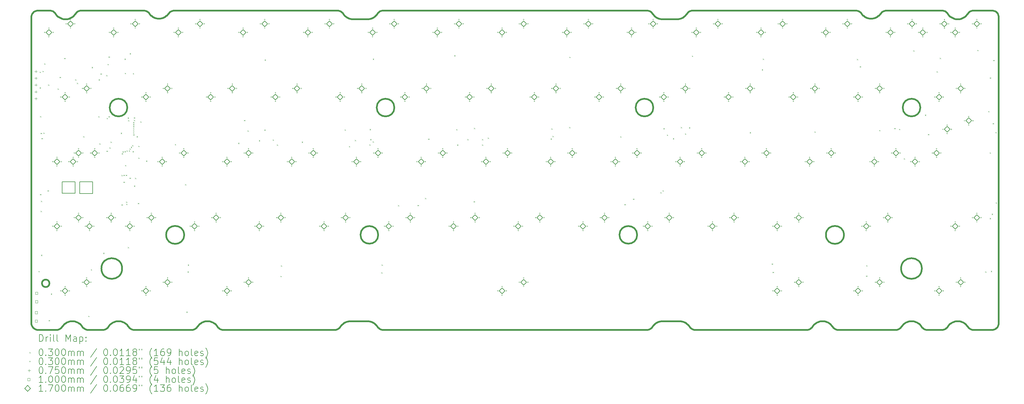
<source format=gbr>
%TF.GenerationSoftware,KiCad,Pcbnew,8.99.0-946-gf00a1ab517*%
%TF.CreationDate,2024-06-06T17:08:12+07:00*%
%TF.ProjectId,Sebas_nuxros,53656261-735f-46e7-9578-726f732e6b69,rev?*%
%TF.SameCoordinates,Original*%
%TF.FileFunction,Drillmap*%
%TF.FilePolarity,Positive*%
%FSLAX45Y45*%
G04 Gerber Fmt 4.5, Leading zero omitted, Abs format (unit mm)*
G04 Created by KiCad (PCBNEW 8.99.0-946-gf00a1ab517) date 2024-06-06 17:08:12*
%MOMM*%
%LPD*%
G01*
G04 APERTURE LIST*
%ADD10C,0.500000*%
%ADD11C,0.150000*%
%ADD12C,0.200000*%
%ADD13C,0.100000*%
%ADD14C,0.170000*%
G04 APERTURE END LIST*
D10*
X5804702Y-11775635D02*
X5829926Y-11789571D01*
X28615084Y-2406072D02*
X28588348Y-2396100D01*
X2515565Y-11737686D02*
X2532620Y-11714456D01*
X3566570Y-2388000D02*
X1735237Y-2388000D01*
X18526304Y-11737687D02*
X18543361Y-11714460D01*
X3694038Y-2433883D02*
X3671590Y-2417791D01*
X28662973Y-11759149D02*
X28683150Y-11738972D01*
X10193524Y-11552958D02*
X10232207Y-11559529D01*
X10487921Y-11758219D02*
X10510881Y-11775634D01*
X27837707Y-11737685D02*
X27857925Y-11758222D01*
X9617832Y-11552953D02*
X9657009Y-11550754D01*
X10619958Y-11808000D02*
X18374050Y-11808000D01*
X27651545Y-11574684D02*
X27685412Y-11590013D01*
X3731259Y-2474520D02*
X3714055Y-2452913D01*
X1177572Y-2633155D02*
X1142257Y-2621494D01*
X18505710Y-2437844D02*
X18482743Y-2420405D01*
X1019082Y-2539965D02*
X994550Y-2512013D01*
X26326146Y-11590013D02*
X26358196Y-11608849D01*
X5066410Y-11789571D02*
X5091634Y-11775634D01*
X4391788Y-2404944D02*
X4367337Y-2417790D01*
X27087519Y-2390079D02*
X27058764Y-2388000D01*
X25153695Y-2576582D02*
X25120405Y-2594072D01*
X25914750Y-11656149D02*
X25942106Y-11630977D01*
X23164079Y-11789573D02*
X23189304Y-11775637D01*
X18565990Y-5249385D02*
G75*
G02*
X18045990Y-5249385I-260000J0D01*
G01*
X18045990Y-5249385D02*
G75*
G02*
X18565990Y-5249385I260000J0D01*
G01*
X24649079Y-2433884D02*
X24626632Y-2417793D01*
X10536496Y-2406454D02*
X10511260Y-2420409D01*
X18761797Y-11559527D02*
X18800480Y-11552957D01*
X405653Y-2396101D02*
X378917Y-2406074D01*
X10372882Y-2569148D02*
X10340865Y-2591876D01*
X4344889Y-2433881D02*
X4324872Y-2452912D01*
X9421111Y-2458404D02*
X9400891Y-2437843D01*
X2989978Y-11590013D02*
X3022028Y-11608849D01*
X19411325Y-2610879D02*
X19375052Y-2625910D01*
X26498661Y-11758219D02*
X26521620Y-11775636D01*
X23137114Y-11799739D02*
X23164079Y-11789573D01*
X462000Y-11808000D02*
X1004047Y-11808000D01*
X3594124Y-2389906D02*
X3566570Y-2388000D01*
X5466756Y-11551248D02*
X5503721Y-11555191D01*
X27579905Y-11555191D02*
X27616243Y-11563032D01*
X1662761Y-11608854D02*
X1692632Y-11630982D01*
X10372513Y-11627075D02*
X10401776Y-11653214D01*
X23637727Y-11563032D02*
X23673029Y-11574683D01*
X27468925Y-2641003D02*
X27432572Y-2633155D01*
X26073196Y-11563032D02*
X26109534Y-11555191D01*
X1488241Y-11551256D02*
X1525206Y-11555198D01*
X18621490Y-11627073D02*
X18653494Y-11604373D01*
X2884471Y-11555191D02*
X2920809Y-11563032D01*
X2956111Y-11574683D02*
X2989978Y-11590013D01*
X5829926Y-11789571D02*
X5856892Y-11799737D01*
X9409577Y-11653209D02*
X9438840Y-11627069D01*
X23352727Y-11608849D02*
X23384777Y-11590013D01*
X5671149Y-11630977D02*
X5698505Y-11656149D01*
X1878373Y-11799741D02*
X1906519Y-11805926D01*
X280074Y-2504917D02*
X270102Y-2531654D01*
X1108379Y-2606152D02*
X1076319Y-2587302D01*
X4094132Y-2617873D02*
X4057015Y-2623910D01*
X25239742Y-2504295D02*
X25213710Y-2531433D01*
X264036Y-2559537D02*
X262000Y-2588000D01*
X27505765Y-11551248D02*
X27542940Y-11551248D01*
X25971977Y-11608849D02*
X26004027Y-11590013D01*
X264036Y-11636463D02*
X270102Y-11664346D01*
X19610541Y-11682461D02*
X19633257Y-11714456D01*
X28532001Y-2388000D02*
X27990238Y-2388000D01*
X10488293Y-2437847D02*
X10468072Y-2458407D01*
X23601389Y-11555191D02*
X23637727Y-11563032D01*
X3840276Y-2576582D02*
X3809054Y-2555622D01*
X5287109Y-11590013D02*
X5320976Y-11574684D01*
X1046441Y-2565156D02*
X1019082Y-2539965D01*
X27115676Y-2396270D02*
X27087519Y-2390079D01*
X1706482Y-2390078D02*
X1678325Y-2396269D01*
X27774919Y-2539965D02*
X27747560Y-2565156D01*
X23706896Y-11590013D02*
X23738946Y-11608849D01*
X27880884Y-11775640D02*
X27906109Y-11789577D01*
X10469750Y-9003000D02*
G75*
G02*
X9949750Y-9003000I-260000J0D01*
G01*
X9949750Y-9003000D02*
G75*
G02*
X10469750Y-9003000I260000J0D01*
G01*
X19375052Y-2625910D02*
X19337323Y-2636783D01*
X19506974Y-2542978D02*
X19477704Y-2569150D01*
X27685412Y-11590013D02*
X27717462Y-11608849D01*
X26630699Y-11808000D02*
X27058740Y-11808000D01*
X2667859Y-11590013D02*
X2701726Y-11574684D01*
X24626632Y-2417793D02*
X24602181Y-2404948D01*
X27087483Y-11805924D02*
X27115629Y-11799738D01*
X378917Y-11789925D02*
X405654Y-11799898D01*
X23982706Y-11805924D02*
X24011449Y-11808000D01*
X23189304Y-11775637D02*
X23212263Y-11758220D01*
X25831513Y-11758220D02*
X25851731Y-11737685D01*
X9323434Y-11758218D02*
X9343652Y-11737683D01*
X19555837Y-2481660D02*
X19533128Y-2513692D01*
X973122Y-2481616D02*
X956068Y-2458371D01*
X2578582Y-11656149D02*
X2605938Y-11630977D01*
X27747333Y-11630977D02*
X27774689Y-11656149D01*
X19523118Y-11604368D02*
X19555124Y-11627069D01*
X4130387Y-2607888D02*
X4094132Y-2617873D01*
X27906109Y-11789577D02*
X27933074Y-11799743D01*
X3162493Y-11758219D02*
X3185452Y-11775635D01*
X1414103Y-11555198D02*
X1451067Y-11551256D01*
X28662974Y-2436849D02*
X28640130Y-2419748D01*
X2472386Y-11775637D02*
X2495346Y-11758221D01*
X1744519Y-11684084D02*
X1765950Y-11714459D01*
X28723899Y-11664346D02*
X28729965Y-11636463D01*
X19445687Y-2591879D02*
X19411325Y-2610879D01*
X3237642Y-11799737D02*
X3265788Y-11805923D01*
X9470845Y-11604369D02*
X9505189Y-11585394D01*
X5356278Y-11563032D02*
X5392616Y-11555191D01*
X23879411Y-11758219D02*
X23902370Y-11775636D01*
X27543096Y-2644949D02*
X27505906Y-2644949D01*
X1462682Y-2587302D02*
X1430622Y-2606152D01*
X23249538Y-11714456D02*
X23270968Y-11684080D01*
X1935262Y-11808000D02*
X2363306Y-11808000D01*
X18687495Y-2610878D02*
X18653133Y-2591879D01*
X23270968Y-11684080D02*
X23295500Y-11656149D01*
X28729966Y-2559537D02*
X28723900Y-2531653D01*
X9300474Y-11775634D02*
X9323434Y-11758218D01*
X5781743Y-11758219D02*
X5804702Y-11775635D01*
X28560464Y-2390034D02*
X28532001Y-2388000D01*
X26388067Y-11630977D02*
X26415423Y-11656149D01*
X9734590Y-2645564D02*
X9695388Y-2643362D01*
X27837932Y-2458370D02*
X27820879Y-2481616D01*
X18723769Y-2625910D02*
X18687495Y-2610878D01*
X9579148Y-11559523D02*
X9617832Y-11552953D01*
X23080224Y-11808000D02*
X23108967Y-11805924D01*
X27274082Y-2539965D02*
X27249550Y-2512013D01*
X27397257Y-2621494D02*
X27363379Y-2606152D01*
X18591846Y-2542978D02*
X18565691Y-2513693D01*
X5255059Y-11608849D02*
X5287109Y-11590013D01*
X27717462Y-11608849D02*
X27747333Y-11630977D01*
X10591641Y-2390080D02*
X10563477Y-2396274D01*
X27432462Y-11563032D02*
X27468800Y-11555191D01*
X5011299Y-11805923D02*
X5039445Y-11799737D01*
X5225188Y-11630977D02*
X5255059Y-11608849D01*
X18839656Y-11550764D02*
X19336951Y-11550754D01*
X10428307Y-2513690D02*
X10402152Y-2542976D01*
X27933324Y-2396267D02*
X27906349Y-2406441D01*
X5744467Y-11714456D02*
X5761524Y-11737684D01*
X10591215Y-11805920D02*
X10619958Y-11808000D01*
X27616243Y-11563032D02*
X27651545Y-11574684D01*
X4165362Y-2594072D02*
X4130387Y-2607888D01*
X25890218Y-11684080D02*
X25914750Y-11656149D01*
X10402152Y-2542976D02*
X10372882Y-2569148D01*
X1308597Y-11590020D02*
X1342464Y-11574690D01*
X5609228Y-11590013D02*
X5641278Y-11608849D01*
X26573809Y-11799738D02*
X26601956Y-11805924D01*
X23927594Y-11789572D02*
X23954559Y-11799738D01*
X27397160Y-11574684D02*
X27432462Y-11563032D01*
X23954559Y-11799738D02*
X23982706Y-11805924D01*
X1087901Y-11789574D02*
X1113125Y-11775638D01*
X3265788Y-11805923D02*
X3294531Y-11808000D01*
X27857925Y-11758222D02*
X27880884Y-11775640D01*
X19259410Y-2645565D02*
X18839410Y-2645565D01*
X19773827Y-11805923D02*
X19802570Y-11808000D01*
X9191396Y-11808000D02*
X9220139Y-11805923D01*
X3079255Y-11656149D02*
X3103787Y-11684080D01*
X27190847Y-2437822D02*
X27167883Y-2420392D01*
X10468072Y-2458407D02*
X10451017Y-2481660D01*
X1519919Y-2539965D02*
X1492559Y-2565156D01*
X10620403Y-2388000D02*
X10591641Y-2390080D01*
X3647139Y-2404946D02*
X3621152Y-2395591D01*
X803764Y-2388000D02*
X462000Y-2388000D01*
X27167883Y-2420392D02*
X27142651Y-2406445D01*
X5723037Y-11684080D02*
X5744467Y-11714456D01*
X19477704Y-2569150D02*
X19445687Y-2591879D01*
X10154348Y-11550759D02*
X10193524Y-11552958D01*
X26546844Y-11789572D02*
X26573809Y-11799738D01*
X27211067Y-2458372D02*
X27190847Y-2437822D01*
X2392049Y-11805924D02*
X2420196Y-11799739D01*
X27881116Y-2420389D02*
X27858152Y-2437819D01*
X28732001Y-2588000D02*
X28729966Y-2559537D01*
X4444804Y-2389906D02*
X4417775Y-2395590D01*
X19376128Y-11552953D02*
X19414813Y-11559523D01*
X9325705Y-2396269D02*
X9297541Y-2390076D01*
X25942106Y-11630977D02*
X25971977Y-11608849D01*
X3142274Y-11737684D02*
X3162493Y-11758219D01*
X1396744Y-2621495D02*
X1361429Y-2633155D01*
X3087867Y-5249382D02*
G75*
G02*
X2567867Y-5249382I-260000J0D01*
G01*
X2567867Y-5249382D02*
G75*
G02*
X3087867Y-5249382I260000J0D01*
G01*
X27580076Y-2641003D02*
X27543096Y-2644949D01*
X2737028Y-11563032D02*
X2773366Y-11555191D01*
X4417775Y-2395590D02*
X4391788Y-2404944D01*
X10451017Y-2481660D02*
X10428307Y-2513690D01*
X19533128Y-2513692D02*
X19506974Y-2542978D01*
X19555124Y-11627069D02*
X19584388Y-11653209D01*
X24899838Y-2617873D02*
X24863583Y-2607888D01*
X1032789Y-11805924D02*
X1060936Y-11799739D01*
X10427928Y-11682465D02*
X10450645Y-11714458D01*
X5134812Y-11737683D02*
X5151870Y-11714456D01*
X1565878Y-2481616D02*
X1544451Y-2512013D01*
X331028Y-2436850D02*
X310850Y-2457028D01*
X9618950Y-2625909D02*
X9582677Y-2610877D01*
X28640130Y-2419748D02*
X28615084Y-2406072D01*
X3908541Y-2607888D02*
X3873566Y-2594072D01*
X26521620Y-11775636D02*
X26546844Y-11789572D01*
X19693492Y-11775635D02*
X19718716Y-11789571D01*
X10563070Y-11799735D02*
X10591215Y-11805920D01*
X26292279Y-11574684D02*
X26326146Y-11590013D01*
X4307669Y-2474520D02*
X4284699Y-2504295D01*
X19633257Y-11714456D02*
X19650314Y-11737684D01*
X994550Y-2512013D02*
X973122Y-2481616D01*
X9343652Y-11737683D02*
X9360710Y-11714456D01*
X270102Y-11664346D02*
X280074Y-11691083D01*
X19452519Y-11570382D02*
X19488773Y-11585393D01*
X10306165Y-11585400D02*
X10340509Y-11604375D01*
X18506086Y-11758221D02*
X18526304Y-11737687D01*
X2363306Y-11808000D02*
X2392049Y-11805924D01*
X4258668Y-2531433D02*
X4229875Y-2555622D01*
X25262711Y-2474520D02*
X25239742Y-2504295D01*
X18761498Y-2636783D02*
X18723769Y-2625910D01*
X9220139Y-11805923D02*
X9248285Y-11799737D01*
X4472358Y-2388000D02*
X4444804Y-2389906D01*
X25120405Y-2594072D02*
X25085430Y-2607888D01*
X18687839Y-11585397D02*
X18724092Y-11570386D01*
X25299933Y-2433883D02*
X25279916Y-2452913D01*
X1525206Y-11555198D02*
X1561544Y-11563039D01*
X26109534Y-11555191D02*
X26146499Y-11551248D01*
X23738946Y-11608849D02*
X23768817Y-11630977D01*
X27685623Y-2606152D02*
X27651744Y-2621495D01*
X27747560Y-2565156D02*
X27717682Y-2587302D01*
X9383424Y-11682461D02*
X9409577Y-11653209D01*
X1430622Y-2606152D02*
X1396744Y-2621495D01*
X1276548Y-11608854D02*
X1308597Y-11590020D01*
X23820705Y-11684080D02*
X23842135Y-11714456D01*
X10232502Y-2636782D02*
X10193793Y-2643363D01*
X23842135Y-11714456D02*
X23859192Y-11737684D01*
X9438840Y-11627069D02*
X9470845Y-11604369D01*
X18089750Y-9003000D02*
G75*
G02*
X17569750Y-9003000I-260000J0D01*
G01*
X17569750Y-9003000D02*
G75*
G02*
X18089750Y-9003000I260000J0D01*
G01*
X433537Y-11805963D02*
X462000Y-11808000D01*
X26004027Y-11590013D02*
X26037894Y-11574684D01*
X10563477Y-2396274D02*
X10536496Y-2406454D01*
X24828608Y-2594072D02*
X24795318Y-2576582D01*
X5197832Y-11656149D02*
X5225188Y-11630977D01*
X26601956Y-11805924D02*
X26630699Y-11808000D01*
X23527249Y-11551248D02*
X23564424Y-11551248D01*
X1851408Y-11789575D02*
X1878373Y-11799741D01*
X2810331Y-11551248D02*
X2847506Y-11551248D01*
X23768817Y-11630977D02*
X23796173Y-11656149D01*
X27228123Y-2481616D02*
X27211067Y-2458372D01*
X19593113Y-2437847D02*
X19572892Y-2458407D01*
X9248285Y-11799737D02*
X9275250Y-11789571D01*
X3944796Y-2617873D02*
X3908541Y-2607888D01*
X1783007Y-11737687D02*
X1803224Y-11758222D01*
X310850Y-11738972D02*
X331028Y-11759149D01*
X10510881Y-11775634D02*
X10536105Y-11789569D01*
X24795318Y-2576582D02*
X24764096Y-2555622D01*
X25184917Y-2555622D02*
X25153695Y-2576582D01*
X19670532Y-11758219D02*
X19693492Y-11775635D01*
X1142257Y-2621494D02*
X1108379Y-2606152D01*
X27142651Y-2406445D02*
X27115676Y-2396270D01*
X23108967Y-11805924D02*
X23137114Y-11799739D01*
X5885038Y-11805923D02*
X5913781Y-11808000D01*
X1219321Y-11656153D02*
X1246677Y-11630982D01*
X27717682Y-2587302D02*
X27685623Y-2606152D01*
X24576194Y-2395594D02*
X24549166Y-2389909D01*
X18800480Y-11552957D02*
X18839656Y-11550764D01*
X28713928Y-2504917D02*
X28700252Y-2479871D01*
X23490284Y-11555191D02*
X23527249Y-11551248D01*
X1136085Y-11758222D02*
X1156304Y-11737688D01*
X26256977Y-11563032D02*
X26292279Y-11574684D01*
X10340509Y-11604375D02*
X10372513Y-11627075D01*
X280074Y-11691083D02*
X293750Y-11716128D01*
X28723900Y-2531653D02*
X28713928Y-2504917D01*
X1361429Y-2633155D02*
X1325076Y-2641003D01*
X25728217Y-11805924D02*
X25756364Y-11799739D01*
X27058764Y-2388000D02*
X25427400Y-2388000D01*
X27115629Y-11799738D02*
X27142595Y-11789572D01*
X832519Y-2390075D02*
X803764Y-2388000D01*
X1377765Y-11563039D02*
X1414103Y-11555198D01*
X5641278Y-11608849D02*
X5671149Y-11630977D01*
X19718716Y-11789571D02*
X19745681Y-11799738D01*
X5761524Y-11737684D02*
X5781743Y-11758219D01*
X27651744Y-2621495D02*
X27616429Y-2633155D01*
X5429581Y-11551248D02*
X5466756Y-11551248D01*
X26358196Y-11608849D02*
X26388067Y-11630977D01*
X1651350Y-2406444D02*
X1626119Y-2420392D01*
X2773366Y-11555191D02*
X2810331Y-11551248D01*
X1060936Y-11799739D02*
X1087901Y-11789574D01*
X9516298Y-2569148D02*
X9487029Y-2542976D01*
X10193793Y-2643363D02*
X10154590Y-2645564D01*
X23232481Y-11737685D02*
X23249538Y-11714456D01*
X1678325Y-2396269D02*
X1651350Y-2406444D01*
X2420196Y-11799739D02*
X2447162Y-11789573D01*
X19641316Y-2406454D02*
X19616080Y-2420408D01*
X9505189Y-11585394D02*
X9541442Y-11570382D01*
X19650314Y-11737684D02*
X19670532Y-11758219D01*
X27228054Y-11714456D02*
X27249484Y-11684080D01*
X1342464Y-11574690D02*
X1377765Y-11563039D01*
X27505906Y-2644949D02*
X27468925Y-2641003D01*
X27363379Y-2606152D02*
X27331320Y-2587302D01*
X27799221Y-11684080D02*
X27820651Y-11714456D01*
X28588347Y-11799898D02*
X28615084Y-11789926D01*
X2847506Y-11551248D02*
X2884471Y-11555191D01*
X5173300Y-11684080D02*
X5197832Y-11656149D01*
X27799451Y-2512013D02*
X27774919Y-2539965D01*
X27961482Y-2390077D02*
X27933324Y-2396267D01*
X1735237Y-2388000D02*
X1706482Y-2390078D01*
X25085430Y-2607888D02*
X25049174Y-2617873D01*
X462000Y-2388000D02*
X433537Y-2390036D01*
X27210997Y-11737684D02*
X27228054Y-11714456D01*
X9695388Y-2643362D02*
X9656679Y-2636783D01*
X3671590Y-2417791D02*
X3647139Y-2404946D01*
X9352687Y-2406450D02*
X9325705Y-2396269D01*
X1826184Y-11775639D02*
X1851408Y-11789575D01*
X5503721Y-11555191D02*
X5540059Y-11563032D01*
X24602181Y-2404948D02*
X24576194Y-2395594D01*
X26146499Y-11551248D02*
X26183674Y-11551248D01*
X1250905Y-2644949D02*
X1213925Y-2641003D01*
X2554050Y-11684080D02*
X2578582Y-11656149D01*
X9400891Y-2437843D02*
X9377923Y-2420404D01*
X25049174Y-2617873D02*
X25012057Y-2623910D01*
X28532001Y-11808000D02*
X28560464Y-11805964D01*
X5392616Y-11555191D02*
X5429581Y-11551248D01*
X24709271Y-2504295D02*
X24686301Y-2474520D01*
X25783329Y-11789573D02*
X25808554Y-11775637D01*
X23212263Y-11758220D02*
X23232481Y-11737685D01*
X3873566Y-2594072D02*
X3840276Y-2576582D01*
X18525931Y-2458405D02*
X18505710Y-2437844D01*
X10232207Y-11559529D02*
X10269912Y-11570388D01*
X860677Y-2396266D02*
X832519Y-2390075D01*
X10154590Y-2645564D02*
X9734590Y-2645564D01*
X9377923Y-2420404D02*
X9352687Y-2406450D01*
X18592228Y-11653213D02*
X18621490Y-11627073D01*
X25399847Y-2389907D02*
X25372818Y-2395592D01*
X10269912Y-11570388D02*
X10306165Y-11585400D01*
X2701726Y-11574684D02*
X2737028Y-11563032D01*
X956068Y-2458371D02*
X935848Y-2437820D01*
X3210676Y-11789571D02*
X3237642Y-11799737D01*
X9297541Y-2390076D02*
X9268778Y-2388000D01*
X24521613Y-2388000D02*
X19725223Y-2388000D01*
X4324872Y-2452912D02*
X4307669Y-2474520D01*
X19616080Y-2420408D02*
X19593113Y-2437847D01*
X19745681Y-11799738D02*
X19773827Y-11805923D01*
X1076319Y-2587302D02*
X1046441Y-2565156D01*
X935848Y-2437820D02*
X912883Y-2420389D01*
X18483127Y-11775637D02*
X18506086Y-11758221D01*
X1561544Y-11563039D02*
X1596845Y-11574690D01*
X27933074Y-11799743D02*
X27961221Y-11805929D01*
X3051899Y-11630977D02*
X3079255Y-11656149D01*
X27820879Y-2481616D02*
X27799451Y-2512013D01*
X18430938Y-11799739D02*
X18457903Y-11789573D01*
X19572892Y-2458407D02*
X19555837Y-2481660D01*
X18543361Y-11714460D02*
X18566075Y-11682465D01*
X3981913Y-2623910D02*
X3944796Y-2617873D01*
X795513Y-10431750D02*
G75*
G02*
X575513Y-10431750I-110000J0D01*
G01*
X575513Y-10431750D02*
G75*
G02*
X795513Y-10431750I110000J0D01*
G01*
X262000Y-2588000D02*
X262000Y-11608000D01*
X18724092Y-11570386D02*
X18761797Y-11559527D01*
X27906349Y-2406441D02*
X27881116Y-2420389D01*
X1492559Y-2565156D02*
X1462682Y-2587302D01*
X27858152Y-2437819D02*
X27837932Y-2458370D01*
X2635809Y-11608849D02*
X2667859Y-11590013D01*
X4057015Y-2623910D02*
X4019464Y-2625931D01*
X1596845Y-11574690D02*
X1630711Y-11590020D01*
X4019464Y-2625931D02*
X3981913Y-2623910D01*
X5039445Y-11799737D02*
X5066410Y-11789571D01*
X28732001Y-11608000D02*
X28732001Y-2588000D01*
X5114594Y-11758218D02*
X5134812Y-11737683D01*
X433537Y-2390036D02*
X405653Y-2396101D01*
X26467255Y-9995567D02*
G75*
G02*
X25857255Y-9995567I-305000J0D01*
G01*
X25857255Y-9995567D02*
G75*
G02*
X26467255Y-9995567I305000J0D01*
G01*
X5575361Y-11574683D02*
X5609228Y-11590013D01*
X1719987Y-11656153D02*
X1744519Y-11684084D01*
X1173359Y-11714459D02*
X1194789Y-11684084D01*
X1213925Y-2641003D02*
X1177572Y-2633155D01*
X18800207Y-2643363D02*
X18761498Y-2636783D01*
X26037894Y-11574684D02*
X26073196Y-11563032D01*
X1582935Y-2458373D02*
X1565878Y-2481616D01*
X5320976Y-11574684D02*
X5356278Y-11563032D01*
X1544451Y-2512013D02*
X1519919Y-2539965D01*
X1004047Y-11808000D02*
X1032789Y-11805924D01*
X23418644Y-11574684D02*
X23453946Y-11563032D01*
X23859192Y-11737684D02*
X23879411Y-11758219D01*
X25851731Y-11737685D02*
X25868788Y-11714456D01*
X25808554Y-11775637D02*
X25831513Y-11758220D01*
X3294531Y-11808000D02*
X4982556Y-11808000D01*
X27190778Y-11758219D02*
X27210997Y-11737684D01*
X25346831Y-2404946D02*
X25322380Y-2417792D01*
X1325076Y-2641003D02*
X1288096Y-2644949D01*
X27363293Y-11590013D02*
X27397160Y-11574684D01*
X19337323Y-2636783D02*
X19298613Y-2643362D01*
X2447162Y-11789573D02*
X2472386Y-11775637D01*
X28700251Y-11716128D02*
X28713927Y-11691083D01*
X26439954Y-11684080D02*
X26461385Y-11714456D01*
X3780261Y-2531433D02*
X3754229Y-2504295D01*
X2605938Y-11630977D02*
X2635809Y-11608849D01*
X24974506Y-2625931D02*
X24936956Y-2623910D01*
X24011449Y-11808000D02*
X25699474Y-11808000D01*
X18457903Y-11789573D02*
X18483127Y-11775637D01*
X1246677Y-11630982D02*
X1276548Y-11608854D01*
X9268778Y-2388000D02*
X4472358Y-2388000D01*
X1288096Y-2644949D02*
X1250905Y-2644949D01*
X5698505Y-11656149D02*
X5723037Y-11684080D01*
X9657009Y-11550754D02*
X10154348Y-11550759D01*
X293750Y-11716128D02*
X310850Y-11738972D01*
X5856892Y-11799737D02*
X5885038Y-11805923D01*
X2495346Y-11758221D02*
X2515565Y-11737686D01*
X9656679Y-2636783D02*
X9618950Y-2625909D01*
X1156304Y-11737688D02*
X1173359Y-11714459D01*
X19488773Y-11585393D02*
X19523118Y-11604368D01*
X10270231Y-2625908D02*
X10232502Y-2636782D01*
X18482743Y-2420405D02*
X18457506Y-2406450D01*
X25322380Y-2417792D02*
X25299933Y-2433883D01*
X18542984Y-2481660D02*
X18525931Y-2458405D01*
X10511260Y-2420409D02*
X10488293Y-2437847D01*
X19696461Y-2390080D02*
X19668297Y-2396274D01*
X9360710Y-11714456D02*
X9383424Y-11682461D01*
X9438164Y-2481660D02*
X9421111Y-2458404D01*
X26183674Y-11551248D02*
X26220639Y-11555191D01*
X18457506Y-2406450D02*
X18430525Y-2396270D01*
X25372818Y-2395592D02*
X25346831Y-2404946D01*
X10450645Y-11714458D02*
X10467703Y-11737684D01*
X24549166Y-2389909D02*
X24521613Y-2388000D01*
X28729965Y-11636463D02*
X28732001Y-11608000D01*
X331028Y-11759149D02*
X353872Y-11776250D01*
X1906519Y-11805926D02*
X1935262Y-11808000D01*
X1630711Y-11590020D02*
X1662761Y-11608854D01*
X9460875Y-2513690D02*
X9438164Y-2481660D01*
X27167819Y-11775636D02*
X27190778Y-11758219D01*
X27432572Y-2633155D02*
X27397257Y-2621494D01*
X24669097Y-2452914D02*
X24649079Y-2433884D01*
X405654Y-11799898D02*
X433537Y-11805963D01*
X3103787Y-11684080D02*
X3125217Y-11714456D01*
X27301442Y-2565156D02*
X27274082Y-2539965D01*
X27331320Y-2587302D02*
X27301442Y-2565156D01*
X24174427Y-9004126D02*
G75*
G02*
X23644427Y-9004126I-265000J0D01*
G01*
X23644427Y-9004126D02*
G75*
G02*
X24174427Y-9004126I265000J0D01*
G01*
X26461385Y-11714456D02*
X26478442Y-11737684D01*
X27274016Y-11656149D02*
X27301372Y-11630977D01*
X3754229Y-2504295D02*
X3731259Y-2474520D01*
X28560464Y-11805964D02*
X28588347Y-11799898D01*
X5151870Y-11714456D02*
X5173300Y-11684080D01*
X24863583Y-2607888D02*
X24828608Y-2594072D01*
X24764096Y-2555622D02*
X24735303Y-2531433D01*
X4982556Y-11808000D02*
X5011299Y-11805923D01*
X27774689Y-11656149D02*
X27799221Y-11684080D01*
X293750Y-2479872D02*
X280074Y-2504917D01*
X19584388Y-11653209D02*
X19610541Y-11682461D01*
X28588348Y-2396100D02*
X28560464Y-2390034D01*
X1603155Y-2437822D02*
X1582935Y-2458373D01*
X23453946Y-11563032D02*
X23490284Y-11555191D01*
X18621116Y-2569150D02*
X18591846Y-2542978D01*
X1803224Y-11758222D02*
X1826184Y-11775639D01*
X26220639Y-11555191D02*
X26256977Y-11563032D01*
X25756364Y-11799739D02*
X25783329Y-11789573D01*
X10340865Y-2591876D02*
X10306504Y-2610876D01*
X1765950Y-11714459D02*
X1783007Y-11737687D01*
X26415423Y-11656149D02*
X26439954Y-11684080D01*
X18565691Y-2513693D02*
X18542984Y-2481660D01*
X28683150Y-11738972D02*
X28700251Y-11716128D01*
X3621152Y-2395591D02*
X3594124Y-2389906D01*
X378917Y-2406074D02*
X353872Y-2419749D01*
X10945990Y-5249385D02*
G75*
G02*
X10425990Y-5249385I-260000J0D01*
G01*
X10425990Y-5249385D02*
G75*
G02*
X10945990Y-5249385I260000J0D01*
G01*
X27820651Y-11714456D02*
X27837707Y-11737685D01*
X1692632Y-11630982D02*
X1719987Y-11656153D01*
X4367337Y-2417790D02*
X4344889Y-2433881D01*
X2920809Y-11563032D02*
X2956111Y-11574683D01*
X26478442Y-11737684D02*
X26498661Y-11758219D01*
X3714055Y-2452913D02*
X3694038Y-2433883D01*
X27542940Y-11551248D02*
X27579905Y-11555191D01*
X19336951Y-11550754D02*
X19376128Y-11552953D01*
X19298613Y-2643362D02*
X19259410Y-2645565D01*
X24686301Y-2474520D02*
X24669097Y-2452914D01*
X2532620Y-11714456D02*
X2554050Y-11684080D01*
X25012057Y-2623910D02*
X24974506Y-2625931D01*
X23564424Y-11551248D02*
X23601389Y-11555191D01*
X27468800Y-11555191D02*
X27505765Y-11551248D01*
X3022028Y-11608849D02*
X3051899Y-11630977D01*
X4284699Y-2504295D02*
X4258668Y-2531433D01*
X2934751Y-9995567D02*
G75*
G02*
X2324751Y-9995567I-305000J0D01*
G01*
X2324751Y-9995567D02*
G75*
G02*
X2934751Y-9995567I305000J0D01*
G01*
X19725223Y-2388000D02*
X19696461Y-2390080D01*
X3185452Y-11775635D02*
X3210676Y-11789571D01*
X27058740Y-11808000D02*
X27087483Y-11805924D01*
X25213710Y-2531433D02*
X25184917Y-2555622D01*
X10306504Y-2610876D02*
X10270231Y-2625908D01*
X25427400Y-2388000D02*
X25399847Y-2389907D01*
X28700252Y-2479871D02*
X28683151Y-2457027D01*
X18653133Y-2591879D02*
X18621116Y-2569150D01*
X28683151Y-2457027D02*
X28662974Y-2436849D01*
X310850Y-2457028D02*
X293750Y-2479872D01*
X9275250Y-11789571D02*
X9300474Y-11775634D01*
X18839410Y-2645565D02*
X18800207Y-2643363D01*
X18402360Y-2390076D02*
X18373597Y-2388000D01*
X23384777Y-11590013D02*
X23418644Y-11574684D01*
X18566075Y-11682465D02*
X18592228Y-11653213D01*
X262000Y-11608000D02*
X264036Y-11636463D01*
X26424125Y-5249382D02*
G75*
G02*
X25904125Y-5249382I-260000J0D01*
G01*
X25904125Y-5249382D02*
G75*
G02*
X26424125Y-5249382I260000J0D01*
G01*
X270102Y-2531654D02*
X264036Y-2559537D01*
X19802570Y-11808000D02*
X23080224Y-11808000D01*
X18374050Y-11808000D02*
X18402792Y-11805924D01*
X27961221Y-11805929D02*
X27989965Y-11808000D01*
X353872Y-2419749D02*
X331028Y-2436850D01*
X9487029Y-2542976D02*
X9460875Y-2513690D01*
X27616429Y-2633155D02*
X27580076Y-2641003D01*
X18653494Y-11604373D02*
X18687839Y-11585397D01*
X27301372Y-11630977D02*
X27331243Y-11608849D01*
X887652Y-2406441D02*
X860677Y-2396266D01*
X25279916Y-2452913D02*
X25262711Y-2474520D01*
X4759750Y-9004114D02*
G75*
G02*
X4229750Y-9004114I-265000J0D01*
G01*
X4229750Y-9004114D02*
G75*
G02*
X4759750Y-9004114I265000J0D01*
G01*
X1113125Y-11775638D02*
X1136085Y-11758222D01*
X9541442Y-11570382D02*
X9579148Y-11559523D01*
X3125217Y-11714456D02*
X3142274Y-11737684D01*
X25699474Y-11808000D02*
X25728217Y-11805924D01*
X10536105Y-11789569D02*
X10563070Y-11799735D01*
X18402792Y-11805924D02*
X18430938Y-11799739D01*
X10467703Y-11737684D02*
X10487921Y-11758219D01*
X4198653Y-2576582D02*
X4165362Y-2594072D01*
X353872Y-11776250D02*
X378917Y-11789925D01*
X27990238Y-2388000D02*
X27961482Y-2390077D01*
X25868788Y-11714456D02*
X25890218Y-11684080D01*
X5091634Y-11775634D02*
X5114594Y-11758218D01*
X23902370Y-11775636D02*
X23927594Y-11789572D01*
X28713927Y-11691083D02*
X28723899Y-11664346D01*
X23295500Y-11656149D02*
X23322856Y-11630977D01*
X27249550Y-2512013D02*
X27228123Y-2481616D01*
X9582677Y-2610877D02*
X9548315Y-2591877D01*
X23796173Y-11656149D02*
X23820705Y-11684080D01*
X1194789Y-11684084D02*
X1219321Y-11656153D01*
X27142595Y-11789572D02*
X27167819Y-11775636D01*
X19414813Y-11559523D02*
X19452519Y-11570382D01*
X3809054Y-2555622D02*
X3780261Y-2531433D01*
X24936956Y-2623910D02*
X24899838Y-2617873D01*
X4229875Y-2555622D02*
X4198653Y-2576582D01*
X27989965Y-11808000D02*
X28532001Y-11808000D01*
X9548315Y-2591877D02*
X9516298Y-2569148D01*
X18430525Y-2396270D02*
X18402360Y-2390076D01*
X27331243Y-11608849D02*
X27363293Y-11590013D01*
X28640129Y-11776250D02*
X28662973Y-11759149D01*
X19668297Y-2396274D02*
X19641316Y-2406454D01*
X5913781Y-11808000D02*
X9191396Y-11808000D01*
X912883Y-2420389D02*
X887652Y-2406441D01*
X5540059Y-11563032D02*
X5575361Y-11574683D01*
X28615084Y-11789926D02*
X28640129Y-11776250D01*
X10401776Y-11653214D02*
X10427928Y-11682465D01*
X24735303Y-2531433D02*
X24709271Y-2504295D01*
X1451067Y-11551256D02*
X1488241Y-11551256D01*
X1626119Y-2420392D02*
X1603155Y-2437822D01*
X23673029Y-11574683D02*
X23706896Y-11590013D01*
X18373597Y-2388000D02*
X10620403Y-2388000D01*
X23322856Y-11630977D02*
X23352727Y-11608849D01*
X27249484Y-11684080D02*
X27274016Y-11656149D01*
D11*
X1167750Y-7779750D02*
X1167750Y-7439750D01*
X1547750Y-7439750D02*
X1167750Y-7439750D01*
X1547750Y-7779750D02*
X1167750Y-7779750D01*
X1547750Y-7779750D02*
X1547750Y-7439750D01*
X1687000Y-7781000D02*
X1687000Y-7441000D01*
X2067000Y-7441000D02*
X1687000Y-7441000D01*
X2067000Y-7781000D02*
X1687000Y-7781000D01*
X2067000Y-7781000D02*
X2067000Y-7441000D01*
D12*
D13*
X474000Y-10069000D02*
X504000Y-10099000D01*
X504000Y-10069000D02*
X474000Y-10099000D01*
X508000Y-4652000D02*
X538000Y-4682000D01*
X538000Y-4652000D02*
X508000Y-4682000D01*
X508612Y-4191202D02*
X538612Y-4221202D01*
X538612Y-4191202D02*
X508612Y-4221202D01*
X518000Y-5501000D02*
X548000Y-5531000D01*
X548000Y-5501000D02*
X518000Y-5531000D01*
X518000Y-7800000D02*
X548000Y-7830000D01*
X548000Y-7800000D02*
X518000Y-7830000D01*
X539000Y-5997000D02*
X569000Y-6027000D01*
X569000Y-5997000D02*
X539000Y-6027000D01*
X539000Y-8295000D02*
X569000Y-8325000D01*
X569000Y-8295000D02*
X539000Y-8325000D01*
X547000Y-7996000D02*
X577000Y-8026000D01*
X577000Y-7996000D02*
X547000Y-8026000D01*
X551000Y-9589000D02*
X581000Y-9619000D01*
X581000Y-9589000D02*
X551000Y-9619000D01*
X560000Y-6147000D02*
X590000Y-6177000D01*
X590000Y-6147000D02*
X560000Y-6177000D01*
X590000Y-4167000D02*
X620000Y-4197000D01*
X620000Y-4167000D02*
X590000Y-4197000D01*
X618000Y-5986000D02*
X648000Y-6016000D01*
X648000Y-5986000D02*
X618000Y-6016000D01*
X642000Y-3948000D02*
X672000Y-3978000D01*
X672000Y-3948000D02*
X642000Y-3978000D01*
X739000Y-7690000D02*
X769000Y-7720000D01*
X769000Y-7690000D02*
X739000Y-7720000D01*
X757000Y-4567000D02*
X787000Y-4597000D01*
X787000Y-4567000D02*
X757000Y-4597000D01*
X772000Y-11517000D02*
X802000Y-11547000D01*
X802000Y-11517000D02*
X772000Y-11547000D01*
X837000Y-10734000D02*
X867000Y-10764000D01*
X867000Y-10734000D02*
X837000Y-10764000D01*
X1037000Y-4689000D02*
X1067000Y-4719000D01*
X1067000Y-4689000D02*
X1037000Y-4719000D01*
X1096000Y-4344000D02*
X1126000Y-4374000D01*
X1126000Y-4344000D02*
X1096000Y-4374000D01*
X1232000Y-3784000D02*
X1262000Y-3814000D01*
X1262000Y-3784000D02*
X1232000Y-3814000D01*
X1551049Y-4415709D02*
X1581049Y-4445709D01*
X1581049Y-4415709D02*
X1551049Y-4445709D01*
X1603000Y-4518000D02*
X1633000Y-4548000D01*
X1633000Y-4518000D02*
X1603000Y-4548000D01*
X1791750Y-6092000D02*
X1821750Y-6122000D01*
X1821750Y-6092000D02*
X1791750Y-6122000D01*
X1937000Y-11387000D02*
X1967000Y-11417000D01*
X1967000Y-11387000D02*
X1937000Y-11417000D01*
X2013000Y-10017000D02*
X2043000Y-10047000D01*
X2043000Y-10017000D02*
X2013000Y-10047000D01*
X2041000Y-4052000D02*
X2071000Y-4082000D01*
X2071000Y-4052000D02*
X2041000Y-4082000D01*
X2236000Y-5505000D02*
X2266000Y-5535000D01*
X2266000Y-5505000D02*
X2236000Y-5535000D01*
X2244000Y-4415709D02*
X2274000Y-4445709D01*
X2274000Y-4415709D02*
X2244000Y-4445709D01*
X2265000Y-6306000D02*
X2295000Y-6336000D01*
X2295000Y-6306000D02*
X2265000Y-6336000D01*
X2298000Y-4243000D02*
X2328000Y-4273000D01*
X2328000Y-4243000D02*
X2298000Y-4273000D01*
X2378000Y-9531000D02*
X2408000Y-9561000D01*
X2408000Y-9531000D02*
X2378000Y-9561000D01*
X2466000Y-4291000D02*
X2496000Y-4321000D01*
X2496000Y-4291000D02*
X2466000Y-4321000D01*
X2477000Y-6522000D02*
X2507000Y-6552000D01*
X2507000Y-6522000D02*
X2477000Y-6552000D01*
X2478000Y-5555000D02*
X2508000Y-5585000D01*
X2508000Y-5555000D02*
X2478000Y-5585000D01*
X2507000Y-3965000D02*
X2537000Y-3995000D01*
X2537000Y-3965000D02*
X2507000Y-3995000D01*
X2535000Y-3744000D02*
X2565000Y-3774000D01*
X2565000Y-3744000D02*
X2535000Y-3774000D01*
X2536289Y-5505000D02*
X2566289Y-5535000D01*
X2566289Y-5505000D02*
X2536289Y-5535000D01*
X2560000Y-6423000D02*
X2590000Y-6453000D01*
X2590000Y-6423000D02*
X2560000Y-6453000D01*
X2595115Y-6255153D02*
X2625115Y-6285153D01*
X2625115Y-6255153D02*
X2595115Y-6285153D01*
X2896414Y-5991740D02*
X2926414Y-6021740D01*
X2926414Y-5991740D02*
X2896414Y-6021740D01*
X2914000Y-7236000D02*
X2944000Y-7266000D01*
X2944000Y-7236000D02*
X2914000Y-7266000D01*
X2916000Y-8103000D02*
X2946000Y-8133000D01*
X2946000Y-8103000D02*
X2916000Y-8133000D01*
X2922497Y-6597758D02*
X2952497Y-6627758D01*
X2952497Y-6597758D02*
X2922497Y-6627758D01*
X2946414Y-6542731D02*
X2976414Y-6572731D01*
X2976414Y-6542731D02*
X2946414Y-6572731D01*
X2973908Y-7232672D02*
X3003908Y-7262672D01*
X3003908Y-7232672D02*
X2973908Y-7262672D01*
X2977000Y-7433000D02*
X3007000Y-7463000D01*
X3007000Y-7433000D02*
X2977000Y-7463000D01*
X3003000Y-3809000D02*
X3033000Y-3839000D01*
X3033000Y-3809000D02*
X3003000Y-3839000D01*
X3005618Y-6532983D02*
X3035618Y-6562983D01*
X3035618Y-6532983D02*
X3005618Y-6562983D01*
X3015000Y-4225000D02*
X3045000Y-4255000D01*
X3045000Y-4225000D02*
X3015000Y-4255000D01*
X3023000Y-6943000D02*
X3053000Y-6973000D01*
X3053000Y-6943000D02*
X3023000Y-6973000D01*
X3044000Y-7231000D02*
X3074000Y-7261000D01*
X3074000Y-7231000D02*
X3044000Y-7261000D01*
X3050000Y-8021000D02*
X3080000Y-8051000D01*
X3080000Y-8021000D02*
X3050000Y-8051000D01*
X3056000Y-8088000D02*
X3086000Y-8118000D01*
X3086000Y-8088000D02*
X3056000Y-8118000D01*
X3062131Y-6512827D02*
X3092131Y-6542827D01*
X3092131Y-6512827D02*
X3062131Y-6542827D01*
X3097000Y-5544000D02*
X3127000Y-5574000D01*
X3127000Y-5544000D02*
X3097000Y-5574000D01*
X3101000Y-9363000D02*
X3131000Y-9393000D01*
X3131000Y-9363000D02*
X3101000Y-9393000D01*
X3109000Y-5618000D02*
X3139000Y-5648000D01*
X3139000Y-5618000D02*
X3109000Y-5648000D01*
X3132808Y-6512794D02*
X3162808Y-6542794D01*
X3162808Y-6512794D02*
X3132808Y-6542794D01*
X3152152Y-6455997D02*
X3182152Y-6485997D01*
X3182152Y-6455997D02*
X3152152Y-6485997D01*
X3154000Y-7315000D02*
X3184000Y-7345000D01*
X3184000Y-7315000D02*
X3154000Y-7345000D01*
X3159000Y-3648000D02*
X3189000Y-3678000D01*
X3189000Y-3648000D02*
X3159000Y-3678000D01*
X3189099Y-6406000D02*
X3219099Y-6436000D01*
X3219099Y-6406000D02*
X3189099Y-6436000D01*
X3227000Y-6356000D02*
X3257000Y-6386000D01*
X3257000Y-6356000D02*
X3227000Y-6386000D01*
X3242000Y-6534000D02*
X3272000Y-6564000D01*
X3272000Y-6534000D02*
X3242000Y-6564000D01*
X3251533Y-4232580D02*
X3281533Y-4262580D01*
X3281533Y-4232580D02*
X3251533Y-4262580D01*
X3259500Y-5678101D02*
X3289500Y-5708101D01*
X3289500Y-5678101D02*
X3259500Y-5708101D01*
X3259500Y-5738101D02*
X3289500Y-5768101D01*
X3289500Y-5738101D02*
X3259500Y-5768101D01*
X3259500Y-5798101D02*
X3289500Y-5828101D01*
X3289500Y-5798101D02*
X3259500Y-5828101D01*
X3259500Y-5858101D02*
X3289500Y-5888101D01*
X3289500Y-5858101D02*
X3259500Y-5888101D01*
X3259500Y-5918102D02*
X3289500Y-5948102D01*
X3289500Y-5918102D02*
X3259500Y-5948102D01*
X3259500Y-5978102D02*
X3289500Y-6008102D01*
X3289500Y-5978102D02*
X3259500Y-6008102D01*
X3263000Y-6038000D02*
X3293000Y-6068000D01*
X3293000Y-6038000D02*
X3263000Y-6068000D01*
X3280000Y-5610000D02*
X3310000Y-5640000D01*
X3310000Y-5610000D02*
X3280000Y-5640000D01*
X3282000Y-5538000D02*
X3312000Y-5568000D01*
X3312000Y-5538000D02*
X3282000Y-5568000D01*
X3284702Y-7549412D02*
X3314702Y-7579412D01*
X3314702Y-7549412D02*
X3284702Y-7579412D01*
X3312000Y-7319000D02*
X3342000Y-7349000D01*
X3342000Y-7319000D02*
X3312000Y-7349000D01*
X3362000Y-6092000D02*
X3392000Y-6122000D01*
X3392000Y-6092000D02*
X3362000Y-6122000D01*
X3398000Y-8062000D02*
X3428000Y-8092000D01*
X3428000Y-8062000D02*
X3398000Y-8092000D01*
X3412000Y-6375077D02*
X3442000Y-6405077D01*
X3442000Y-6375077D02*
X3412000Y-6405077D01*
X3412000Y-6724000D02*
X3442000Y-6754000D01*
X3442000Y-6724000D02*
X3412000Y-6754000D01*
X3470000Y-5658000D02*
X3500000Y-5688000D01*
X3500000Y-5658000D02*
X3470000Y-5688000D01*
X3638451Y-6812198D02*
X3668451Y-6842198D01*
X3668451Y-6812198D02*
X3638451Y-6842198D01*
X4485250Y-6326750D02*
X4515250Y-6356750D01*
X4515250Y-6326750D02*
X4485250Y-6356750D01*
X4786000Y-7508000D02*
X4816000Y-7538000D01*
X4816000Y-7508000D02*
X4786000Y-7538000D01*
X4824000Y-11268000D02*
X4854000Y-11298000D01*
X4854000Y-11268000D02*
X4824000Y-11298000D01*
X4858000Y-10082000D02*
X4888000Y-10112000D01*
X4888000Y-10082000D02*
X4858000Y-10112000D01*
X4866000Y-9877000D02*
X4896000Y-9907000D01*
X4896000Y-9877000D02*
X4866000Y-9907000D01*
X6348250Y-6286000D02*
X6378250Y-6316000D01*
X6378250Y-6286000D02*
X6348250Y-6316000D01*
X6523000Y-5616000D02*
X6553000Y-5646000D01*
X6553000Y-5616000D02*
X6523000Y-5646000D01*
X6624000Y-5924000D02*
X6654000Y-5954000D01*
X6654000Y-5924000D02*
X6624000Y-5954000D01*
X6957000Y-6210000D02*
X6987000Y-6240000D01*
X6987000Y-6210000D02*
X6957000Y-6240000D01*
X7120000Y-5900000D02*
X7150000Y-5930000D01*
X7150000Y-5900000D02*
X7120000Y-5930000D01*
X7127000Y-3832000D02*
X7157000Y-3862000D01*
X7157000Y-3832000D02*
X7127000Y-3862000D01*
X7366000Y-6192000D02*
X7396000Y-6222000D01*
X7396000Y-6192000D02*
X7366000Y-6222000D01*
X7486000Y-6338000D02*
X7516000Y-6368000D01*
X7516000Y-6338000D02*
X7486000Y-6368000D01*
X7593000Y-10212000D02*
X7623000Y-10242000D01*
X7623000Y-10212000D02*
X7593000Y-10242000D01*
X7608000Y-9905000D02*
X7638000Y-9935000D01*
X7638000Y-9905000D02*
X7608000Y-9935000D01*
X8220250Y-6251750D02*
X8250250Y-6281750D01*
X8250250Y-6251750D02*
X8220250Y-6281750D01*
X9482000Y-5893000D02*
X9512000Y-5923000D01*
X9512000Y-5893000D02*
X9482000Y-5923000D01*
X9610000Y-6385000D02*
X9640000Y-6415000D01*
X9640000Y-6385000D02*
X9610000Y-6415000D01*
X9782000Y-6202000D02*
X9812000Y-6232000D01*
X9812000Y-6202000D02*
X9782000Y-6232000D01*
X10208250Y-6334750D02*
X10238250Y-6364750D01*
X10238250Y-6334750D02*
X10208250Y-6364750D01*
X10219000Y-5881000D02*
X10249000Y-5911000D01*
X10249000Y-5881000D02*
X10219000Y-5911000D01*
X10233645Y-6177645D02*
X10263645Y-6207645D01*
X10263645Y-6177645D02*
X10233645Y-6207645D01*
X10306855Y-6245855D02*
X10336855Y-6275855D01*
X10336855Y-6245855D02*
X10306855Y-6275855D01*
X10312000Y-3806000D02*
X10342000Y-3836000D01*
X10342000Y-3806000D02*
X10312000Y-3836000D01*
X10561000Y-10105000D02*
X10591000Y-10135000D01*
X10591000Y-10105000D02*
X10561000Y-10135000D01*
X10571000Y-9877000D02*
X10601000Y-9907000D01*
X10601000Y-9877000D02*
X10571000Y-9907000D01*
X11052000Y-8124000D02*
X11082000Y-8154000D01*
X11082000Y-8124000D02*
X11052000Y-8154000D01*
X11628000Y-8119000D02*
X11658000Y-8149000D01*
X11658000Y-8119000D02*
X11628000Y-8149000D01*
X11846000Y-7912000D02*
X11876000Y-7942000D01*
X11876000Y-7912000D02*
X11846000Y-7942000D01*
X11943250Y-6166000D02*
X11973250Y-6196000D01*
X11973250Y-6166000D02*
X11943250Y-6196000D01*
X12709000Y-3704000D02*
X12739000Y-3734000D01*
X12739000Y-3704000D02*
X12709000Y-3734000D01*
X12766000Y-5884000D02*
X12796000Y-5914000D01*
X12796000Y-5884000D02*
X12766000Y-5914000D01*
X12791000Y-6338000D02*
X12821000Y-6368000D01*
X12821000Y-6338000D02*
X12791000Y-6368000D01*
X13095000Y-6179000D02*
X13125000Y-6209000D01*
X13125000Y-6179000D02*
X13095000Y-6209000D01*
X13278000Y-8010000D02*
X13308000Y-8040000D01*
X13308000Y-8010000D02*
X13278000Y-8040000D01*
X13288000Y-5846000D02*
X13318000Y-5876000D01*
X13318000Y-5846000D02*
X13288000Y-5876000D01*
X13524000Y-6179000D02*
X13554000Y-6209000D01*
X13554000Y-6179000D02*
X13524000Y-6209000D01*
X13524000Y-6340000D02*
X13554000Y-6370000D01*
X13554000Y-6340000D02*
X13524000Y-6370000D01*
X13694000Y-6134000D02*
X13724000Y-6164000D01*
X13724000Y-6134000D02*
X13694000Y-6164000D01*
X15544000Y-6162000D02*
X15574000Y-6192000D01*
X15574000Y-6162000D02*
X15544000Y-6192000D01*
X15566000Y-5862000D02*
X15596000Y-5892000D01*
X15596000Y-5862000D02*
X15566000Y-5892000D01*
X15600775Y-6086000D02*
X15630775Y-6116000D01*
X15630775Y-6086000D02*
X15600775Y-6116000D01*
X16092000Y-5821000D02*
X16122000Y-5851000D01*
X16122000Y-5821000D02*
X16092000Y-5851000D01*
X16095000Y-3753000D02*
X16125000Y-3783000D01*
X16125000Y-3753000D02*
X16095000Y-3783000D01*
X17592250Y-6098750D02*
X17622250Y-6128750D01*
X17622250Y-6098750D02*
X17592250Y-6128750D01*
X17715000Y-8097000D02*
X17745000Y-8127000D01*
X17745000Y-8097000D02*
X17715000Y-8127000D01*
X17970000Y-7934000D02*
X18000000Y-7964000D01*
X18000000Y-7934000D02*
X17970000Y-7964000D01*
X18773000Y-7745000D02*
X18803000Y-7775000D01*
X18803000Y-7745000D02*
X18773000Y-7775000D01*
X18838000Y-7690000D02*
X18868000Y-7720000D01*
X18868000Y-7690000D02*
X18838000Y-7720000D01*
X18861000Y-5854000D02*
X18891000Y-5884000D01*
X18891000Y-5854000D02*
X18861000Y-5884000D01*
X18966000Y-6046000D02*
X18996000Y-6076000D01*
X18996000Y-6046000D02*
X18966000Y-6076000D01*
X19141462Y-6150462D02*
X19171462Y-6180462D01*
X19171462Y-6150462D02*
X19141462Y-6180462D01*
X19377000Y-5823000D02*
X19407000Y-5853000D01*
X19407000Y-5823000D02*
X19377000Y-5853000D01*
X19497250Y-6013000D02*
X19527250Y-6043000D01*
X19527250Y-6013000D02*
X19497250Y-6043000D01*
X19618000Y-5831000D02*
X19648000Y-5861000D01*
X19648000Y-5831000D02*
X19618000Y-5861000D01*
X19700000Y-3719000D02*
X19730000Y-3749000D01*
X19730000Y-3719000D02*
X19700000Y-3749000D01*
X21402250Y-5974000D02*
X21432250Y-6004000D01*
X21432250Y-5974000D02*
X21402250Y-6004000D01*
X21757000Y-4121000D02*
X21787000Y-4151000D01*
X21787000Y-4121000D02*
X21757000Y-4151000D01*
X21789000Y-3805000D02*
X21819000Y-3835000D01*
X21819000Y-3805000D02*
X21789000Y-3835000D01*
X22049000Y-9846000D02*
X22079000Y-9876000D01*
X22079000Y-9846000D02*
X22049000Y-9876000D01*
X22074000Y-10092000D02*
X22104000Y-10122000D01*
X22104000Y-10092000D02*
X22074000Y-10122000D01*
X23307250Y-5954000D02*
X23337250Y-5984000D01*
X23337250Y-5954000D02*
X23307250Y-5984000D01*
X24557000Y-3817000D02*
X24587000Y-3847000D01*
X24587000Y-3817000D02*
X24557000Y-3847000D01*
X24643480Y-4030520D02*
X24673480Y-4060520D01*
X24673480Y-4030520D02*
X24643480Y-4060520D01*
X24829000Y-10203000D02*
X24859000Y-10233000D01*
X24859000Y-10203000D02*
X24829000Y-10233000D01*
X24830000Y-9897000D02*
X24860000Y-9927000D01*
X24860000Y-9897000D02*
X24830000Y-9927000D01*
X25212250Y-5912000D02*
X25242250Y-5942000D01*
X25242250Y-5912000D02*
X25212250Y-5942000D01*
X25656000Y-5852000D02*
X25686000Y-5882000D01*
X25686000Y-5852000D02*
X25656000Y-5882000D01*
X25797000Y-5876000D02*
X25827000Y-5906000D01*
X25827000Y-5876000D02*
X25797000Y-5906000D01*
X25936000Y-6745000D02*
X25966000Y-6775000D01*
X25966000Y-6745000D02*
X25936000Y-6775000D01*
X26218000Y-3563000D02*
X26248000Y-3593000D01*
X26248000Y-3563000D02*
X26218000Y-3593000D01*
X26558000Y-5458000D02*
X26588000Y-5488000D01*
X26588000Y-5458000D02*
X26558000Y-5488000D01*
X26650000Y-6031000D02*
X26680000Y-6061000D01*
X26680000Y-6031000D02*
X26650000Y-6061000D01*
X26902000Y-4178000D02*
X26932000Y-4208000D01*
X26932000Y-4178000D02*
X26902000Y-4208000D01*
X26994000Y-3782000D02*
X27024000Y-3812000D01*
X27024000Y-3782000D02*
X26994000Y-3812000D01*
X28099000Y-3549000D02*
X28129000Y-3579000D01*
X28129000Y-3549000D02*
X28099000Y-3579000D01*
X28332000Y-10079000D02*
X28362000Y-10109000D01*
X28362000Y-10079000D02*
X28332000Y-10109000D01*
X28420000Y-5351000D02*
X28450000Y-5381000D01*
X28450000Y-5351000D02*
X28420000Y-5381000D01*
X28465000Y-8505000D02*
X28495000Y-8535000D01*
X28495000Y-8505000D02*
X28465000Y-8535000D01*
X28465100Y-6573000D02*
X28495100Y-6603000D01*
X28495100Y-6573000D02*
X28465100Y-6603000D01*
X28468000Y-4363000D02*
X28498000Y-4393000D01*
X28498000Y-4363000D02*
X28468000Y-4393000D01*
X28497000Y-10064000D02*
X28527000Y-10094000D01*
X28527000Y-10064000D02*
X28497000Y-10094000D01*
X28523000Y-8378000D02*
X28553000Y-8408000D01*
X28553000Y-8378000D02*
X28523000Y-8408000D01*
X28555000Y-5707000D02*
X28585000Y-5737000D01*
X28585000Y-5707000D02*
X28555000Y-5737000D01*
X28569000Y-3844000D02*
X28599000Y-3874000D01*
X28599000Y-3844000D02*
X28569000Y-3874000D01*
X28635000Y-5971000D02*
X28665000Y-6001000D01*
X28665000Y-5971000D02*
X28635000Y-6001000D01*
X28642000Y-8046000D02*
X28672000Y-8076000D01*
X28672000Y-8046000D02*
X28642000Y-8076000D01*
X669750Y-3033000D02*
G75*
G02*
X639750Y-3033000I-15000J0D01*
G01*
X639750Y-3033000D02*
G75*
G02*
X669750Y-3033000I15000J0D01*
G01*
X793750Y-3159000D02*
G75*
G02*
X763750Y-3159000I-15000J0D01*
G01*
X763750Y-3159000D02*
G75*
G02*
X793750Y-3159000I15000J0D01*
G01*
X794750Y-2909000D02*
G75*
G02*
X764750Y-2909000I-15000J0D01*
G01*
X764750Y-2909000D02*
G75*
G02*
X794750Y-2909000I15000J0D01*
G01*
X907850Y-6843000D02*
G75*
G02*
X877850Y-6843000I-15000J0D01*
G01*
X877850Y-6843000D02*
G75*
G02*
X907850Y-6843000I15000J0D01*
G01*
X907850Y-8748000D02*
G75*
G02*
X877850Y-8748000I-15000J0D01*
G01*
X877850Y-8748000D02*
G75*
G02*
X907850Y-8748000I15000J0D01*
G01*
X919750Y-3034000D02*
G75*
G02*
X889750Y-3034000I-15000J0D01*
G01*
X889750Y-3034000D02*
G75*
G02*
X919750Y-3034000I15000J0D01*
G01*
X1031850Y-6969000D02*
G75*
G02*
X1001850Y-6969000I-15000J0D01*
G01*
X1001850Y-6969000D02*
G75*
G02*
X1031850Y-6969000I15000J0D01*
G01*
X1031850Y-8874000D02*
G75*
G02*
X1001850Y-8874000I-15000J0D01*
G01*
X1001850Y-8874000D02*
G75*
G02*
X1031850Y-8874000I15000J0D01*
G01*
X1032850Y-6719000D02*
G75*
G02*
X1002850Y-6719000I-15000J0D01*
G01*
X1002850Y-6719000D02*
G75*
G02*
X1032850Y-6719000I15000J0D01*
G01*
X1032850Y-8624000D02*
G75*
G02*
X1002850Y-8624000I-15000J0D01*
G01*
X1002850Y-8624000D02*
G75*
G02*
X1032850Y-8624000I15000J0D01*
G01*
X1146050Y-4938000D02*
G75*
G02*
X1116050Y-4938000I-15000J0D01*
G01*
X1116050Y-4938000D02*
G75*
G02*
X1146050Y-4938000I15000J0D01*
G01*
X1146050Y-10653000D02*
G75*
G02*
X1116050Y-10653000I-15000J0D01*
G01*
X1116050Y-10653000D02*
G75*
G02*
X1146050Y-10653000I15000J0D01*
G01*
X1157850Y-6844000D02*
G75*
G02*
X1127850Y-6844000I-15000J0D01*
G01*
X1127850Y-6844000D02*
G75*
G02*
X1157850Y-6844000I15000J0D01*
G01*
X1157850Y-8749000D02*
G75*
G02*
X1127850Y-8749000I-15000J0D01*
G01*
X1127850Y-8749000D02*
G75*
G02*
X1157850Y-8749000I15000J0D01*
G01*
X1270050Y-5064000D02*
G75*
G02*
X1240050Y-5064000I-15000J0D01*
G01*
X1240050Y-5064000D02*
G75*
G02*
X1270050Y-5064000I15000J0D01*
G01*
X1270050Y-10779000D02*
G75*
G02*
X1240050Y-10779000I-15000J0D01*
G01*
X1240050Y-10779000D02*
G75*
G02*
X1270050Y-10779000I15000J0D01*
G01*
X1271050Y-4814000D02*
G75*
G02*
X1241050Y-4814000I-15000J0D01*
G01*
X1241050Y-4814000D02*
G75*
G02*
X1271050Y-4814000I15000J0D01*
G01*
X1271050Y-10529000D02*
G75*
G02*
X1241050Y-10529000I-15000J0D01*
G01*
X1241050Y-10529000D02*
G75*
G02*
X1271050Y-10529000I15000J0D01*
G01*
X1304750Y-2780000D02*
G75*
G02*
X1274750Y-2780000I-15000J0D01*
G01*
X1274750Y-2780000D02*
G75*
G02*
X1304750Y-2780000I15000J0D01*
G01*
X1384150Y-6843000D02*
G75*
G02*
X1354150Y-6843000I-15000J0D01*
G01*
X1354150Y-6843000D02*
G75*
G02*
X1384150Y-6843000I15000J0D01*
G01*
X1396050Y-4939000D02*
G75*
G02*
X1366050Y-4939000I-15000J0D01*
G01*
X1366050Y-4939000D02*
G75*
G02*
X1396050Y-4939000I15000J0D01*
G01*
X1396050Y-10654000D02*
G75*
G02*
X1366050Y-10654000I-15000J0D01*
G01*
X1366050Y-10654000D02*
G75*
G02*
X1396050Y-10654000I15000J0D01*
G01*
X1429750Y-2654000D02*
G75*
G02*
X1399750Y-2654000I-15000J0D01*
G01*
X1399750Y-2654000D02*
G75*
G02*
X1429750Y-2654000I15000J0D01*
G01*
X1429750Y-2904000D02*
G75*
G02*
X1399750Y-2904000I-15000J0D01*
G01*
X1399750Y-2904000D02*
G75*
G02*
X1429750Y-2904000I15000J0D01*
G01*
X1508150Y-6969000D02*
G75*
G02*
X1478150Y-6969000I-15000J0D01*
G01*
X1478150Y-6969000D02*
G75*
G02*
X1508150Y-6969000I15000J0D01*
G01*
X1509150Y-6719000D02*
G75*
G02*
X1479150Y-6719000I-15000J0D01*
G01*
X1479150Y-6719000D02*
G75*
G02*
X1509150Y-6719000I15000J0D01*
G01*
X1542850Y-6590000D02*
G75*
G02*
X1512850Y-6590000I-15000J0D01*
G01*
X1512850Y-6590000D02*
G75*
G02*
X1542850Y-6590000I15000J0D01*
G01*
X1542850Y-8495000D02*
G75*
G02*
X1512850Y-8495000I-15000J0D01*
G01*
X1512850Y-8495000D02*
G75*
G02*
X1542850Y-8495000I15000J0D01*
G01*
X1553750Y-2779000D02*
G75*
G02*
X1523750Y-2779000I-15000J0D01*
G01*
X1523750Y-2779000D02*
G75*
G02*
X1553750Y-2779000I15000J0D01*
G01*
X1634150Y-6844000D02*
G75*
G02*
X1604150Y-6844000I-15000J0D01*
G01*
X1604150Y-6844000D02*
G75*
G02*
X1634150Y-6844000I15000J0D01*
G01*
X1667850Y-6464000D02*
G75*
G02*
X1637850Y-6464000I-15000J0D01*
G01*
X1637850Y-6464000D02*
G75*
G02*
X1667850Y-6464000I15000J0D01*
G01*
X1667850Y-6714000D02*
G75*
G02*
X1637850Y-6714000I-15000J0D01*
G01*
X1637850Y-6714000D02*
G75*
G02*
X1667850Y-6714000I15000J0D01*
G01*
X1667850Y-8369000D02*
G75*
G02*
X1637850Y-8369000I-15000J0D01*
G01*
X1637850Y-8369000D02*
G75*
G02*
X1667850Y-8369000I15000J0D01*
G01*
X1667850Y-8619000D02*
G75*
G02*
X1637850Y-8619000I-15000J0D01*
G01*
X1637850Y-8619000D02*
G75*
G02*
X1667850Y-8619000I15000J0D01*
G01*
X1781050Y-4685000D02*
G75*
G02*
X1751050Y-4685000I-15000J0D01*
G01*
X1751050Y-4685000D02*
G75*
G02*
X1781050Y-4685000I15000J0D01*
G01*
X1781050Y-10400000D02*
G75*
G02*
X1751050Y-10400000I-15000J0D01*
G01*
X1751050Y-10400000D02*
G75*
G02*
X1781050Y-10400000I15000J0D01*
G01*
X1791850Y-6589000D02*
G75*
G02*
X1761850Y-6589000I-15000J0D01*
G01*
X1761850Y-6589000D02*
G75*
G02*
X1791850Y-6589000I15000J0D01*
G01*
X1791850Y-8494000D02*
G75*
G02*
X1761850Y-8494000I-15000J0D01*
G01*
X1761850Y-8494000D02*
G75*
G02*
X1791850Y-8494000I15000J0D01*
G01*
X1867810Y-8748000D02*
G75*
G02*
X1837810Y-8748000I-15000J0D01*
G01*
X1837810Y-8748000D02*
G75*
G02*
X1867810Y-8748000I15000J0D01*
G01*
X1906050Y-4559000D02*
G75*
G02*
X1876050Y-4559000I-15000J0D01*
G01*
X1876050Y-4559000D02*
G75*
G02*
X1906050Y-4559000I15000J0D01*
G01*
X1906050Y-4809000D02*
G75*
G02*
X1876050Y-4809000I-15000J0D01*
G01*
X1876050Y-4809000D02*
G75*
G02*
X1906050Y-4809000I15000J0D01*
G01*
X1906050Y-10274000D02*
G75*
G02*
X1876050Y-10274000I-15000J0D01*
G01*
X1876050Y-10274000D02*
G75*
G02*
X1906050Y-10274000I15000J0D01*
G01*
X1906050Y-10524000D02*
G75*
G02*
X1876050Y-10524000I-15000J0D01*
G01*
X1876050Y-10524000D02*
G75*
G02*
X1906050Y-10524000I15000J0D01*
G01*
X1991810Y-8874000D02*
G75*
G02*
X1961810Y-8874000I-15000J0D01*
G01*
X1961810Y-8874000D02*
G75*
G02*
X1991810Y-8874000I15000J0D01*
G01*
X1992810Y-8624000D02*
G75*
G02*
X1962810Y-8624000I-15000J0D01*
G01*
X1962810Y-8624000D02*
G75*
G02*
X1992810Y-8624000I15000J0D01*
G01*
X2019150Y-6590000D02*
G75*
G02*
X1989150Y-6590000I-15000J0D01*
G01*
X1989150Y-6590000D02*
G75*
G02*
X2019150Y-6590000I15000J0D01*
G01*
X2030050Y-4684000D02*
G75*
G02*
X2000050Y-4684000I-15000J0D01*
G01*
X2000050Y-4684000D02*
G75*
G02*
X2030050Y-4684000I15000J0D01*
G01*
X2030050Y-10399000D02*
G75*
G02*
X2000050Y-10399000I-15000J0D01*
G01*
X2000050Y-10399000D02*
G75*
G02*
X2030050Y-10399000I15000J0D01*
G01*
X2117810Y-8749000D02*
G75*
G02*
X2087810Y-8749000I-15000J0D01*
G01*
X2087810Y-8749000D02*
G75*
G02*
X2117810Y-8749000I15000J0D01*
G01*
X2144150Y-6464000D02*
G75*
G02*
X2114150Y-6464000I-15000J0D01*
G01*
X2114150Y-6464000D02*
G75*
G02*
X2144150Y-6464000I15000J0D01*
G01*
X2144150Y-6714000D02*
G75*
G02*
X2114150Y-6714000I-15000J0D01*
G01*
X2114150Y-6714000D02*
G75*
G02*
X2144150Y-6714000I15000J0D01*
G01*
X2268150Y-6589000D02*
G75*
G02*
X2238150Y-6589000I-15000J0D01*
G01*
X2238150Y-6589000D02*
G75*
G02*
X2268150Y-6589000I15000J0D01*
G01*
X2502810Y-8495000D02*
G75*
G02*
X2472810Y-8495000I-15000J0D01*
G01*
X2472810Y-8495000D02*
G75*
G02*
X2502810Y-8495000I15000J0D01*
G01*
X2574750Y-3033000D02*
G75*
G02*
X2544750Y-3033000I-15000J0D01*
G01*
X2544750Y-3033000D02*
G75*
G02*
X2574750Y-3033000I15000J0D01*
G01*
X2627810Y-8369000D02*
G75*
G02*
X2597810Y-8369000I-15000J0D01*
G01*
X2597810Y-8369000D02*
G75*
G02*
X2627810Y-8369000I15000J0D01*
G01*
X2627810Y-8619000D02*
G75*
G02*
X2597810Y-8619000I-15000J0D01*
G01*
X2597810Y-8619000D02*
G75*
G02*
X2627810Y-8619000I15000J0D01*
G01*
X2698750Y-3159000D02*
G75*
G02*
X2668750Y-3159000I-15000J0D01*
G01*
X2668750Y-3159000D02*
G75*
G02*
X2698750Y-3159000I15000J0D01*
G01*
X2699750Y-2909000D02*
G75*
G02*
X2669750Y-2909000I-15000J0D01*
G01*
X2669750Y-2909000D02*
G75*
G02*
X2699750Y-2909000I15000J0D01*
G01*
X2751810Y-8494000D02*
G75*
G02*
X2721810Y-8494000I-15000J0D01*
G01*
X2721810Y-8494000D02*
G75*
G02*
X2751810Y-8494000I15000J0D01*
G01*
X2824750Y-3034000D02*
G75*
G02*
X2794750Y-3034000I-15000J0D01*
G01*
X2794750Y-3034000D02*
G75*
G02*
X2824750Y-3034000I15000J0D01*
G01*
X3051000Y-8748000D02*
G75*
G02*
X3021000Y-8748000I-15000J0D01*
G01*
X3021000Y-8748000D02*
G75*
G02*
X3051000Y-8748000I15000J0D01*
G01*
X3175000Y-8874000D02*
G75*
G02*
X3145000Y-8874000I-15000J0D01*
G01*
X3145000Y-8874000D02*
G75*
G02*
X3175000Y-8874000I15000J0D01*
G01*
X3176000Y-8624000D02*
G75*
G02*
X3146000Y-8624000I-15000J0D01*
G01*
X3146000Y-8624000D02*
G75*
G02*
X3176000Y-8624000I15000J0D01*
G01*
X3209750Y-2780000D02*
G75*
G02*
X3179750Y-2780000I-15000J0D01*
G01*
X3179750Y-2780000D02*
G75*
G02*
X3209750Y-2780000I15000J0D01*
G01*
X3301000Y-8749000D02*
G75*
G02*
X3271000Y-8749000I-15000J0D01*
G01*
X3271000Y-8749000D02*
G75*
G02*
X3301000Y-8749000I15000J0D01*
G01*
X3334750Y-2654000D02*
G75*
G02*
X3304750Y-2654000I-15000J0D01*
G01*
X3304750Y-2654000D02*
G75*
G02*
X3334750Y-2654000I15000J0D01*
G01*
X3334750Y-2904000D02*
G75*
G02*
X3304750Y-2904000I-15000J0D01*
G01*
X3304750Y-2904000D02*
G75*
G02*
X3334750Y-2904000I15000J0D01*
G01*
X3458750Y-2779000D02*
G75*
G02*
X3428750Y-2779000I-15000J0D01*
G01*
X3428750Y-2779000D02*
G75*
G02*
X3458750Y-2779000I15000J0D01*
G01*
X3527250Y-4938000D02*
G75*
G02*
X3497250Y-4938000I-15000J0D01*
G01*
X3497250Y-4938000D02*
G75*
G02*
X3527250Y-4938000I15000J0D01*
G01*
X3527250Y-10653000D02*
G75*
G02*
X3497250Y-10653000I-15000J0D01*
G01*
X3497250Y-10653000D02*
G75*
G02*
X3527250Y-10653000I15000J0D01*
G01*
X3651250Y-5064000D02*
G75*
G02*
X3621250Y-5064000I-15000J0D01*
G01*
X3621250Y-5064000D02*
G75*
G02*
X3651250Y-5064000I15000J0D01*
G01*
X3651250Y-10779000D02*
G75*
G02*
X3621250Y-10779000I-15000J0D01*
G01*
X3621250Y-10779000D02*
G75*
G02*
X3651250Y-10779000I15000J0D01*
G01*
X3652250Y-4814000D02*
G75*
G02*
X3622250Y-4814000I-15000J0D01*
G01*
X3622250Y-4814000D02*
G75*
G02*
X3652250Y-4814000I15000J0D01*
G01*
X3652250Y-10529000D02*
G75*
G02*
X3622250Y-10529000I-15000J0D01*
G01*
X3622250Y-10529000D02*
G75*
G02*
X3652250Y-10529000I15000J0D01*
G01*
X3686000Y-8495000D02*
G75*
G02*
X3656000Y-8495000I-15000J0D01*
G01*
X3656000Y-8495000D02*
G75*
G02*
X3686000Y-8495000I15000J0D01*
G01*
X3777250Y-4939000D02*
G75*
G02*
X3747250Y-4939000I-15000J0D01*
G01*
X3747250Y-4939000D02*
G75*
G02*
X3777250Y-4939000I15000J0D01*
G01*
X3777250Y-10654000D02*
G75*
G02*
X3747250Y-10654000I-15000J0D01*
G01*
X3747250Y-10654000D02*
G75*
G02*
X3777250Y-10654000I15000J0D01*
G01*
X3811000Y-8369000D02*
G75*
G02*
X3781000Y-8369000I-15000J0D01*
G01*
X3781000Y-8369000D02*
G75*
G02*
X3811000Y-8369000I15000J0D01*
G01*
X3811000Y-8619000D02*
G75*
G02*
X3781000Y-8619000I-15000J0D01*
G01*
X3781000Y-8619000D02*
G75*
G02*
X3811000Y-8619000I15000J0D01*
G01*
X3935000Y-8494000D02*
G75*
G02*
X3905000Y-8494000I-15000J0D01*
G01*
X3905000Y-8494000D02*
G75*
G02*
X3935000Y-8494000I15000J0D01*
G01*
X4003500Y-6843000D02*
G75*
G02*
X3973500Y-6843000I-15000J0D01*
G01*
X3973500Y-6843000D02*
G75*
G02*
X4003500Y-6843000I15000J0D01*
G01*
X4127500Y-6969000D02*
G75*
G02*
X4097500Y-6969000I-15000J0D01*
G01*
X4097500Y-6969000D02*
G75*
G02*
X4127500Y-6969000I15000J0D01*
G01*
X4128500Y-6719000D02*
G75*
G02*
X4098500Y-6719000I-15000J0D01*
G01*
X4098500Y-6719000D02*
G75*
G02*
X4128500Y-6719000I15000J0D01*
G01*
X4162250Y-4685000D02*
G75*
G02*
X4132250Y-4685000I-15000J0D01*
G01*
X4132250Y-4685000D02*
G75*
G02*
X4162250Y-4685000I15000J0D01*
G01*
X4162250Y-10400000D02*
G75*
G02*
X4132250Y-10400000I-15000J0D01*
G01*
X4132250Y-10400000D02*
G75*
G02*
X4162250Y-10400000I15000J0D01*
G01*
X4253500Y-6844000D02*
G75*
G02*
X4223500Y-6844000I-15000J0D01*
G01*
X4223500Y-6844000D02*
G75*
G02*
X4253500Y-6844000I15000J0D01*
G01*
X4287250Y-4559000D02*
G75*
G02*
X4257250Y-4559000I-15000J0D01*
G01*
X4257250Y-4559000D02*
G75*
G02*
X4287250Y-4559000I15000J0D01*
G01*
X4287250Y-4809000D02*
G75*
G02*
X4257250Y-4809000I-15000J0D01*
G01*
X4257250Y-4809000D02*
G75*
G02*
X4287250Y-4809000I15000J0D01*
G01*
X4287250Y-10274000D02*
G75*
G02*
X4257250Y-10274000I-15000J0D01*
G01*
X4257250Y-10274000D02*
G75*
G02*
X4287250Y-10274000I15000J0D01*
G01*
X4287250Y-10524000D02*
G75*
G02*
X4257250Y-10524000I-15000J0D01*
G01*
X4257250Y-10524000D02*
G75*
G02*
X4287250Y-10524000I15000J0D01*
G01*
X4411250Y-4684000D02*
G75*
G02*
X4381250Y-4684000I-15000J0D01*
G01*
X4381250Y-4684000D02*
G75*
G02*
X4411250Y-4684000I15000J0D01*
G01*
X4411250Y-10399000D02*
G75*
G02*
X4381250Y-10399000I-15000J0D01*
G01*
X4381250Y-10399000D02*
G75*
G02*
X4411250Y-10399000I15000J0D01*
G01*
X4479750Y-3033000D02*
G75*
G02*
X4449750Y-3033000I-15000J0D01*
G01*
X4449750Y-3033000D02*
G75*
G02*
X4479750Y-3033000I15000J0D01*
G01*
X4603750Y-3159000D02*
G75*
G02*
X4573750Y-3159000I-15000J0D01*
G01*
X4573750Y-3159000D02*
G75*
G02*
X4603750Y-3159000I15000J0D01*
G01*
X4604750Y-2909000D02*
G75*
G02*
X4574750Y-2909000I-15000J0D01*
G01*
X4574750Y-2909000D02*
G75*
G02*
X4604750Y-2909000I15000J0D01*
G01*
X4638500Y-6590000D02*
G75*
G02*
X4608500Y-6590000I-15000J0D01*
G01*
X4608500Y-6590000D02*
G75*
G02*
X4638500Y-6590000I15000J0D01*
G01*
X4729750Y-3034000D02*
G75*
G02*
X4699750Y-3034000I-15000J0D01*
G01*
X4699750Y-3034000D02*
G75*
G02*
X4729750Y-3034000I15000J0D01*
G01*
X4763500Y-6464000D02*
G75*
G02*
X4733500Y-6464000I-15000J0D01*
G01*
X4733500Y-6464000D02*
G75*
G02*
X4763500Y-6464000I15000J0D01*
G01*
X4763500Y-6714000D02*
G75*
G02*
X4733500Y-6714000I-15000J0D01*
G01*
X4733500Y-6714000D02*
G75*
G02*
X4763500Y-6714000I15000J0D01*
G01*
X4887500Y-6589000D02*
G75*
G02*
X4857500Y-6589000I-15000J0D01*
G01*
X4857500Y-6589000D02*
G75*
G02*
X4887500Y-6589000I15000J0D01*
G01*
X4956000Y-8748000D02*
G75*
G02*
X4926000Y-8748000I-15000J0D01*
G01*
X4926000Y-8748000D02*
G75*
G02*
X4956000Y-8748000I15000J0D01*
G01*
X5080000Y-8874000D02*
G75*
G02*
X5050000Y-8874000I-15000J0D01*
G01*
X5050000Y-8874000D02*
G75*
G02*
X5080000Y-8874000I15000J0D01*
G01*
X5081000Y-8624000D02*
G75*
G02*
X5051000Y-8624000I-15000J0D01*
G01*
X5051000Y-8624000D02*
G75*
G02*
X5081000Y-8624000I15000J0D01*
G01*
X5114750Y-2780000D02*
G75*
G02*
X5084750Y-2780000I-15000J0D01*
G01*
X5084750Y-2780000D02*
G75*
G02*
X5114750Y-2780000I15000J0D01*
G01*
X5206000Y-8749000D02*
G75*
G02*
X5176000Y-8749000I-15000J0D01*
G01*
X5176000Y-8749000D02*
G75*
G02*
X5206000Y-8749000I15000J0D01*
G01*
X5239750Y-2654000D02*
G75*
G02*
X5209750Y-2654000I-15000J0D01*
G01*
X5209750Y-2654000D02*
G75*
G02*
X5239750Y-2654000I15000J0D01*
G01*
X5239750Y-2904000D02*
G75*
G02*
X5209750Y-2904000I-15000J0D01*
G01*
X5209750Y-2904000D02*
G75*
G02*
X5239750Y-2904000I15000J0D01*
G01*
X5363750Y-2779000D02*
G75*
G02*
X5333750Y-2779000I-15000J0D01*
G01*
X5333750Y-2779000D02*
G75*
G02*
X5363750Y-2779000I15000J0D01*
G01*
X5432250Y-4938000D02*
G75*
G02*
X5402250Y-4938000I-15000J0D01*
G01*
X5402250Y-4938000D02*
G75*
G02*
X5432250Y-4938000I15000J0D01*
G01*
X5556250Y-5064000D02*
G75*
G02*
X5526250Y-5064000I-15000J0D01*
G01*
X5526250Y-5064000D02*
G75*
G02*
X5556250Y-5064000I15000J0D01*
G01*
X5557250Y-4814000D02*
G75*
G02*
X5527250Y-4814000I-15000J0D01*
G01*
X5527250Y-4814000D02*
G75*
G02*
X5557250Y-4814000I15000J0D01*
G01*
X5591000Y-8495000D02*
G75*
G02*
X5561000Y-8495000I-15000J0D01*
G01*
X5561000Y-8495000D02*
G75*
G02*
X5591000Y-8495000I15000J0D01*
G01*
X5682250Y-4939000D02*
G75*
G02*
X5652250Y-4939000I-15000J0D01*
G01*
X5652250Y-4939000D02*
G75*
G02*
X5682250Y-4939000I15000J0D01*
G01*
X5716000Y-8369000D02*
G75*
G02*
X5686000Y-8369000I-15000J0D01*
G01*
X5686000Y-8369000D02*
G75*
G02*
X5716000Y-8369000I15000J0D01*
G01*
X5716000Y-8619000D02*
G75*
G02*
X5686000Y-8619000I-15000J0D01*
G01*
X5686000Y-8619000D02*
G75*
G02*
X5716000Y-8619000I15000J0D01*
G01*
X5840000Y-8494000D02*
G75*
G02*
X5810000Y-8494000I-15000J0D01*
G01*
X5810000Y-8494000D02*
G75*
G02*
X5840000Y-8494000I15000J0D01*
G01*
X5908500Y-6843000D02*
G75*
G02*
X5878500Y-6843000I-15000J0D01*
G01*
X5878500Y-6843000D02*
G75*
G02*
X5908500Y-6843000I15000J0D01*
G01*
X5908550Y-10653000D02*
G75*
G02*
X5878550Y-10653000I-15000J0D01*
G01*
X5878550Y-10653000D02*
G75*
G02*
X5908550Y-10653000I15000J0D01*
G01*
X6032500Y-6969000D02*
G75*
G02*
X6002500Y-6969000I-15000J0D01*
G01*
X6002500Y-6969000D02*
G75*
G02*
X6032500Y-6969000I15000J0D01*
G01*
X6032550Y-10779000D02*
G75*
G02*
X6002550Y-10779000I-15000J0D01*
G01*
X6002550Y-10779000D02*
G75*
G02*
X6032550Y-10779000I15000J0D01*
G01*
X6033500Y-6719000D02*
G75*
G02*
X6003500Y-6719000I-15000J0D01*
G01*
X6003500Y-6719000D02*
G75*
G02*
X6033500Y-6719000I15000J0D01*
G01*
X6033550Y-10529000D02*
G75*
G02*
X6003550Y-10529000I-15000J0D01*
G01*
X6003550Y-10529000D02*
G75*
G02*
X6033550Y-10529000I15000J0D01*
G01*
X6067250Y-4685000D02*
G75*
G02*
X6037250Y-4685000I-15000J0D01*
G01*
X6037250Y-4685000D02*
G75*
G02*
X6067250Y-4685000I15000J0D01*
G01*
X6158500Y-6844000D02*
G75*
G02*
X6128500Y-6844000I-15000J0D01*
G01*
X6128500Y-6844000D02*
G75*
G02*
X6158500Y-6844000I15000J0D01*
G01*
X6158550Y-10654000D02*
G75*
G02*
X6128550Y-10654000I-15000J0D01*
G01*
X6128550Y-10654000D02*
G75*
G02*
X6158550Y-10654000I15000J0D01*
G01*
X6192250Y-4559000D02*
G75*
G02*
X6162250Y-4559000I-15000J0D01*
G01*
X6162250Y-4559000D02*
G75*
G02*
X6192250Y-4559000I15000J0D01*
G01*
X6192250Y-4809000D02*
G75*
G02*
X6162250Y-4809000I-15000J0D01*
G01*
X6162250Y-4809000D02*
G75*
G02*
X6192250Y-4809000I15000J0D01*
G01*
X6316250Y-4684000D02*
G75*
G02*
X6286250Y-4684000I-15000J0D01*
G01*
X6286250Y-4684000D02*
G75*
G02*
X6316250Y-4684000I15000J0D01*
G01*
X6384750Y-3033000D02*
G75*
G02*
X6354750Y-3033000I-15000J0D01*
G01*
X6354750Y-3033000D02*
G75*
G02*
X6384750Y-3033000I15000J0D01*
G01*
X6508750Y-3159000D02*
G75*
G02*
X6478750Y-3159000I-15000J0D01*
G01*
X6478750Y-3159000D02*
G75*
G02*
X6508750Y-3159000I15000J0D01*
G01*
X6509750Y-2909000D02*
G75*
G02*
X6479750Y-2909000I-15000J0D01*
G01*
X6479750Y-2909000D02*
G75*
G02*
X6509750Y-2909000I15000J0D01*
G01*
X6543500Y-6590000D02*
G75*
G02*
X6513500Y-6590000I-15000J0D01*
G01*
X6513500Y-6590000D02*
G75*
G02*
X6543500Y-6590000I15000J0D01*
G01*
X6543550Y-10400000D02*
G75*
G02*
X6513550Y-10400000I-15000J0D01*
G01*
X6513550Y-10400000D02*
G75*
G02*
X6543550Y-10400000I15000J0D01*
G01*
X6634750Y-3034000D02*
G75*
G02*
X6604750Y-3034000I-15000J0D01*
G01*
X6604750Y-3034000D02*
G75*
G02*
X6634750Y-3034000I15000J0D01*
G01*
X6668500Y-6464000D02*
G75*
G02*
X6638500Y-6464000I-15000J0D01*
G01*
X6638500Y-6464000D02*
G75*
G02*
X6668500Y-6464000I15000J0D01*
G01*
X6668500Y-6714000D02*
G75*
G02*
X6638500Y-6714000I-15000J0D01*
G01*
X6638500Y-6714000D02*
G75*
G02*
X6668500Y-6714000I15000J0D01*
G01*
X6668550Y-10274000D02*
G75*
G02*
X6638550Y-10274000I-15000J0D01*
G01*
X6638550Y-10274000D02*
G75*
G02*
X6668550Y-10274000I15000J0D01*
G01*
X6668550Y-10524000D02*
G75*
G02*
X6638550Y-10524000I-15000J0D01*
G01*
X6638550Y-10524000D02*
G75*
G02*
X6668550Y-10524000I15000J0D01*
G01*
X6792500Y-6589000D02*
G75*
G02*
X6762500Y-6589000I-15000J0D01*
G01*
X6762500Y-6589000D02*
G75*
G02*
X6792500Y-6589000I15000J0D01*
G01*
X6792550Y-10399000D02*
G75*
G02*
X6762550Y-10399000I-15000J0D01*
G01*
X6762550Y-10399000D02*
G75*
G02*
X6792550Y-10399000I15000J0D01*
G01*
X6861000Y-8748000D02*
G75*
G02*
X6831000Y-8748000I-15000J0D01*
G01*
X6831000Y-8748000D02*
G75*
G02*
X6861000Y-8748000I15000J0D01*
G01*
X6985000Y-8874000D02*
G75*
G02*
X6955000Y-8874000I-15000J0D01*
G01*
X6955000Y-8874000D02*
G75*
G02*
X6985000Y-8874000I15000J0D01*
G01*
X6986000Y-8624000D02*
G75*
G02*
X6956000Y-8624000I-15000J0D01*
G01*
X6956000Y-8624000D02*
G75*
G02*
X6986000Y-8624000I15000J0D01*
G01*
X7019750Y-2780000D02*
G75*
G02*
X6989750Y-2780000I-15000J0D01*
G01*
X6989750Y-2780000D02*
G75*
G02*
X7019750Y-2780000I15000J0D01*
G01*
X7111000Y-8749000D02*
G75*
G02*
X7081000Y-8749000I-15000J0D01*
G01*
X7081000Y-8749000D02*
G75*
G02*
X7111000Y-8749000I15000J0D01*
G01*
X7144750Y-2654000D02*
G75*
G02*
X7114750Y-2654000I-15000J0D01*
G01*
X7114750Y-2654000D02*
G75*
G02*
X7144750Y-2654000I15000J0D01*
G01*
X7144750Y-2904000D02*
G75*
G02*
X7114750Y-2904000I-15000J0D01*
G01*
X7114750Y-2904000D02*
G75*
G02*
X7144750Y-2904000I15000J0D01*
G01*
X7268750Y-2779000D02*
G75*
G02*
X7238750Y-2779000I-15000J0D01*
G01*
X7238750Y-2779000D02*
G75*
G02*
X7268750Y-2779000I15000J0D01*
G01*
X7337250Y-4938000D02*
G75*
G02*
X7307250Y-4938000I-15000J0D01*
G01*
X7307250Y-4938000D02*
G75*
G02*
X7337250Y-4938000I15000J0D01*
G01*
X7461250Y-5064000D02*
G75*
G02*
X7431250Y-5064000I-15000J0D01*
G01*
X7431250Y-5064000D02*
G75*
G02*
X7461250Y-5064000I15000J0D01*
G01*
X7462250Y-4814000D02*
G75*
G02*
X7432250Y-4814000I-15000J0D01*
G01*
X7432250Y-4814000D02*
G75*
G02*
X7462250Y-4814000I15000J0D01*
G01*
X7496000Y-8495000D02*
G75*
G02*
X7466000Y-8495000I-15000J0D01*
G01*
X7466000Y-8495000D02*
G75*
G02*
X7496000Y-8495000I15000J0D01*
G01*
X7587250Y-4939000D02*
G75*
G02*
X7557250Y-4939000I-15000J0D01*
G01*
X7557250Y-4939000D02*
G75*
G02*
X7587250Y-4939000I15000J0D01*
G01*
X7621000Y-8369000D02*
G75*
G02*
X7591000Y-8369000I-15000J0D01*
G01*
X7591000Y-8369000D02*
G75*
G02*
X7621000Y-8369000I15000J0D01*
G01*
X7621000Y-8619000D02*
G75*
G02*
X7591000Y-8619000I-15000J0D01*
G01*
X7591000Y-8619000D02*
G75*
G02*
X7621000Y-8619000I15000J0D01*
G01*
X7745000Y-8494000D02*
G75*
G02*
X7715000Y-8494000I-15000J0D01*
G01*
X7715000Y-8494000D02*
G75*
G02*
X7745000Y-8494000I15000J0D01*
G01*
X7813500Y-6843000D02*
G75*
G02*
X7783500Y-6843000I-15000J0D01*
G01*
X7783500Y-6843000D02*
G75*
G02*
X7813500Y-6843000I15000J0D01*
G01*
X7937500Y-6969000D02*
G75*
G02*
X7907500Y-6969000I-15000J0D01*
G01*
X7907500Y-6969000D02*
G75*
G02*
X7937500Y-6969000I15000J0D01*
G01*
X7938500Y-6719000D02*
G75*
G02*
X7908500Y-6719000I-15000J0D01*
G01*
X7908500Y-6719000D02*
G75*
G02*
X7938500Y-6719000I15000J0D01*
G01*
X7972250Y-4685000D02*
G75*
G02*
X7942250Y-4685000I-15000J0D01*
G01*
X7942250Y-4685000D02*
G75*
G02*
X7972250Y-4685000I15000J0D01*
G01*
X8063500Y-6844000D02*
G75*
G02*
X8033500Y-6844000I-15000J0D01*
G01*
X8033500Y-6844000D02*
G75*
G02*
X8063500Y-6844000I15000J0D01*
G01*
X8097250Y-4559000D02*
G75*
G02*
X8067250Y-4559000I-15000J0D01*
G01*
X8067250Y-4559000D02*
G75*
G02*
X8097250Y-4559000I15000J0D01*
G01*
X8097250Y-4809000D02*
G75*
G02*
X8067250Y-4809000I-15000J0D01*
G01*
X8067250Y-4809000D02*
G75*
G02*
X8097250Y-4809000I15000J0D01*
G01*
X8221250Y-4684000D02*
G75*
G02*
X8191250Y-4684000I-15000J0D01*
G01*
X8191250Y-4684000D02*
G75*
G02*
X8221250Y-4684000I15000J0D01*
G01*
X8289750Y-3033000D02*
G75*
G02*
X8259750Y-3033000I-15000J0D01*
G01*
X8259750Y-3033000D02*
G75*
G02*
X8289750Y-3033000I15000J0D01*
G01*
X8413750Y-3159000D02*
G75*
G02*
X8383750Y-3159000I-15000J0D01*
G01*
X8383750Y-3159000D02*
G75*
G02*
X8413750Y-3159000I15000J0D01*
G01*
X8414750Y-2909000D02*
G75*
G02*
X8384750Y-2909000I-15000J0D01*
G01*
X8384750Y-2909000D02*
G75*
G02*
X8414750Y-2909000I15000J0D01*
G01*
X8448500Y-6590000D02*
G75*
G02*
X8418500Y-6590000I-15000J0D01*
G01*
X8418500Y-6590000D02*
G75*
G02*
X8448500Y-6590000I15000J0D01*
G01*
X8539750Y-3034000D02*
G75*
G02*
X8509750Y-3034000I-15000J0D01*
G01*
X8509750Y-3034000D02*
G75*
G02*
X8539750Y-3034000I15000J0D01*
G01*
X8573500Y-6464000D02*
G75*
G02*
X8543500Y-6464000I-15000J0D01*
G01*
X8543500Y-6464000D02*
G75*
G02*
X8573500Y-6464000I15000J0D01*
G01*
X8573500Y-6714000D02*
G75*
G02*
X8543500Y-6714000I-15000J0D01*
G01*
X8543500Y-6714000D02*
G75*
G02*
X8573500Y-6714000I15000J0D01*
G01*
X8697500Y-6589000D02*
G75*
G02*
X8667500Y-6589000I-15000J0D01*
G01*
X8667500Y-6589000D02*
G75*
G02*
X8697500Y-6589000I15000J0D01*
G01*
X8766000Y-8748000D02*
G75*
G02*
X8736000Y-8748000I-15000J0D01*
G01*
X8736000Y-8748000D02*
G75*
G02*
X8766000Y-8748000I15000J0D01*
G01*
X8890000Y-8874000D02*
G75*
G02*
X8860000Y-8874000I-15000J0D01*
G01*
X8860000Y-8874000D02*
G75*
G02*
X8890000Y-8874000I15000J0D01*
G01*
X8891000Y-8624000D02*
G75*
G02*
X8861000Y-8624000I-15000J0D01*
G01*
X8861000Y-8624000D02*
G75*
G02*
X8891000Y-8624000I15000J0D01*
G01*
X8924750Y-2780000D02*
G75*
G02*
X8894750Y-2780000I-15000J0D01*
G01*
X8894750Y-2780000D02*
G75*
G02*
X8924750Y-2780000I15000J0D01*
G01*
X9016000Y-8749000D02*
G75*
G02*
X8986000Y-8749000I-15000J0D01*
G01*
X8986000Y-8749000D02*
G75*
G02*
X9016000Y-8749000I15000J0D01*
G01*
X9049750Y-2654000D02*
G75*
G02*
X9019750Y-2654000I-15000J0D01*
G01*
X9019750Y-2654000D02*
G75*
G02*
X9049750Y-2654000I15000J0D01*
G01*
X9049750Y-2904000D02*
G75*
G02*
X9019750Y-2904000I-15000J0D01*
G01*
X9019750Y-2904000D02*
G75*
G02*
X9049750Y-2904000I15000J0D01*
G01*
X9173750Y-2779000D02*
G75*
G02*
X9143750Y-2779000I-15000J0D01*
G01*
X9143750Y-2779000D02*
G75*
G02*
X9173750Y-2779000I15000J0D01*
G01*
X9242250Y-4938000D02*
G75*
G02*
X9212250Y-4938000I-15000J0D01*
G01*
X9212250Y-4938000D02*
G75*
G02*
X9242250Y-4938000I15000J0D01*
G01*
X9366250Y-5064000D02*
G75*
G02*
X9336250Y-5064000I-15000J0D01*
G01*
X9336250Y-5064000D02*
G75*
G02*
X9366250Y-5064000I15000J0D01*
G01*
X9367250Y-4814000D02*
G75*
G02*
X9337250Y-4814000I-15000J0D01*
G01*
X9337250Y-4814000D02*
G75*
G02*
X9367250Y-4814000I15000J0D01*
G01*
X9401000Y-8495000D02*
G75*
G02*
X9371000Y-8495000I-15000J0D01*
G01*
X9371000Y-8495000D02*
G75*
G02*
X9401000Y-8495000I15000J0D01*
G01*
X9492250Y-4939000D02*
G75*
G02*
X9462250Y-4939000I-15000J0D01*
G01*
X9462250Y-4939000D02*
G75*
G02*
X9492250Y-4939000I15000J0D01*
G01*
X9526000Y-8369000D02*
G75*
G02*
X9496000Y-8369000I-15000J0D01*
G01*
X9496000Y-8369000D02*
G75*
G02*
X9526000Y-8369000I15000J0D01*
G01*
X9526000Y-8619000D02*
G75*
G02*
X9496000Y-8619000I-15000J0D01*
G01*
X9496000Y-8619000D02*
G75*
G02*
X9526000Y-8619000I15000J0D01*
G01*
X9650000Y-8494000D02*
G75*
G02*
X9620000Y-8494000I-15000J0D01*
G01*
X9620000Y-8494000D02*
G75*
G02*
X9650000Y-8494000I15000J0D01*
G01*
X9718500Y-6843000D02*
G75*
G02*
X9688500Y-6843000I-15000J0D01*
G01*
X9688500Y-6843000D02*
G75*
G02*
X9718500Y-6843000I15000J0D01*
G01*
X9842500Y-6969000D02*
G75*
G02*
X9812500Y-6969000I-15000J0D01*
G01*
X9812500Y-6969000D02*
G75*
G02*
X9842500Y-6969000I15000J0D01*
G01*
X9843500Y-6719000D02*
G75*
G02*
X9813500Y-6719000I-15000J0D01*
G01*
X9813500Y-6719000D02*
G75*
G02*
X9843500Y-6719000I15000J0D01*
G01*
X9877250Y-4685000D02*
G75*
G02*
X9847250Y-4685000I-15000J0D01*
G01*
X9847250Y-4685000D02*
G75*
G02*
X9877250Y-4685000I15000J0D01*
G01*
X9968500Y-6844000D02*
G75*
G02*
X9938500Y-6844000I-15000J0D01*
G01*
X9938500Y-6844000D02*
G75*
G02*
X9968500Y-6844000I15000J0D01*
G01*
X10002250Y-4559000D02*
G75*
G02*
X9972250Y-4559000I-15000J0D01*
G01*
X9972250Y-4559000D02*
G75*
G02*
X10002250Y-4559000I15000J0D01*
G01*
X10002250Y-4809000D02*
G75*
G02*
X9972250Y-4809000I-15000J0D01*
G01*
X9972250Y-4809000D02*
G75*
G02*
X10002250Y-4809000I15000J0D01*
G01*
X10126250Y-4684000D02*
G75*
G02*
X10096250Y-4684000I-15000J0D01*
G01*
X10096250Y-4684000D02*
G75*
G02*
X10126250Y-4684000I15000J0D01*
G01*
X10194750Y-3033000D02*
G75*
G02*
X10164750Y-3033000I-15000J0D01*
G01*
X10164750Y-3033000D02*
G75*
G02*
X10194750Y-3033000I15000J0D01*
G01*
X10318750Y-3159000D02*
G75*
G02*
X10288750Y-3159000I-15000J0D01*
G01*
X10288750Y-3159000D02*
G75*
G02*
X10318750Y-3159000I15000J0D01*
G01*
X10319750Y-2909000D02*
G75*
G02*
X10289750Y-2909000I-15000J0D01*
G01*
X10289750Y-2909000D02*
G75*
G02*
X10319750Y-2909000I15000J0D01*
G01*
X10353500Y-6590000D02*
G75*
G02*
X10323500Y-6590000I-15000J0D01*
G01*
X10323500Y-6590000D02*
G75*
G02*
X10353500Y-6590000I15000J0D01*
G01*
X10444750Y-3034000D02*
G75*
G02*
X10414750Y-3034000I-15000J0D01*
G01*
X10414750Y-3034000D02*
G75*
G02*
X10444750Y-3034000I15000J0D01*
G01*
X10478500Y-6464000D02*
G75*
G02*
X10448500Y-6464000I-15000J0D01*
G01*
X10448500Y-6464000D02*
G75*
G02*
X10478500Y-6464000I15000J0D01*
G01*
X10478500Y-6714000D02*
G75*
G02*
X10448500Y-6714000I-15000J0D01*
G01*
X10448500Y-6714000D02*
G75*
G02*
X10478500Y-6714000I15000J0D01*
G01*
X10602500Y-6589000D02*
G75*
G02*
X10572500Y-6589000I-15000J0D01*
G01*
X10572500Y-6589000D02*
G75*
G02*
X10602500Y-6589000I15000J0D01*
G01*
X10671000Y-8748000D02*
G75*
G02*
X10641000Y-8748000I-15000J0D01*
G01*
X10641000Y-8748000D02*
G75*
G02*
X10671000Y-8748000I15000J0D01*
G01*
X10795000Y-8874000D02*
G75*
G02*
X10765000Y-8874000I-15000J0D01*
G01*
X10765000Y-8874000D02*
G75*
G02*
X10795000Y-8874000I15000J0D01*
G01*
X10796000Y-8624000D02*
G75*
G02*
X10766000Y-8624000I-15000J0D01*
G01*
X10766000Y-8624000D02*
G75*
G02*
X10796000Y-8624000I15000J0D01*
G01*
X10829750Y-2780000D02*
G75*
G02*
X10799750Y-2780000I-15000J0D01*
G01*
X10799750Y-2780000D02*
G75*
G02*
X10829750Y-2780000I15000J0D01*
G01*
X10921000Y-8749000D02*
G75*
G02*
X10891000Y-8749000I-15000J0D01*
G01*
X10891000Y-8749000D02*
G75*
G02*
X10921000Y-8749000I15000J0D01*
G01*
X10954750Y-2654000D02*
G75*
G02*
X10924750Y-2654000I-15000J0D01*
G01*
X10924750Y-2654000D02*
G75*
G02*
X10954750Y-2654000I15000J0D01*
G01*
X10954750Y-2904000D02*
G75*
G02*
X10924750Y-2904000I-15000J0D01*
G01*
X10924750Y-2904000D02*
G75*
G02*
X10954750Y-2904000I15000J0D01*
G01*
X11078750Y-2779000D02*
G75*
G02*
X11048750Y-2779000I-15000J0D01*
G01*
X11048750Y-2779000D02*
G75*
G02*
X11078750Y-2779000I15000J0D01*
G01*
X11147250Y-4938000D02*
G75*
G02*
X11117250Y-4938000I-15000J0D01*
G01*
X11117250Y-4938000D02*
G75*
G02*
X11147250Y-4938000I15000J0D01*
G01*
X11271250Y-5064000D02*
G75*
G02*
X11241250Y-5064000I-15000J0D01*
G01*
X11241250Y-5064000D02*
G75*
G02*
X11271250Y-5064000I15000J0D01*
G01*
X11272250Y-4814000D02*
G75*
G02*
X11242250Y-4814000I-15000J0D01*
G01*
X11242250Y-4814000D02*
G75*
G02*
X11272250Y-4814000I15000J0D01*
G01*
X11306000Y-8495000D02*
G75*
G02*
X11276000Y-8495000I-15000J0D01*
G01*
X11276000Y-8495000D02*
G75*
G02*
X11306000Y-8495000I15000J0D01*
G01*
X11397250Y-4939000D02*
G75*
G02*
X11367250Y-4939000I-15000J0D01*
G01*
X11367250Y-4939000D02*
G75*
G02*
X11397250Y-4939000I15000J0D01*
G01*
X11431000Y-8369000D02*
G75*
G02*
X11401000Y-8369000I-15000J0D01*
G01*
X11401000Y-8369000D02*
G75*
G02*
X11431000Y-8369000I15000J0D01*
G01*
X11431000Y-8619000D02*
G75*
G02*
X11401000Y-8619000I-15000J0D01*
G01*
X11401000Y-8619000D02*
G75*
G02*
X11431000Y-8619000I15000J0D01*
G01*
X11555000Y-8494000D02*
G75*
G02*
X11525000Y-8494000I-15000J0D01*
G01*
X11525000Y-8494000D02*
G75*
G02*
X11555000Y-8494000I15000J0D01*
G01*
X11623500Y-6843000D02*
G75*
G02*
X11593500Y-6843000I-15000J0D01*
G01*
X11593500Y-6843000D02*
G75*
G02*
X11623500Y-6843000I15000J0D01*
G01*
X11747500Y-6969000D02*
G75*
G02*
X11717500Y-6969000I-15000J0D01*
G01*
X11717500Y-6969000D02*
G75*
G02*
X11747500Y-6969000I15000J0D01*
G01*
X11748500Y-6719000D02*
G75*
G02*
X11718500Y-6719000I-15000J0D01*
G01*
X11718500Y-6719000D02*
G75*
G02*
X11748500Y-6719000I15000J0D01*
G01*
X11782250Y-4685000D02*
G75*
G02*
X11752250Y-4685000I-15000J0D01*
G01*
X11752250Y-4685000D02*
G75*
G02*
X11782250Y-4685000I15000J0D01*
G01*
X11873500Y-6844000D02*
G75*
G02*
X11843500Y-6844000I-15000J0D01*
G01*
X11843500Y-6844000D02*
G75*
G02*
X11873500Y-6844000I15000J0D01*
G01*
X11907250Y-4559000D02*
G75*
G02*
X11877250Y-4559000I-15000J0D01*
G01*
X11877250Y-4559000D02*
G75*
G02*
X11907250Y-4559000I15000J0D01*
G01*
X11907250Y-4809000D02*
G75*
G02*
X11877250Y-4809000I-15000J0D01*
G01*
X11877250Y-4809000D02*
G75*
G02*
X11907250Y-4809000I15000J0D01*
G01*
X12031250Y-4684000D02*
G75*
G02*
X12001250Y-4684000I-15000J0D01*
G01*
X12001250Y-4684000D02*
G75*
G02*
X12031250Y-4684000I15000J0D01*
G01*
X12099750Y-3033000D02*
G75*
G02*
X12069750Y-3033000I-15000J0D01*
G01*
X12069750Y-3033000D02*
G75*
G02*
X12099750Y-3033000I15000J0D01*
G01*
X12223750Y-3159000D02*
G75*
G02*
X12193750Y-3159000I-15000J0D01*
G01*
X12193750Y-3159000D02*
G75*
G02*
X12223750Y-3159000I15000J0D01*
G01*
X12224750Y-2909000D02*
G75*
G02*
X12194750Y-2909000I-15000J0D01*
G01*
X12194750Y-2909000D02*
G75*
G02*
X12224750Y-2909000I15000J0D01*
G01*
X12258500Y-6590000D02*
G75*
G02*
X12228500Y-6590000I-15000J0D01*
G01*
X12228500Y-6590000D02*
G75*
G02*
X12258500Y-6590000I15000J0D01*
G01*
X12349750Y-3034000D02*
G75*
G02*
X12319750Y-3034000I-15000J0D01*
G01*
X12319750Y-3034000D02*
G75*
G02*
X12349750Y-3034000I15000J0D01*
G01*
X12383500Y-6464000D02*
G75*
G02*
X12353500Y-6464000I-15000J0D01*
G01*
X12353500Y-6464000D02*
G75*
G02*
X12383500Y-6464000I15000J0D01*
G01*
X12383500Y-6714000D02*
G75*
G02*
X12353500Y-6714000I-15000J0D01*
G01*
X12353500Y-6714000D02*
G75*
G02*
X12383500Y-6714000I15000J0D01*
G01*
X12507500Y-6589000D02*
G75*
G02*
X12477500Y-6589000I-15000J0D01*
G01*
X12477500Y-6589000D02*
G75*
G02*
X12507500Y-6589000I15000J0D01*
G01*
X12576000Y-8748000D02*
G75*
G02*
X12546000Y-8748000I-15000J0D01*
G01*
X12546000Y-8748000D02*
G75*
G02*
X12576000Y-8748000I15000J0D01*
G01*
X12700000Y-8874000D02*
G75*
G02*
X12670000Y-8874000I-15000J0D01*
G01*
X12670000Y-8874000D02*
G75*
G02*
X12700000Y-8874000I15000J0D01*
G01*
X12701000Y-8624000D02*
G75*
G02*
X12671000Y-8624000I-15000J0D01*
G01*
X12671000Y-8624000D02*
G75*
G02*
X12701000Y-8624000I15000J0D01*
G01*
X12734750Y-2780000D02*
G75*
G02*
X12704750Y-2780000I-15000J0D01*
G01*
X12704750Y-2780000D02*
G75*
G02*
X12734750Y-2780000I15000J0D01*
G01*
X12826000Y-8749000D02*
G75*
G02*
X12796000Y-8749000I-15000J0D01*
G01*
X12796000Y-8749000D02*
G75*
G02*
X12826000Y-8749000I15000J0D01*
G01*
X12859750Y-2654000D02*
G75*
G02*
X12829750Y-2654000I-15000J0D01*
G01*
X12829750Y-2654000D02*
G75*
G02*
X12859750Y-2654000I15000J0D01*
G01*
X12859750Y-2904000D02*
G75*
G02*
X12829750Y-2904000I-15000J0D01*
G01*
X12829750Y-2904000D02*
G75*
G02*
X12859750Y-2904000I15000J0D01*
G01*
X12983750Y-2779000D02*
G75*
G02*
X12953750Y-2779000I-15000J0D01*
G01*
X12953750Y-2779000D02*
G75*
G02*
X12983750Y-2779000I15000J0D01*
G01*
X13052250Y-4938000D02*
G75*
G02*
X13022250Y-4938000I-15000J0D01*
G01*
X13022250Y-4938000D02*
G75*
G02*
X13052250Y-4938000I15000J0D01*
G01*
X13176250Y-5064000D02*
G75*
G02*
X13146250Y-5064000I-15000J0D01*
G01*
X13146250Y-5064000D02*
G75*
G02*
X13176250Y-5064000I15000J0D01*
G01*
X13177250Y-4814000D02*
G75*
G02*
X13147250Y-4814000I-15000J0D01*
G01*
X13147250Y-4814000D02*
G75*
G02*
X13177250Y-4814000I15000J0D01*
G01*
X13211000Y-8495000D02*
G75*
G02*
X13181000Y-8495000I-15000J0D01*
G01*
X13181000Y-8495000D02*
G75*
G02*
X13211000Y-8495000I15000J0D01*
G01*
X13302250Y-4939000D02*
G75*
G02*
X13272250Y-4939000I-15000J0D01*
G01*
X13272250Y-4939000D02*
G75*
G02*
X13302250Y-4939000I15000J0D01*
G01*
X13336000Y-8369000D02*
G75*
G02*
X13306000Y-8369000I-15000J0D01*
G01*
X13306000Y-8369000D02*
G75*
G02*
X13336000Y-8369000I15000J0D01*
G01*
X13336000Y-8619000D02*
G75*
G02*
X13306000Y-8619000I-15000J0D01*
G01*
X13306000Y-8619000D02*
G75*
G02*
X13336000Y-8619000I15000J0D01*
G01*
X13460000Y-8494000D02*
G75*
G02*
X13430000Y-8494000I-15000J0D01*
G01*
X13430000Y-8494000D02*
G75*
G02*
X13460000Y-8494000I15000J0D01*
G01*
X13528500Y-6843000D02*
G75*
G02*
X13498500Y-6843000I-15000J0D01*
G01*
X13498500Y-6843000D02*
G75*
G02*
X13528500Y-6843000I15000J0D01*
G01*
X13652500Y-6969000D02*
G75*
G02*
X13622500Y-6969000I-15000J0D01*
G01*
X13622500Y-6969000D02*
G75*
G02*
X13652500Y-6969000I15000J0D01*
G01*
X13653500Y-6719000D02*
G75*
G02*
X13623500Y-6719000I-15000J0D01*
G01*
X13623500Y-6719000D02*
G75*
G02*
X13653500Y-6719000I15000J0D01*
G01*
X13687250Y-4685000D02*
G75*
G02*
X13657250Y-4685000I-15000J0D01*
G01*
X13657250Y-4685000D02*
G75*
G02*
X13687250Y-4685000I15000J0D01*
G01*
X13778500Y-6844000D02*
G75*
G02*
X13748500Y-6844000I-15000J0D01*
G01*
X13748500Y-6844000D02*
G75*
G02*
X13778500Y-6844000I15000J0D01*
G01*
X13812250Y-4559000D02*
G75*
G02*
X13782250Y-4559000I-15000J0D01*
G01*
X13782250Y-4559000D02*
G75*
G02*
X13812250Y-4559000I15000J0D01*
G01*
X13812250Y-4809000D02*
G75*
G02*
X13782250Y-4809000I-15000J0D01*
G01*
X13782250Y-4809000D02*
G75*
G02*
X13812250Y-4809000I15000J0D01*
G01*
X13936250Y-4684000D02*
G75*
G02*
X13906250Y-4684000I-15000J0D01*
G01*
X13906250Y-4684000D02*
G75*
G02*
X13936250Y-4684000I15000J0D01*
G01*
X14004750Y-3033000D02*
G75*
G02*
X13974750Y-3033000I-15000J0D01*
G01*
X13974750Y-3033000D02*
G75*
G02*
X14004750Y-3033000I15000J0D01*
G01*
X14004750Y-10653000D02*
G75*
G02*
X13974750Y-10653000I-15000J0D01*
G01*
X13974750Y-10653000D02*
G75*
G02*
X14004750Y-10653000I15000J0D01*
G01*
X14128750Y-3159000D02*
G75*
G02*
X14098750Y-3159000I-15000J0D01*
G01*
X14098750Y-3159000D02*
G75*
G02*
X14128750Y-3159000I15000J0D01*
G01*
X14128750Y-10779000D02*
G75*
G02*
X14098750Y-10779000I-15000J0D01*
G01*
X14098750Y-10779000D02*
G75*
G02*
X14128750Y-10779000I15000J0D01*
G01*
X14129750Y-2909000D02*
G75*
G02*
X14099750Y-2909000I-15000J0D01*
G01*
X14099750Y-2909000D02*
G75*
G02*
X14129750Y-2909000I15000J0D01*
G01*
X14129750Y-10529000D02*
G75*
G02*
X14099750Y-10529000I-15000J0D01*
G01*
X14099750Y-10529000D02*
G75*
G02*
X14129750Y-10529000I15000J0D01*
G01*
X14163500Y-6590000D02*
G75*
G02*
X14133500Y-6590000I-15000J0D01*
G01*
X14133500Y-6590000D02*
G75*
G02*
X14163500Y-6590000I15000J0D01*
G01*
X14254750Y-3034000D02*
G75*
G02*
X14224750Y-3034000I-15000J0D01*
G01*
X14224750Y-3034000D02*
G75*
G02*
X14254750Y-3034000I15000J0D01*
G01*
X14254750Y-10654000D02*
G75*
G02*
X14224750Y-10654000I-15000J0D01*
G01*
X14224750Y-10654000D02*
G75*
G02*
X14254750Y-10654000I15000J0D01*
G01*
X14288500Y-6464000D02*
G75*
G02*
X14258500Y-6464000I-15000J0D01*
G01*
X14258500Y-6464000D02*
G75*
G02*
X14288500Y-6464000I15000J0D01*
G01*
X14288500Y-6714000D02*
G75*
G02*
X14258500Y-6714000I-15000J0D01*
G01*
X14258500Y-6714000D02*
G75*
G02*
X14288500Y-6714000I15000J0D01*
G01*
X14412500Y-6589000D02*
G75*
G02*
X14382500Y-6589000I-15000J0D01*
G01*
X14382500Y-6589000D02*
G75*
G02*
X14412500Y-6589000I15000J0D01*
G01*
X14481000Y-8748000D02*
G75*
G02*
X14451000Y-8748000I-15000J0D01*
G01*
X14451000Y-8748000D02*
G75*
G02*
X14481000Y-8748000I15000J0D01*
G01*
X14605000Y-8874000D02*
G75*
G02*
X14575000Y-8874000I-15000J0D01*
G01*
X14575000Y-8874000D02*
G75*
G02*
X14605000Y-8874000I15000J0D01*
G01*
X14606000Y-8624000D02*
G75*
G02*
X14576000Y-8624000I-15000J0D01*
G01*
X14576000Y-8624000D02*
G75*
G02*
X14606000Y-8624000I15000J0D01*
G01*
X14639750Y-2780000D02*
G75*
G02*
X14609750Y-2780000I-15000J0D01*
G01*
X14609750Y-2780000D02*
G75*
G02*
X14639750Y-2780000I15000J0D01*
G01*
X14639750Y-10400000D02*
G75*
G02*
X14609750Y-10400000I-15000J0D01*
G01*
X14609750Y-10400000D02*
G75*
G02*
X14639750Y-10400000I15000J0D01*
G01*
X14731000Y-8749000D02*
G75*
G02*
X14701000Y-8749000I-15000J0D01*
G01*
X14701000Y-8749000D02*
G75*
G02*
X14731000Y-8749000I15000J0D01*
G01*
X14764750Y-2654000D02*
G75*
G02*
X14734750Y-2654000I-15000J0D01*
G01*
X14734750Y-2654000D02*
G75*
G02*
X14764750Y-2654000I15000J0D01*
G01*
X14764750Y-2904000D02*
G75*
G02*
X14734750Y-2904000I-15000J0D01*
G01*
X14734750Y-2904000D02*
G75*
G02*
X14764750Y-2904000I15000J0D01*
G01*
X14764750Y-10274000D02*
G75*
G02*
X14734750Y-10274000I-15000J0D01*
G01*
X14734750Y-10274000D02*
G75*
G02*
X14764750Y-10274000I15000J0D01*
G01*
X14764750Y-10524000D02*
G75*
G02*
X14734750Y-10524000I-15000J0D01*
G01*
X14734750Y-10524000D02*
G75*
G02*
X14764750Y-10524000I15000J0D01*
G01*
X14888750Y-2779000D02*
G75*
G02*
X14858750Y-2779000I-15000J0D01*
G01*
X14858750Y-2779000D02*
G75*
G02*
X14888750Y-2779000I15000J0D01*
G01*
X14888750Y-10399000D02*
G75*
G02*
X14858750Y-10399000I-15000J0D01*
G01*
X14858750Y-10399000D02*
G75*
G02*
X14888750Y-10399000I15000J0D01*
G01*
X14957250Y-4938000D02*
G75*
G02*
X14927250Y-4938000I-15000J0D01*
G01*
X14927250Y-4938000D02*
G75*
G02*
X14957250Y-4938000I15000J0D01*
G01*
X15081250Y-5064000D02*
G75*
G02*
X15051250Y-5064000I-15000J0D01*
G01*
X15051250Y-5064000D02*
G75*
G02*
X15081250Y-5064000I15000J0D01*
G01*
X15082250Y-4814000D02*
G75*
G02*
X15052250Y-4814000I-15000J0D01*
G01*
X15052250Y-4814000D02*
G75*
G02*
X15082250Y-4814000I15000J0D01*
G01*
X15116000Y-8495000D02*
G75*
G02*
X15086000Y-8495000I-15000J0D01*
G01*
X15086000Y-8495000D02*
G75*
G02*
X15116000Y-8495000I15000J0D01*
G01*
X15207250Y-4939000D02*
G75*
G02*
X15177250Y-4939000I-15000J0D01*
G01*
X15177250Y-4939000D02*
G75*
G02*
X15207250Y-4939000I15000J0D01*
G01*
X15241000Y-8369000D02*
G75*
G02*
X15211000Y-8369000I-15000J0D01*
G01*
X15211000Y-8369000D02*
G75*
G02*
X15241000Y-8369000I15000J0D01*
G01*
X15241000Y-8619000D02*
G75*
G02*
X15211000Y-8619000I-15000J0D01*
G01*
X15211000Y-8619000D02*
G75*
G02*
X15241000Y-8619000I15000J0D01*
G01*
X15365000Y-8494000D02*
G75*
G02*
X15335000Y-8494000I-15000J0D01*
G01*
X15335000Y-8494000D02*
G75*
G02*
X15365000Y-8494000I15000J0D01*
G01*
X15433500Y-6843000D02*
G75*
G02*
X15403500Y-6843000I-15000J0D01*
G01*
X15403500Y-6843000D02*
G75*
G02*
X15433500Y-6843000I15000J0D01*
G01*
X15557500Y-6969000D02*
G75*
G02*
X15527500Y-6969000I-15000J0D01*
G01*
X15527500Y-6969000D02*
G75*
G02*
X15557500Y-6969000I15000J0D01*
G01*
X15558500Y-6719000D02*
G75*
G02*
X15528500Y-6719000I-15000J0D01*
G01*
X15528500Y-6719000D02*
G75*
G02*
X15558500Y-6719000I15000J0D01*
G01*
X15592250Y-4685000D02*
G75*
G02*
X15562250Y-4685000I-15000J0D01*
G01*
X15562250Y-4685000D02*
G75*
G02*
X15592250Y-4685000I15000J0D01*
G01*
X15683500Y-6844000D02*
G75*
G02*
X15653500Y-6844000I-15000J0D01*
G01*
X15653500Y-6844000D02*
G75*
G02*
X15683500Y-6844000I15000J0D01*
G01*
X15717250Y-4559000D02*
G75*
G02*
X15687250Y-4559000I-15000J0D01*
G01*
X15687250Y-4559000D02*
G75*
G02*
X15717250Y-4559000I15000J0D01*
G01*
X15717250Y-4809000D02*
G75*
G02*
X15687250Y-4809000I-15000J0D01*
G01*
X15687250Y-4809000D02*
G75*
G02*
X15717250Y-4809000I15000J0D01*
G01*
X15841250Y-4684000D02*
G75*
G02*
X15811250Y-4684000I-15000J0D01*
G01*
X15811250Y-4684000D02*
G75*
G02*
X15841250Y-4684000I15000J0D01*
G01*
X15909750Y-3033000D02*
G75*
G02*
X15879750Y-3033000I-15000J0D01*
G01*
X15879750Y-3033000D02*
G75*
G02*
X15909750Y-3033000I15000J0D01*
G01*
X16033750Y-3159000D02*
G75*
G02*
X16003750Y-3159000I-15000J0D01*
G01*
X16003750Y-3159000D02*
G75*
G02*
X16033750Y-3159000I15000J0D01*
G01*
X16034750Y-2909000D02*
G75*
G02*
X16004750Y-2909000I-15000J0D01*
G01*
X16004750Y-2909000D02*
G75*
G02*
X16034750Y-2909000I15000J0D01*
G01*
X16068500Y-6590000D02*
G75*
G02*
X16038500Y-6590000I-15000J0D01*
G01*
X16038500Y-6590000D02*
G75*
G02*
X16068500Y-6590000I15000J0D01*
G01*
X16159750Y-3034000D02*
G75*
G02*
X16129750Y-3034000I-15000J0D01*
G01*
X16129750Y-3034000D02*
G75*
G02*
X16159750Y-3034000I15000J0D01*
G01*
X16193500Y-6464000D02*
G75*
G02*
X16163500Y-6464000I-15000J0D01*
G01*
X16163500Y-6464000D02*
G75*
G02*
X16193500Y-6464000I15000J0D01*
G01*
X16193500Y-6714000D02*
G75*
G02*
X16163500Y-6714000I-15000J0D01*
G01*
X16163500Y-6714000D02*
G75*
G02*
X16193500Y-6714000I15000J0D01*
G01*
X16317500Y-6589000D02*
G75*
G02*
X16287500Y-6589000I-15000J0D01*
G01*
X16287500Y-6589000D02*
G75*
G02*
X16317500Y-6589000I15000J0D01*
G01*
X16386000Y-8748000D02*
G75*
G02*
X16356000Y-8748000I-15000J0D01*
G01*
X16356000Y-8748000D02*
G75*
G02*
X16386000Y-8748000I15000J0D01*
G01*
X16510000Y-8874000D02*
G75*
G02*
X16480000Y-8874000I-15000J0D01*
G01*
X16480000Y-8874000D02*
G75*
G02*
X16510000Y-8874000I15000J0D01*
G01*
X16511000Y-8624000D02*
G75*
G02*
X16481000Y-8624000I-15000J0D01*
G01*
X16481000Y-8624000D02*
G75*
G02*
X16511000Y-8624000I15000J0D01*
G01*
X16544750Y-2780000D02*
G75*
G02*
X16514750Y-2780000I-15000J0D01*
G01*
X16514750Y-2780000D02*
G75*
G02*
X16544750Y-2780000I15000J0D01*
G01*
X16636000Y-8749000D02*
G75*
G02*
X16606000Y-8749000I-15000J0D01*
G01*
X16606000Y-8749000D02*
G75*
G02*
X16636000Y-8749000I15000J0D01*
G01*
X16669750Y-2654000D02*
G75*
G02*
X16639750Y-2654000I-15000J0D01*
G01*
X16639750Y-2654000D02*
G75*
G02*
X16669750Y-2654000I15000J0D01*
G01*
X16669750Y-2904000D02*
G75*
G02*
X16639750Y-2904000I-15000J0D01*
G01*
X16639750Y-2904000D02*
G75*
G02*
X16669750Y-2904000I15000J0D01*
G01*
X16793750Y-2779000D02*
G75*
G02*
X16763750Y-2779000I-15000J0D01*
G01*
X16763750Y-2779000D02*
G75*
G02*
X16793750Y-2779000I15000J0D01*
G01*
X16862250Y-4938000D02*
G75*
G02*
X16832250Y-4938000I-15000J0D01*
G01*
X16832250Y-4938000D02*
G75*
G02*
X16862250Y-4938000I15000J0D01*
G01*
X16986250Y-5064000D02*
G75*
G02*
X16956250Y-5064000I-15000J0D01*
G01*
X16956250Y-5064000D02*
G75*
G02*
X16986250Y-5064000I15000J0D01*
G01*
X16987250Y-4814000D02*
G75*
G02*
X16957250Y-4814000I-15000J0D01*
G01*
X16957250Y-4814000D02*
G75*
G02*
X16987250Y-4814000I15000J0D01*
G01*
X17021000Y-8495000D02*
G75*
G02*
X16991000Y-8495000I-15000J0D01*
G01*
X16991000Y-8495000D02*
G75*
G02*
X17021000Y-8495000I15000J0D01*
G01*
X17112250Y-4939000D02*
G75*
G02*
X17082250Y-4939000I-15000J0D01*
G01*
X17082250Y-4939000D02*
G75*
G02*
X17112250Y-4939000I15000J0D01*
G01*
X17146000Y-8369000D02*
G75*
G02*
X17116000Y-8369000I-15000J0D01*
G01*
X17116000Y-8369000D02*
G75*
G02*
X17146000Y-8369000I15000J0D01*
G01*
X17146000Y-8619000D02*
G75*
G02*
X17116000Y-8619000I-15000J0D01*
G01*
X17116000Y-8619000D02*
G75*
G02*
X17146000Y-8619000I15000J0D01*
G01*
X17270000Y-8494000D02*
G75*
G02*
X17240000Y-8494000I-15000J0D01*
G01*
X17240000Y-8494000D02*
G75*
G02*
X17270000Y-8494000I15000J0D01*
G01*
X17338500Y-6843000D02*
G75*
G02*
X17308500Y-6843000I-15000J0D01*
G01*
X17308500Y-6843000D02*
G75*
G02*
X17338500Y-6843000I15000J0D01*
G01*
X17462500Y-6969000D02*
G75*
G02*
X17432500Y-6969000I-15000J0D01*
G01*
X17432500Y-6969000D02*
G75*
G02*
X17462500Y-6969000I15000J0D01*
G01*
X17463500Y-6719000D02*
G75*
G02*
X17433500Y-6719000I-15000J0D01*
G01*
X17433500Y-6719000D02*
G75*
G02*
X17463500Y-6719000I15000J0D01*
G01*
X17497250Y-4685000D02*
G75*
G02*
X17467250Y-4685000I-15000J0D01*
G01*
X17467250Y-4685000D02*
G75*
G02*
X17497250Y-4685000I15000J0D01*
G01*
X17588500Y-6844000D02*
G75*
G02*
X17558500Y-6844000I-15000J0D01*
G01*
X17558500Y-6844000D02*
G75*
G02*
X17588500Y-6844000I15000J0D01*
G01*
X17622250Y-4559000D02*
G75*
G02*
X17592250Y-4559000I-15000J0D01*
G01*
X17592250Y-4559000D02*
G75*
G02*
X17622250Y-4559000I15000J0D01*
G01*
X17622250Y-4809000D02*
G75*
G02*
X17592250Y-4809000I-15000J0D01*
G01*
X17592250Y-4809000D02*
G75*
G02*
X17622250Y-4809000I15000J0D01*
G01*
X17746250Y-4684000D02*
G75*
G02*
X17716250Y-4684000I-15000J0D01*
G01*
X17716250Y-4684000D02*
G75*
G02*
X17746250Y-4684000I15000J0D01*
G01*
X17814750Y-3033000D02*
G75*
G02*
X17784750Y-3033000I-15000J0D01*
G01*
X17784750Y-3033000D02*
G75*
G02*
X17814750Y-3033000I15000J0D01*
G01*
X17938750Y-3159000D02*
G75*
G02*
X17908750Y-3159000I-15000J0D01*
G01*
X17908750Y-3159000D02*
G75*
G02*
X17938750Y-3159000I15000J0D01*
G01*
X17939750Y-2909000D02*
G75*
G02*
X17909750Y-2909000I-15000J0D01*
G01*
X17909750Y-2909000D02*
G75*
G02*
X17939750Y-2909000I15000J0D01*
G01*
X17973500Y-6590000D02*
G75*
G02*
X17943500Y-6590000I-15000J0D01*
G01*
X17943500Y-6590000D02*
G75*
G02*
X17973500Y-6590000I15000J0D01*
G01*
X18064750Y-3034000D02*
G75*
G02*
X18034750Y-3034000I-15000J0D01*
G01*
X18034750Y-3034000D02*
G75*
G02*
X18064750Y-3034000I15000J0D01*
G01*
X18098500Y-6464000D02*
G75*
G02*
X18068500Y-6464000I-15000J0D01*
G01*
X18068500Y-6464000D02*
G75*
G02*
X18098500Y-6464000I15000J0D01*
G01*
X18098500Y-6714000D02*
G75*
G02*
X18068500Y-6714000I-15000J0D01*
G01*
X18068500Y-6714000D02*
G75*
G02*
X18098500Y-6714000I15000J0D01*
G01*
X18222500Y-6589000D02*
G75*
G02*
X18192500Y-6589000I-15000J0D01*
G01*
X18192500Y-6589000D02*
G75*
G02*
X18222500Y-6589000I15000J0D01*
G01*
X18291000Y-8748000D02*
G75*
G02*
X18261000Y-8748000I-15000J0D01*
G01*
X18261000Y-8748000D02*
G75*
G02*
X18291000Y-8748000I15000J0D01*
G01*
X18415000Y-8874000D02*
G75*
G02*
X18385000Y-8874000I-15000J0D01*
G01*
X18385000Y-8874000D02*
G75*
G02*
X18415000Y-8874000I15000J0D01*
G01*
X18416000Y-8624000D02*
G75*
G02*
X18386000Y-8624000I-15000J0D01*
G01*
X18386000Y-8624000D02*
G75*
G02*
X18416000Y-8624000I15000J0D01*
G01*
X18449750Y-2780000D02*
G75*
G02*
X18419750Y-2780000I-15000J0D01*
G01*
X18419750Y-2780000D02*
G75*
G02*
X18449750Y-2780000I15000J0D01*
G01*
X18541000Y-8749000D02*
G75*
G02*
X18511000Y-8749000I-15000J0D01*
G01*
X18511000Y-8749000D02*
G75*
G02*
X18541000Y-8749000I15000J0D01*
G01*
X18574750Y-2654000D02*
G75*
G02*
X18544750Y-2654000I-15000J0D01*
G01*
X18544750Y-2654000D02*
G75*
G02*
X18574750Y-2654000I15000J0D01*
G01*
X18574750Y-2904000D02*
G75*
G02*
X18544750Y-2904000I-15000J0D01*
G01*
X18544750Y-2904000D02*
G75*
G02*
X18574750Y-2904000I15000J0D01*
G01*
X18698750Y-2779000D02*
G75*
G02*
X18668750Y-2779000I-15000J0D01*
G01*
X18668750Y-2779000D02*
G75*
G02*
X18698750Y-2779000I15000J0D01*
G01*
X18767250Y-4938000D02*
G75*
G02*
X18737250Y-4938000I-15000J0D01*
G01*
X18737250Y-4938000D02*
G75*
G02*
X18767250Y-4938000I15000J0D01*
G01*
X18891250Y-5064000D02*
G75*
G02*
X18861250Y-5064000I-15000J0D01*
G01*
X18861250Y-5064000D02*
G75*
G02*
X18891250Y-5064000I15000J0D01*
G01*
X18892250Y-4814000D02*
G75*
G02*
X18862250Y-4814000I-15000J0D01*
G01*
X18862250Y-4814000D02*
G75*
G02*
X18892250Y-4814000I15000J0D01*
G01*
X18926000Y-8495000D02*
G75*
G02*
X18896000Y-8495000I-15000J0D01*
G01*
X18896000Y-8495000D02*
G75*
G02*
X18926000Y-8495000I15000J0D01*
G01*
X19017250Y-4939000D02*
G75*
G02*
X18987250Y-4939000I-15000J0D01*
G01*
X18987250Y-4939000D02*
G75*
G02*
X19017250Y-4939000I15000J0D01*
G01*
X19051000Y-8369000D02*
G75*
G02*
X19021000Y-8369000I-15000J0D01*
G01*
X19021000Y-8369000D02*
G75*
G02*
X19051000Y-8369000I15000J0D01*
G01*
X19051000Y-8619000D02*
G75*
G02*
X19021000Y-8619000I-15000J0D01*
G01*
X19021000Y-8619000D02*
G75*
G02*
X19051000Y-8619000I15000J0D01*
G01*
X19175000Y-8494000D02*
G75*
G02*
X19145000Y-8494000I-15000J0D01*
G01*
X19145000Y-8494000D02*
G75*
G02*
X19175000Y-8494000I15000J0D01*
G01*
X19243500Y-6843000D02*
G75*
G02*
X19213500Y-6843000I-15000J0D01*
G01*
X19213500Y-6843000D02*
G75*
G02*
X19243500Y-6843000I15000J0D01*
G01*
X19367500Y-6969000D02*
G75*
G02*
X19337500Y-6969000I-15000J0D01*
G01*
X19337500Y-6969000D02*
G75*
G02*
X19367500Y-6969000I15000J0D01*
G01*
X19368500Y-6719000D02*
G75*
G02*
X19338500Y-6719000I-15000J0D01*
G01*
X19338500Y-6719000D02*
G75*
G02*
X19368500Y-6719000I15000J0D01*
G01*
X19402250Y-4685000D02*
G75*
G02*
X19372250Y-4685000I-15000J0D01*
G01*
X19372250Y-4685000D02*
G75*
G02*
X19402250Y-4685000I15000J0D01*
G01*
X19493500Y-6844000D02*
G75*
G02*
X19463500Y-6844000I-15000J0D01*
G01*
X19463500Y-6844000D02*
G75*
G02*
X19493500Y-6844000I15000J0D01*
G01*
X19527250Y-4559000D02*
G75*
G02*
X19497250Y-4559000I-15000J0D01*
G01*
X19497250Y-4559000D02*
G75*
G02*
X19527250Y-4559000I15000J0D01*
G01*
X19527250Y-4809000D02*
G75*
G02*
X19497250Y-4809000I-15000J0D01*
G01*
X19497250Y-4809000D02*
G75*
G02*
X19527250Y-4809000I15000J0D01*
G01*
X19651250Y-4684000D02*
G75*
G02*
X19621250Y-4684000I-15000J0D01*
G01*
X19621250Y-4684000D02*
G75*
G02*
X19651250Y-4684000I15000J0D01*
G01*
X19719750Y-3033000D02*
G75*
G02*
X19689750Y-3033000I-15000J0D01*
G01*
X19689750Y-3033000D02*
G75*
G02*
X19719750Y-3033000I15000J0D01*
G01*
X19843750Y-3159000D02*
G75*
G02*
X19813750Y-3159000I-15000J0D01*
G01*
X19813750Y-3159000D02*
G75*
G02*
X19843750Y-3159000I15000J0D01*
G01*
X19844750Y-2909000D02*
G75*
G02*
X19814750Y-2909000I-15000J0D01*
G01*
X19814750Y-2909000D02*
G75*
G02*
X19844750Y-2909000I15000J0D01*
G01*
X19878500Y-6590000D02*
G75*
G02*
X19848500Y-6590000I-15000J0D01*
G01*
X19848500Y-6590000D02*
G75*
G02*
X19878500Y-6590000I15000J0D01*
G01*
X19969750Y-3034000D02*
G75*
G02*
X19939750Y-3034000I-15000J0D01*
G01*
X19939750Y-3034000D02*
G75*
G02*
X19969750Y-3034000I15000J0D01*
G01*
X20003500Y-6464000D02*
G75*
G02*
X19973500Y-6464000I-15000J0D01*
G01*
X19973500Y-6464000D02*
G75*
G02*
X20003500Y-6464000I15000J0D01*
G01*
X20003500Y-6714000D02*
G75*
G02*
X19973500Y-6714000I-15000J0D01*
G01*
X19973500Y-6714000D02*
G75*
G02*
X20003500Y-6714000I15000J0D01*
G01*
X20127500Y-6589000D02*
G75*
G02*
X20097500Y-6589000I-15000J0D01*
G01*
X20097500Y-6589000D02*
G75*
G02*
X20127500Y-6589000I15000J0D01*
G01*
X20196000Y-8748000D02*
G75*
G02*
X20166000Y-8748000I-15000J0D01*
G01*
X20166000Y-8748000D02*
G75*
G02*
X20196000Y-8748000I15000J0D01*
G01*
X20320000Y-8874000D02*
G75*
G02*
X20290000Y-8874000I-15000J0D01*
G01*
X20290000Y-8874000D02*
G75*
G02*
X20320000Y-8874000I15000J0D01*
G01*
X20321000Y-8624000D02*
G75*
G02*
X20291000Y-8624000I-15000J0D01*
G01*
X20291000Y-8624000D02*
G75*
G02*
X20321000Y-8624000I15000J0D01*
G01*
X20354750Y-2780000D02*
G75*
G02*
X20324750Y-2780000I-15000J0D01*
G01*
X20324750Y-2780000D02*
G75*
G02*
X20354750Y-2780000I15000J0D01*
G01*
X20446000Y-8749000D02*
G75*
G02*
X20416000Y-8749000I-15000J0D01*
G01*
X20416000Y-8749000D02*
G75*
G02*
X20446000Y-8749000I15000J0D01*
G01*
X20479750Y-2654000D02*
G75*
G02*
X20449750Y-2654000I-15000J0D01*
G01*
X20449750Y-2654000D02*
G75*
G02*
X20479750Y-2654000I15000J0D01*
G01*
X20479750Y-2904000D02*
G75*
G02*
X20449750Y-2904000I-15000J0D01*
G01*
X20449750Y-2904000D02*
G75*
G02*
X20479750Y-2904000I15000J0D01*
G01*
X20603750Y-2779000D02*
G75*
G02*
X20573750Y-2779000I-15000J0D01*
G01*
X20573750Y-2779000D02*
G75*
G02*
X20603750Y-2779000I15000J0D01*
G01*
X20672250Y-4938000D02*
G75*
G02*
X20642250Y-4938000I-15000J0D01*
G01*
X20642250Y-4938000D02*
G75*
G02*
X20672250Y-4938000I15000J0D01*
G01*
X20796250Y-5064000D02*
G75*
G02*
X20766250Y-5064000I-15000J0D01*
G01*
X20766250Y-5064000D02*
G75*
G02*
X20796250Y-5064000I15000J0D01*
G01*
X20797250Y-4814000D02*
G75*
G02*
X20767250Y-4814000I-15000J0D01*
G01*
X20767250Y-4814000D02*
G75*
G02*
X20797250Y-4814000I15000J0D01*
G01*
X20831000Y-8495000D02*
G75*
G02*
X20801000Y-8495000I-15000J0D01*
G01*
X20801000Y-8495000D02*
G75*
G02*
X20831000Y-8495000I15000J0D01*
G01*
X20922250Y-4939000D02*
G75*
G02*
X20892250Y-4939000I-15000J0D01*
G01*
X20892250Y-4939000D02*
G75*
G02*
X20922250Y-4939000I15000J0D01*
G01*
X20956000Y-8369000D02*
G75*
G02*
X20926000Y-8369000I-15000J0D01*
G01*
X20926000Y-8369000D02*
G75*
G02*
X20956000Y-8369000I15000J0D01*
G01*
X20956000Y-8619000D02*
G75*
G02*
X20926000Y-8619000I-15000J0D01*
G01*
X20926000Y-8619000D02*
G75*
G02*
X20956000Y-8619000I15000J0D01*
G01*
X21080000Y-8494000D02*
G75*
G02*
X21050000Y-8494000I-15000J0D01*
G01*
X21050000Y-8494000D02*
G75*
G02*
X21080000Y-8494000I15000J0D01*
G01*
X21148500Y-6843000D02*
G75*
G02*
X21118500Y-6843000I-15000J0D01*
G01*
X21118500Y-6843000D02*
G75*
G02*
X21148500Y-6843000I15000J0D01*
G01*
X21272500Y-6969000D02*
G75*
G02*
X21242500Y-6969000I-15000J0D01*
G01*
X21242500Y-6969000D02*
G75*
G02*
X21272500Y-6969000I15000J0D01*
G01*
X21273500Y-6719000D02*
G75*
G02*
X21243500Y-6719000I-15000J0D01*
G01*
X21243500Y-6719000D02*
G75*
G02*
X21273500Y-6719000I15000J0D01*
G01*
X21307250Y-4685000D02*
G75*
G02*
X21277250Y-4685000I-15000J0D01*
G01*
X21277250Y-4685000D02*
G75*
G02*
X21307250Y-4685000I15000J0D01*
G01*
X21398500Y-6844000D02*
G75*
G02*
X21368500Y-6844000I-15000J0D01*
G01*
X21368500Y-6844000D02*
G75*
G02*
X21398500Y-6844000I15000J0D01*
G01*
X21432250Y-4559000D02*
G75*
G02*
X21402250Y-4559000I-15000J0D01*
G01*
X21402250Y-4559000D02*
G75*
G02*
X21432250Y-4559000I15000J0D01*
G01*
X21432250Y-4809000D02*
G75*
G02*
X21402250Y-4809000I-15000J0D01*
G01*
X21402250Y-4809000D02*
G75*
G02*
X21432250Y-4809000I15000J0D01*
G01*
X21556250Y-4684000D02*
G75*
G02*
X21526250Y-4684000I-15000J0D01*
G01*
X21526250Y-4684000D02*
G75*
G02*
X21556250Y-4684000I15000J0D01*
G01*
X21624750Y-3033000D02*
G75*
G02*
X21594750Y-3033000I-15000J0D01*
G01*
X21594750Y-3033000D02*
G75*
G02*
X21624750Y-3033000I15000J0D01*
G01*
X21748750Y-3159000D02*
G75*
G02*
X21718750Y-3159000I-15000J0D01*
G01*
X21718750Y-3159000D02*
G75*
G02*
X21748750Y-3159000I15000J0D01*
G01*
X21749750Y-2909000D02*
G75*
G02*
X21719750Y-2909000I-15000J0D01*
G01*
X21719750Y-2909000D02*
G75*
G02*
X21749750Y-2909000I15000J0D01*
G01*
X21783500Y-6590000D02*
G75*
G02*
X21753500Y-6590000I-15000J0D01*
G01*
X21753500Y-6590000D02*
G75*
G02*
X21783500Y-6590000I15000J0D01*
G01*
X21874750Y-3034000D02*
G75*
G02*
X21844750Y-3034000I-15000J0D01*
G01*
X21844750Y-3034000D02*
G75*
G02*
X21874750Y-3034000I15000J0D01*
G01*
X21908500Y-6464000D02*
G75*
G02*
X21878500Y-6464000I-15000J0D01*
G01*
X21878500Y-6464000D02*
G75*
G02*
X21908500Y-6464000I15000J0D01*
G01*
X21908500Y-6714000D02*
G75*
G02*
X21878500Y-6714000I-15000J0D01*
G01*
X21878500Y-6714000D02*
G75*
G02*
X21908500Y-6714000I15000J0D01*
G01*
X22032500Y-6589000D02*
G75*
G02*
X22002500Y-6589000I-15000J0D01*
G01*
X22002500Y-6589000D02*
G75*
G02*
X22032500Y-6589000I15000J0D01*
G01*
X22101000Y-8748000D02*
G75*
G02*
X22071000Y-8748000I-15000J0D01*
G01*
X22071000Y-8748000D02*
G75*
G02*
X22101000Y-8748000I15000J0D01*
G01*
X22101050Y-10653000D02*
G75*
G02*
X22071050Y-10653000I-15000J0D01*
G01*
X22071050Y-10653000D02*
G75*
G02*
X22101050Y-10653000I15000J0D01*
G01*
X22225000Y-8874000D02*
G75*
G02*
X22195000Y-8874000I-15000J0D01*
G01*
X22195000Y-8874000D02*
G75*
G02*
X22225000Y-8874000I15000J0D01*
G01*
X22225050Y-10779000D02*
G75*
G02*
X22195050Y-10779000I-15000J0D01*
G01*
X22195050Y-10779000D02*
G75*
G02*
X22225050Y-10779000I15000J0D01*
G01*
X22226000Y-8624000D02*
G75*
G02*
X22196000Y-8624000I-15000J0D01*
G01*
X22196000Y-8624000D02*
G75*
G02*
X22226000Y-8624000I15000J0D01*
G01*
X22226050Y-10529000D02*
G75*
G02*
X22196050Y-10529000I-15000J0D01*
G01*
X22196050Y-10529000D02*
G75*
G02*
X22226050Y-10529000I15000J0D01*
G01*
X22259750Y-2780000D02*
G75*
G02*
X22229750Y-2780000I-15000J0D01*
G01*
X22229750Y-2780000D02*
G75*
G02*
X22259750Y-2780000I15000J0D01*
G01*
X22351000Y-8749000D02*
G75*
G02*
X22321000Y-8749000I-15000J0D01*
G01*
X22321000Y-8749000D02*
G75*
G02*
X22351000Y-8749000I15000J0D01*
G01*
X22351050Y-10654000D02*
G75*
G02*
X22321050Y-10654000I-15000J0D01*
G01*
X22321050Y-10654000D02*
G75*
G02*
X22351050Y-10654000I15000J0D01*
G01*
X22384750Y-2654000D02*
G75*
G02*
X22354750Y-2654000I-15000J0D01*
G01*
X22354750Y-2654000D02*
G75*
G02*
X22384750Y-2654000I15000J0D01*
G01*
X22384750Y-2904000D02*
G75*
G02*
X22354750Y-2904000I-15000J0D01*
G01*
X22354750Y-2904000D02*
G75*
G02*
X22384750Y-2904000I15000J0D01*
G01*
X22508750Y-2779000D02*
G75*
G02*
X22478750Y-2779000I-15000J0D01*
G01*
X22478750Y-2779000D02*
G75*
G02*
X22508750Y-2779000I15000J0D01*
G01*
X22577250Y-4938000D02*
G75*
G02*
X22547250Y-4938000I-15000J0D01*
G01*
X22547250Y-4938000D02*
G75*
G02*
X22577250Y-4938000I15000J0D01*
G01*
X22701250Y-5064000D02*
G75*
G02*
X22671250Y-5064000I-15000J0D01*
G01*
X22671250Y-5064000D02*
G75*
G02*
X22701250Y-5064000I15000J0D01*
G01*
X22702250Y-4814000D02*
G75*
G02*
X22672250Y-4814000I-15000J0D01*
G01*
X22672250Y-4814000D02*
G75*
G02*
X22702250Y-4814000I15000J0D01*
G01*
X22736000Y-8495000D02*
G75*
G02*
X22706000Y-8495000I-15000J0D01*
G01*
X22706000Y-8495000D02*
G75*
G02*
X22736000Y-8495000I15000J0D01*
G01*
X22736050Y-10400000D02*
G75*
G02*
X22706050Y-10400000I-15000J0D01*
G01*
X22706050Y-10400000D02*
G75*
G02*
X22736050Y-10400000I15000J0D01*
G01*
X22827250Y-4939000D02*
G75*
G02*
X22797250Y-4939000I-15000J0D01*
G01*
X22797250Y-4939000D02*
G75*
G02*
X22827250Y-4939000I15000J0D01*
G01*
X22861000Y-8369000D02*
G75*
G02*
X22831000Y-8369000I-15000J0D01*
G01*
X22831000Y-8369000D02*
G75*
G02*
X22861000Y-8369000I15000J0D01*
G01*
X22861000Y-8619000D02*
G75*
G02*
X22831000Y-8619000I-15000J0D01*
G01*
X22831000Y-8619000D02*
G75*
G02*
X22861000Y-8619000I15000J0D01*
G01*
X22861050Y-10274000D02*
G75*
G02*
X22831050Y-10274000I-15000J0D01*
G01*
X22831050Y-10274000D02*
G75*
G02*
X22861050Y-10274000I15000J0D01*
G01*
X22861050Y-10524000D02*
G75*
G02*
X22831050Y-10524000I-15000J0D01*
G01*
X22831050Y-10524000D02*
G75*
G02*
X22861050Y-10524000I15000J0D01*
G01*
X22985000Y-8494000D02*
G75*
G02*
X22955000Y-8494000I-15000J0D01*
G01*
X22955000Y-8494000D02*
G75*
G02*
X22985000Y-8494000I15000J0D01*
G01*
X22985050Y-10399000D02*
G75*
G02*
X22955050Y-10399000I-15000J0D01*
G01*
X22955050Y-10399000D02*
G75*
G02*
X22985050Y-10399000I15000J0D01*
G01*
X23053500Y-6843000D02*
G75*
G02*
X23023500Y-6843000I-15000J0D01*
G01*
X23023500Y-6843000D02*
G75*
G02*
X23053500Y-6843000I15000J0D01*
G01*
X23177500Y-6969000D02*
G75*
G02*
X23147500Y-6969000I-15000J0D01*
G01*
X23147500Y-6969000D02*
G75*
G02*
X23177500Y-6969000I15000J0D01*
G01*
X23178500Y-6719000D02*
G75*
G02*
X23148500Y-6719000I-15000J0D01*
G01*
X23148500Y-6719000D02*
G75*
G02*
X23178500Y-6719000I15000J0D01*
G01*
X23212250Y-4685000D02*
G75*
G02*
X23182250Y-4685000I-15000J0D01*
G01*
X23182250Y-4685000D02*
G75*
G02*
X23212250Y-4685000I15000J0D01*
G01*
X23303500Y-6844000D02*
G75*
G02*
X23273500Y-6844000I-15000J0D01*
G01*
X23273500Y-6844000D02*
G75*
G02*
X23303500Y-6844000I15000J0D01*
G01*
X23337250Y-4559000D02*
G75*
G02*
X23307250Y-4559000I-15000J0D01*
G01*
X23307250Y-4559000D02*
G75*
G02*
X23337250Y-4559000I15000J0D01*
G01*
X23337250Y-4809000D02*
G75*
G02*
X23307250Y-4809000I-15000J0D01*
G01*
X23307250Y-4809000D02*
G75*
G02*
X23337250Y-4809000I15000J0D01*
G01*
X23461250Y-4684000D02*
G75*
G02*
X23431250Y-4684000I-15000J0D01*
G01*
X23431250Y-4684000D02*
G75*
G02*
X23461250Y-4684000I15000J0D01*
G01*
X23529750Y-3033000D02*
G75*
G02*
X23499750Y-3033000I-15000J0D01*
G01*
X23499750Y-3033000D02*
G75*
G02*
X23529750Y-3033000I15000J0D01*
G01*
X23653750Y-3159000D02*
G75*
G02*
X23623750Y-3159000I-15000J0D01*
G01*
X23623750Y-3159000D02*
G75*
G02*
X23653750Y-3159000I15000J0D01*
G01*
X23654750Y-2909000D02*
G75*
G02*
X23624750Y-2909000I-15000J0D01*
G01*
X23624750Y-2909000D02*
G75*
G02*
X23654750Y-2909000I15000J0D01*
G01*
X23688500Y-6590000D02*
G75*
G02*
X23658500Y-6590000I-15000J0D01*
G01*
X23658500Y-6590000D02*
G75*
G02*
X23688500Y-6590000I15000J0D01*
G01*
X23779750Y-3034000D02*
G75*
G02*
X23749750Y-3034000I-15000J0D01*
G01*
X23749750Y-3034000D02*
G75*
G02*
X23779750Y-3034000I15000J0D01*
G01*
X23813500Y-6464000D02*
G75*
G02*
X23783500Y-6464000I-15000J0D01*
G01*
X23783500Y-6464000D02*
G75*
G02*
X23813500Y-6464000I15000J0D01*
G01*
X23813500Y-6714000D02*
G75*
G02*
X23783500Y-6714000I-15000J0D01*
G01*
X23783500Y-6714000D02*
G75*
G02*
X23813500Y-6714000I15000J0D01*
G01*
X23937500Y-6589000D02*
G75*
G02*
X23907500Y-6589000I-15000J0D01*
G01*
X23907500Y-6589000D02*
G75*
G02*
X23937500Y-6589000I15000J0D01*
G01*
X24164750Y-2780000D02*
G75*
G02*
X24134750Y-2780000I-15000J0D01*
G01*
X24134750Y-2780000D02*
G75*
G02*
X24164750Y-2780000I15000J0D01*
G01*
X24289750Y-2654000D02*
G75*
G02*
X24259750Y-2654000I-15000J0D01*
G01*
X24259750Y-2654000D02*
G75*
G02*
X24289750Y-2654000I15000J0D01*
G01*
X24289750Y-2904000D02*
G75*
G02*
X24259750Y-2904000I-15000J0D01*
G01*
X24259750Y-2904000D02*
G75*
G02*
X24289750Y-2904000I15000J0D01*
G01*
X24413750Y-2779000D02*
G75*
G02*
X24383750Y-2779000I-15000J0D01*
G01*
X24383750Y-2779000D02*
G75*
G02*
X24413750Y-2779000I15000J0D01*
G01*
X24482250Y-4938000D02*
G75*
G02*
X24452250Y-4938000I-15000J0D01*
G01*
X24452250Y-4938000D02*
G75*
G02*
X24482250Y-4938000I15000J0D01*
G01*
X24482250Y-10653000D02*
G75*
G02*
X24452250Y-10653000I-15000J0D01*
G01*
X24452250Y-10653000D02*
G75*
G02*
X24482250Y-10653000I15000J0D01*
G01*
X24606250Y-5064000D02*
G75*
G02*
X24576250Y-5064000I-15000J0D01*
G01*
X24576250Y-5064000D02*
G75*
G02*
X24606250Y-5064000I15000J0D01*
G01*
X24606250Y-10779000D02*
G75*
G02*
X24576250Y-10779000I-15000J0D01*
G01*
X24576250Y-10779000D02*
G75*
G02*
X24606250Y-10779000I15000J0D01*
G01*
X24607250Y-4814000D02*
G75*
G02*
X24577250Y-4814000I-15000J0D01*
G01*
X24577250Y-4814000D02*
G75*
G02*
X24607250Y-4814000I15000J0D01*
G01*
X24607250Y-10529000D02*
G75*
G02*
X24577250Y-10529000I-15000J0D01*
G01*
X24577250Y-10529000D02*
G75*
G02*
X24607250Y-10529000I15000J0D01*
G01*
X24720400Y-8748000D02*
G75*
G02*
X24690400Y-8748000I-15000J0D01*
G01*
X24690400Y-8748000D02*
G75*
G02*
X24720400Y-8748000I15000J0D01*
G01*
X24732250Y-4939000D02*
G75*
G02*
X24702250Y-4939000I-15000J0D01*
G01*
X24702250Y-4939000D02*
G75*
G02*
X24732250Y-4939000I15000J0D01*
G01*
X24732250Y-10654000D02*
G75*
G02*
X24702250Y-10654000I-15000J0D01*
G01*
X24702250Y-10654000D02*
G75*
G02*
X24732250Y-10654000I15000J0D01*
G01*
X24844400Y-8874000D02*
G75*
G02*
X24814400Y-8874000I-15000J0D01*
G01*
X24814400Y-8874000D02*
G75*
G02*
X24844400Y-8874000I15000J0D01*
G01*
X24845400Y-8624000D02*
G75*
G02*
X24815400Y-8624000I-15000J0D01*
G01*
X24815400Y-8624000D02*
G75*
G02*
X24845400Y-8624000I15000J0D01*
G01*
X24958500Y-6843000D02*
G75*
G02*
X24928500Y-6843000I-15000J0D01*
G01*
X24928500Y-6843000D02*
G75*
G02*
X24958500Y-6843000I15000J0D01*
G01*
X24970400Y-8749000D02*
G75*
G02*
X24940400Y-8749000I-15000J0D01*
G01*
X24940400Y-8749000D02*
G75*
G02*
X24970400Y-8749000I15000J0D01*
G01*
X25082500Y-6969000D02*
G75*
G02*
X25052500Y-6969000I-15000J0D01*
G01*
X25052500Y-6969000D02*
G75*
G02*
X25082500Y-6969000I15000J0D01*
G01*
X25083500Y-6719000D02*
G75*
G02*
X25053500Y-6719000I-15000J0D01*
G01*
X25053500Y-6719000D02*
G75*
G02*
X25083500Y-6719000I15000J0D01*
G01*
X25117250Y-4685000D02*
G75*
G02*
X25087250Y-4685000I-15000J0D01*
G01*
X25087250Y-4685000D02*
G75*
G02*
X25117250Y-4685000I15000J0D01*
G01*
X25117250Y-10400000D02*
G75*
G02*
X25087250Y-10400000I-15000J0D01*
G01*
X25087250Y-10400000D02*
G75*
G02*
X25117250Y-10400000I15000J0D01*
G01*
X25208500Y-6844000D02*
G75*
G02*
X25178500Y-6844000I-15000J0D01*
G01*
X25178500Y-6844000D02*
G75*
G02*
X25208500Y-6844000I15000J0D01*
G01*
X25242250Y-4559000D02*
G75*
G02*
X25212250Y-4559000I-15000J0D01*
G01*
X25212250Y-4559000D02*
G75*
G02*
X25242250Y-4559000I15000J0D01*
G01*
X25242250Y-4809000D02*
G75*
G02*
X25212250Y-4809000I-15000J0D01*
G01*
X25212250Y-4809000D02*
G75*
G02*
X25242250Y-4809000I15000J0D01*
G01*
X25242250Y-10274000D02*
G75*
G02*
X25212250Y-10274000I-15000J0D01*
G01*
X25212250Y-10274000D02*
G75*
G02*
X25242250Y-10274000I15000J0D01*
G01*
X25242250Y-10524000D02*
G75*
G02*
X25212250Y-10524000I-15000J0D01*
G01*
X25212250Y-10524000D02*
G75*
G02*
X25242250Y-10524000I15000J0D01*
G01*
X25355400Y-8495000D02*
G75*
G02*
X25325400Y-8495000I-15000J0D01*
G01*
X25325400Y-8495000D02*
G75*
G02*
X25355400Y-8495000I15000J0D01*
G01*
X25366250Y-4684000D02*
G75*
G02*
X25336250Y-4684000I-15000J0D01*
G01*
X25336250Y-4684000D02*
G75*
G02*
X25366250Y-4684000I15000J0D01*
G01*
X25366250Y-10399000D02*
G75*
G02*
X25336250Y-10399000I-15000J0D01*
G01*
X25336250Y-10399000D02*
G75*
G02*
X25366250Y-10399000I15000J0D01*
G01*
X25434750Y-3033000D02*
G75*
G02*
X25404750Y-3033000I-15000J0D01*
G01*
X25404750Y-3033000D02*
G75*
G02*
X25434750Y-3033000I15000J0D01*
G01*
X25480400Y-8369000D02*
G75*
G02*
X25450400Y-8369000I-15000J0D01*
G01*
X25450400Y-8369000D02*
G75*
G02*
X25480400Y-8369000I15000J0D01*
G01*
X25480400Y-8619000D02*
G75*
G02*
X25450400Y-8619000I-15000J0D01*
G01*
X25450400Y-8619000D02*
G75*
G02*
X25480400Y-8619000I15000J0D01*
G01*
X25558750Y-3159000D02*
G75*
G02*
X25528750Y-3159000I-15000J0D01*
G01*
X25528750Y-3159000D02*
G75*
G02*
X25558750Y-3159000I15000J0D01*
G01*
X25559750Y-2909000D02*
G75*
G02*
X25529750Y-2909000I-15000J0D01*
G01*
X25529750Y-2909000D02*
G75*
G02*
X25559750Y-2909000I15000J0D01*
G01*
X25593500Y-6590000D02*
G75*
G02*
X25563500Y-6590000I-15000J0D01*
G01*
X25563500Y-6590000D02*
G75*
G02*
X25593500Y-6590000I15000J0D01*
G01*
X25604400Y-8494000D02*
G75*
G02*
X25574400Y-8494000I-15000J0D01*
G01*
X25574400Y-8494000D02*
G75*
G02*
X25604400Y-8494000I15000J0D01*
G01*
X25684750Y-3034000D02*
G75*
G02*
X25654750Y-3034000I-15000J0D01*
G01*
X25654750Y-3034000D02*
G75*
G02*
X25684750Y-3034000I15000J0D01*
G01*
X25718500Y-6464000D02*
G75*
G02*
X25688500Y-6464000I-15000J0D01*
G01*
X25688500Y-6464000D02*
G75*
G02*
X25718500Y-6464000I15000J0D01*
G01*
X25718500Y-6714000D02*
G75*
G02*
X25688500Y-6714000I-15000J0D01*
G01*
X25688500Y-6714000D02*
G75*
G02*
X25718500Y-6714000I15000J0D01*
G01*
X25842500Y-6589000D02*
G75*
G02*
X25812500Y-6589000I-15000J0D01*
G01*
X25812500Y-6589000D02*
G75*
G02*
X25842500Y-6589000I15000J0D01*
G01*
X26069750Y-2780000D02*
G75*
G02*
X26039750Y-2780000I-15000J0D01*
G01*
X26039750Y-2780000D02*
G75*
G02*
X26069750Y-2780000I15000J0D01*
G01*
X26156560Y-6843000D02*
G75*
G02*
X26126560Y-6843000I-15000J0D01*
G01*
X26126560Y-6843000D02*
G75*
G02*
X26156560Y-6843000I15000J0D01*
G01*
X26194750Y-2654000D02*
G75*
G02*
X26164750Y-2654000I-15000J0D01*
G01*
X26164750Y-2654000D02*
G75*
G02*
X26194750Y-2654000I15000J0D01*
G01*
X26194750Y-2904000D02*
G75*
G02*
X26164750Y-2904000I-15000J0D01*
G01*
X26164750Y-2904000D02*
G75*
G02*
X26194750Y-2904000I15000J0D01*
G01*
X26280560Y-6969000D02*
G75*
G02*
X26250560Y-6969000I-15000J0D01*
G01*
X26250560Y-6969000D02*
G75*
G02*
X26280560Y-6969000I15000J0D01*
G01*
X26281560Y-6719000D02*
G75*
G02*
X26251560Y-6719000I-15000J0D01*
G01*
X26251560Y-6719000D02*
G75*
G02*
X26281560Y-6719000I15000J0D01*
G01*
X26318750Y-2779000D02*
G75*
G02*
X26288750Y-2779000I-15000J0D01*
G01*
X26288750Y-2779000D02*
G75*
G02*
X26318750Y-2779000I15000J0D01*
G01*
X26387250Y-3033000D02*
G75*
G02*
X26357250Y-3033000I-15000J0D01*
G01*
X26357250Y-3033000D02*
G75*
G02*
X26387250Y-3033000I15000J0D01*
G01*
X26406560Y-6844000D02*
G75*
G02*
X26376560Y-6844000I-15000J0D01*
G01*
X26376560Y-6844000D02*
G75*
G02*
X26406560Y-6844000I15000J0D01*
G01*
X26511250Y-3159000D02*
G75*
G02*
X26481250Y-3159000I-15000J0D01*
G01*
X26481250Y-3159000D02*
G75*
G02*
X26511250Y-3159000I15000J0D01*
G01*
X26512250Y-2909000D02*
G75*
G02*
X26482250Y-2909000I-15000J0D01*
G01*
X26482250Y-2909000D02*
G75*
G02*
X26512250Y-2909000I15000J0D01*
G01*
X26637250Y-3034000D02*
G75*
G02*
X26607250Y-3034000I-15000J0D01*
G01*
X26607250Y-3034000D02*
G75*
G02*
X26637250Y-3034000I15000J0D01*
G01*
X26791560Y-6590000D02*
G75*
G02*
X26761560Y-6590000I-15000J0D01*
G01*
X26761560Y-6590000D02*
G75*
G02*
X26791560Y-6590000I15000J0D01*
G01*
X26863550Y-4938000D02*
G75*
G02*
X26833550Y-4938000I-15000J0D01*
G01*
X26833550Y-4938000D02*
G75*
G02*
X26863550Y-4938000I15000J0D01*
G01*
X26863550Y-10653000D02*
G75*
G02*
X26833550Y-10653000I-15000J0D01*
G01*
X26833550Y-10653000D02*
G75*
G02*
X26863550Y-10653000I15000J0D01*
G01*
X26916560Y-6464000D02*
G75*
G02*
X26886560Y-6464000I-15000J0D01*
G01*
X26886560Y-6464000D02*
G75*
G02*
X26916560Y-6464000I15000J0D01*
G01*
X26916560Y-6714000D02*
G75*
G02*
X26886560Y-6714000I-15000J0D01*
G01*
X26886560Y-6714000D02*
G75*
G02*
X26916560Y-6714000I15000J0D01*
G01*
X26987550Y-5064000D02*
G75*
G02*
X26957550Y-5064000I-15000J0D01*
G01*
X26957550Y-5064000D02*
G75*
G02*
X26987550Y-5064000I15000J0D01*
G01*
X26987550Y-10779000D02*
G75*
G02*
X26957550Y-10779000I-15000J0D01*
G01*
X26957550Y-10779000D02*
G75*
G02*
X26987550Y-10779000I15000J0D01*
G01*
X26988550Y-4814000D02*
G75*
G02*
X26958550Y-4814000I-15000J0D01*
G01*
X26958550Y-4814000D02*
G75*
G02*
X26988550Y-4814000I15000J0D01*
G01*
X26988550Y-10529000D02*
G75*
G02*
X26958550Y-10529000I-15000J0D01*
G01*
X26958550Y-10529000D02*
G75*
G02*
X26988550Y-10529000I15000J0D01*
G01*
X27022250Y-2780000D02*
G75*
G02*
X26992250Y-2780000I-15000J0D01*
G01*
X26992250Y-2780000D02*
G75*
G02*
X27022250Y-2780000I15000J0D01*
G01*
X27040560Y-6589000D02*
G75*
G02*
X27010560Y-6589000I-15000J0D01*
G01*
X27010560Y-6589000D02*
G75*
G02*
X27040560Y-6589000I15000J0D01*
G01*
X27101600Y-5890500D02*
G75*
G02*
X27071600Y-5890500I-15000J0D01*
G01*
X27071600Y-5890500D02*
G75*
G02*
X27101600Y-5890500I15000J0D01*
G01*
X27113550Y-4939000D02*
G75*
G02*
X27083550Y-4939000I-15000J0D01*
G01*
X27083550Y-4939000D02*
G75*
G02*
X27113550Y-4939000I15000J0D01*
G01*
X27113550Y-10654000D02*
G75*
G02*
X27083550Y-10654000I-15000J0D01*
G01*
X27083550Y-10654000D02*
G75*
G02*
X27113550Y-10654000I15000J0D01*
G01*
X27147250Y-2654000D02*
G75*
G02*
X27117250Y-2654000I-15000J0D01*
G01*
X27117250Y-2654000D02*
G75*
G02*
X27147250Y-2654000I15000J0D01*
G01*
X27147250Y-2904000D02*
G75*
G02*
X27117250Y-2904000I-15000J0D01*
G01*
X27117250Y-2904000D02*
G75*
G02*
X27147250Y-2904000I15000J0D01*
G01*
X27225600Y-6016500D02*
G75*
G02*
X27195600Y-6016500I-15000J0D01*
G01*
X27195600Y-6016500D02*
G75*
G02*
X27225600Y-6016500I15000J0D01*
G01*
X27226600Y-5766500D02*
G75*
G02*
X27196600Y-5766500I-15000J0D01*
G01*
X27196600Y-5766500D02*
G75*
G02*
X27226600Y-5766500I15000J0D01*
G01*
X27271250Y-2779000D02*
G75*
G02*
X27241250Y-2779000I-15000J0D01*
G01*
X27241250Y-2779000D02*
G75*
G02*
X27271250Y-2779000I15000J0D01*
G01*
X27339750Y-3033000D02*
G75*
G02*
X27309750Y-3033000I-15000J0D01*
G01*
X27309750Y-3033000D02*
G75*
G02*
X27339750Y-3033000I15000J0D01*
G01*
X27339750Y-8748000D02*
G75*
G02*
X27309750Y-8748000I-15000J0D01*
G01*
X27309750Y-8748000D02*
G75*
G02*
X27339750Y-8748000I15000J0D01*
G01*
X27351600Y-5891500D02*
G75*
G02*
X27321600Y-5891500I-15000J0D01*
G01*
X27321600Y-5891500D02*
G75*
G02*
X27351600Y-5891500I15000J0D01*
G01*
X27463750Y-3159000D02*
G75*
G02*
X27433750Y-3159000I-15000J0D01*
G01*
X27433750Y-3159000D02*
G75*
G02*
X27463750Y-3159000I15000J0D01*
G01*
X27463750Y-8874000D02*
G75*
G02*
X27433750Y-8874000I-15000J0D01*
G01*
X27433750Y-8874000D02*
G75*
G02*
X27463750Y-8874000I15000J0D01*
G01*
X27464750Y-2909000D02*
G75*
G02*
X27434750Y-2909000I-15000J0D01*
G01*
X27434750Y-2909000D02*
G75*
G02*
X27464750Y-2909000I15000J0D01*
G01*
X27464750Y-8624000D02*
G75*
G02*
X27434750Y-8624000I-15000J0D01*
G01*
X27434750Y-8624000D02*
G75*
G02*
X27464750Y-8624000I15000J0D01*
G01*
X27498550Y-4685000D02*
G75*
G02*
X27468550Y-4685000I-15000J0D01*
G01*
X27468550Y-4685000D02*
G75*
G02*
X27498550Y-4685000I15000J0D01*
G01*
X27498550Y-10400000D02*
G75*
G02*
X27468550Y-10400000I-15000J0D01*
G01*
X27468550Y-10400000D02*
G75*
G02*
X27498550Y-10400000I15000J0D01*
G01*
X27589750Y-3034000D02*
G75*
G02*
X27559750Y-3034000I-15000J0D01*
G01*
X27559750Y-3034000D02*
G75*
G02*
X27589750Y-3034000I15000J0D01*
G01*
X27589750Y-8749000D02*
G75*
G02*
X27559750Y-8749000I-15000J0D01*
G01*
X27559750Y-8749000D02*
G75*
G02*
X27589750Y-8749000I15000J0D01*
G01*
X27623550Y-4559000D02*
G75*
G02*
X27593550Y-4559000I-15000J0D01*
G01*
X27593550Y-4559000D02*
G75*
G02*
X27623550Y-4559000I15000J0D01*
G01*
X27623550Y-4809000D02*
G75*
G02*
X27593550Y-4809000I-15000J0D01*
G01*
X27593550Y-4809000D02*
G75*
G02*
X27623550Y-4809000I15000J0D01*
G01*
X27623550Y-10274000D02*
G75*
G02*
X27593550Y-10274000I-15000J0D01*
G01*
X27593550Y-10274000D02*
G75*
G02*
X27623550Y-10274000I15000J0D01*
G01*
X27623550Y-10524000D02*
G75*
G02*
X27593550Y-10524000I-15000J0D01*
G01*
X27593550Y-10524000D02*
G75*
G02*
X27623550Y-10524000I15000J0D01*
G01*
X27736600Y-5637500D02*
G75*
G02*
X27706600Y-5637500I-15000J0D01*
G01*
X27706600Y-5637500D02*
G75*
G02*
X27736600Y-5637500I15000J0D01*
G01*
X27747550Y-4684000D02*
G75*
G02*
X27717550Y-4684000I-15000J0D01*
G01*
X27717550Y-4684000D02*
G75*
G02*
X27747550Y-4684000I15000J0D01*
G01*
X27747550Y-10399000D02*
G75*
G02*
X27717550Y-10399000I-15000J0D01*
G01*
X27717550Y-10399000D02*
G75*
G02*
X27747550Y-10399000I15000J0D01*
G01*
X27861600Y-5511500D02*
G75*
G02*
X27831600Y-5511500I-15000J0D01*
G01*
X27831600Y-5511500D02*
G75*
G02*
X27861600Y-5511500I15000J0D01*
G01*
X27861600Y-5761500D02*
G75*
G02*
X27831600Y-5761500I-15000J0D01*
G01*
X27831600Y-5761500D02*
G75*
G02*
X27861600Y-5761500I15000J0D01*
G01*
X27974750Y-2780000D02*
G75*
G02*
X27944750Y-2780000I-15000J0D01*
G01*
X27944750Y-2780000D02*
G75*
G02*
X27974750Y-2780000I15000J0D01*
G01*
X27974750Y-8495000D02*
G75*
G02*
X27944750Y-8495000I-15000J0D01*
G01*
X27944750Y-8495000D02*
G75*
G02*
X27974750Y-8495000I15000J0D01*
G01*
X27985600Y-5636500D02*
G75*
G02*
X27955600Y-5636500I-15000J0D01*
G01*
X27955600Y-5636500D02*
G75*
G02*
X27985600Y-5636500I15000J0D01*
G01*
X28099750Y-2654000D02*
G75*
G02*
X28069750Y-2654000I-15000J0D01*
G01*
X28069750Y-2654000D02*
G75*
G02*
X28099750Y-2654000I15000J0D01*
G01*
X28099750Y-2904000D02*
G75*
G02*
X28069750Y-2904000I-15000J0D01*
G01*
X28069750Y-2904000D02*
G75*
G02*
X28099750Y-2904000I15000J0D01*
G01*
X28099750Y-8369000D02*
G75*
G02*
X28069750Y-8369000I-15000J0D01*
G01*
X28069750Y-8369000D02*
G75*
G02*
X28099750Y-8369000I15000J0D01*
G01*
X28099750Y-8619000D02*
G75*
G02*
X28069750Y-8619000I-15000J0D01*
G01*
X28069750Y-8619000D02*
G75*
G02*
X28099750Y-8619000I15000J0D01*
G01*
X28223750Y-2779000D02*
G75*
G02*
X28193750Y-2779000I-15000J0D01*
G01*
X28193750Y-2779000D02*
G75*
G02*
X28223750Y-2779000I15000J0D01*
G01*
X28223750Y-8494000D02*
G75*
G02*
X28193750Y-8494000I-15000J0D01*
G01*
X28193750Y-8494000D02*
G75*
G02*
X28223750Y-8494000I15000J0D01*
G01*
X397000Y-4145500D02*
X397000Y-4220500D01*
X359500Y-4183000D02*
X434500Y-4183000D01*
X397000Y-4345500D02*
X397000Y-4420500D01*
X359500Y-4383000D02*
X434500Y-4383000D01*
X397000Y-4545500D02*
X397000Y-4620500D01*
X359500Y-4583000D02*
X434500Y-4583000D01*
X397000Y-4745500D02*
X397000Y-4820500D01*
X359500Y-4783000D02*
X434500Y-4783000D01*
X397000Y-4945500D02*
X397000Y-5020500D01*
X359500Y-4983000D02*
X434500Y-4983000D01*
X442356Y-11328356D02*
X442356Y-11257644D01*
X371644Y-11257644D01*
X371644Y-11328356D01*
X442356Y-11328356D01*
X442356Y-11578356D02*
X442356Y-11507644D01*
X371644Y-11507644D01*
X371644Y-11578356D01*
X442356Y-11578356D01*
X448856Y-10758356D02*
X448856Y-10687644D01*
X378144Y-10687644D01*
X378144Y-10758356D01*
X448856Y-10758356D01*
X448856Y-11008356D02*
X448856Y-10937644D01*
X378144Y-10937644D01*
X378144Y-11008356D01*
X448856Y-11008356D01*
D14*
X779750Y-3119000D02*
X864750Y-3034000D01*
X779750Y-2949000D01*
X694750Y-3034000D01*
X779750Y-3119000D01*
X1017850Y-6929000D02*
X1102850Y-6844000D01*
X1017850Y-6759000D01*
X932850Y-6844000D01*
X1017850Y-6929000D01*
X1017850Y-8834000D02*
X1102850Y-8749000D01*
X1017850Y-8664000D01*
X932850Y-8749000D01*
X1017850Y-8834000D01*
X1256050Y-5024000D02*
X1341050Y-4939000D01*
X1256050Y-4854000D01*
X1171050Y-4939000D01*
X1256050Y-5024000D01*
X1256050Y-10739000D02*
X1341050Y-10654000D01*
X1256050Y-10569000D01*
X1171050Y-10654000D01*
X1256050Y-10739000D01*
X1414750Y-2865000D02*
X1499750Y-2780000D01*
X1414750Y-2695000D01*
X1329750Y-2780000D01*
X1414750Y-2865000D01*
X1494150Y-6929000D02*
X1579150Y-6844000D01*
X1494150Y-6759000D01*
X1409150Y-6844000D01*
X1494150Y-6929000D01*
X1652850Y-6675000D02*
X1737850Y-6590000D01*
X1652850Y-6505000D01*
X1567850Y-6590000D01*
X1652850Y-6675000D01*
X1652850Y-8580000D02*
X1737850Y-8495000D01*
X1652850Y-8410000D01*
X1567850Y-8495000D01*
X1652850Y-8580000D01*
X1891050Y-4770000D02*
X1976050Y-4685000D01*
X1891050Y-4600000D01*
X1806050Y-4685000D01*
X1891050Y-4770000D01*
X1891050Y-10485000D02*
X1976050Y-10400000D01*
X1891050Y-10315000D01*
X1806050Y-10400000D01*
X1891050Y-10485000D01*
X1977810Y-8834000D02*
X2062810Y-8749000D01*
X1977810Y-8664000D01*
X1892810Y-8749000D01*
X1977810Y-8834000D01*
X2129150Y-6675000D02*
X2214150Y-6590000D01*
X2129150Y-6505000D01*
X2044150Y-6590000D01*
X2129150Y-6675000D01*
X2612810Y-8580000D02*
X2697810Y-8495000D01*
X2612810Y-8410000D01*
X2527810Y-8495000D01*
X2612810Y-8580000D01*
X2684750Y-3119000D02*
X2769750Y-3034000D01*
X2684750Y-2949000D01*
X2599750Y-3034000D01*
X2684750Y-3119000D01*
X3161000Y-8834000D02*
X3246000Y-8749000D01*
X3161000Y-8664000D01*
X3076000Y-8749000D01*
X3161000Y-8834000D01*
X3319750Y-2865000D02*
X3404750Y-2780000D01*
X3319750Y-2695000D01*
X3234750Y-2780000D01*
X3319750Y-2865000D01*
X3637250Y-5024000D02*
X3722250Y-4939000D01*
X3637250Y-4854000D01*
X3552250Y-4939000D01*
X3637250Y-5024000D01*
X3637250Y-10739000D02*
X3722250Y-10654000D01*
X3637250Y-10569000D01*
X3552250Y-10654000D01*
X3637250Y-10739000D01*
X3796000Y-8580000D02*
X3881000Y-8495000D01*
X3796000Y-8410000D01*
X3711000Y-8495000D01*
X3796000Y-8580000D01*
X4113500Y-6929000D02*
X4198500Y-6844000D01*
X4113500Y-6759000D01*
X4028500Y-6844000D01*
X4113500Y-6929000D01*
X4272250Y-4770000D02*
X4357250Y-4685000D01*
X4272250Y-4600000D01*
X4187250Y-4685000D01*
X4272250Y-4770000D01*
X4272250Y-10485000D02*
X4357250Y-10400000D01*
X4272250Y-10315000D01*
X4187250Y-10400000D01*
X4272250Y-10485000D01*
X4589750Y-3119000D02*
X4674750Y-3034000D01*
X4589750Y-2949000D01*
X4504750Y-3034000D01*
X4589750Y-3119000D01*
X4748500Y-6675000D02*
X4833500Y-6590000D01*
X4748500Y-6505000D01*
X4663500Y-6590000D01*
X4748500Y-6675000D01*
X5066000Y-8834000D02*
X5151000Y-8749000D01*
X5066000Y-8664000D01*
X4981000Y-8749000D01*
X5066000Y-8834000D01*
X5224750Y-2865000D02*
X5309750Y-2780000D01*
X5224750Y-2695000D01*
X5139750Y-2780000D01*
X5224750Y-2865000D01*
X5542250Y-5024000D02*
X5627250Y-4939000D01*
X5542250Y-4854000D01*
X5457250Y-4939000D01*
X5542250Y-5024000D01*
X5701000Y-8580000D02*
X5786000Y-8495000D01*
X5701000Y-8410000D01*
X5616000Y-8495000D01*
X5701000Y-8580000D01*
X6018500Y-6929000D02*
X6103500Y-6844000D01*
X6018500Y-6759000D01*
X5933500Y-6844000D01*
X6018500Y-6929000D01*
X6018550Y-10739000D02*
X6103550Y-10654000D01*
X6018550Y-10569000D01*
X5933550Y-10654000D01*
X6018550Y-10739000D01*
X6177250Y-4770000D02*
X6262250Y-4685000D01*
X6177250Y-4600000D01*
X6092250Y-4685000D01*
X6177250Y-4770000D01*
X6494750Y-3119000D02*
X6579750Y-3034000D01*
X6494750Y-2949000D01*
X6409750Y-3034000D01*
X6494750Y-3119000D01*
X6653500Y-6675000D02*
X6738500Y-6590000D01*
X6653500Y-6505000D01*
X6568500Y-6590000D01*
X6653500Y-6675000D01*
X6653550Y-10485000D02*
X6738550Y-10400000D01*
X6653550Y-10315000D01*
X6568550Y-10400000D01*
X6653550Y-10485000D01*
X6971000Y-8834000D02*
X7056000Y-8749000D01*
X6971000Y-8664000D01*
X6886000Y-8749000D01*
X6971000Y-8834000D01*
X7129750Y-2865000D02*
X7214750Y-2780000D01*
X7129750Y-2695000D01*
X7044750Y-2780000D01*
X7129750Y-2865000D01*
X7447250Y-5024000D02*
X7532250Y-4939000D01*
X7447250Y-4854000D01*
X7362250Y-4939000D01*
X7447250Y-5024000D01*
X7606000Y-8580000D02*
X7691000Y-8495000D01*
X7606000Y-8410000D01*
X7521000Y-8495000D01*
X7606000Y-8580000D01*
X7923500Y-6929000D02*
X8008500Y-6844000D01*
X7923500Y-6759000D01*
X7838500Y-6844000D01*
X7923500Y-6929000D01*
X8082250Y-4770000D02*
X8167250Y-4685000D01*
X8082250Y-4600000D01*
X7997250Y-4685000D01*
X8082250Y-4770000D01*
X8399750Y-3119000D02*
X8484750Y-3034000D01*
X8399750Y-2949000D01*
X8314750Y-3034000D01*
X8399750Y-3119000D01*
X8558500Y-6675000D02*
X8643500Y-6590000D01*
X8558500Y-6505000D01*
X8473500Y-6590000D01*
X8558500Y-6675000D01*
X8876000Y-8834000D02*
X8961000Y-8749000D01*
X8876000Y-8664000D01*
X8791000Y-8749000D01*
X8876000Y-8834000D01*
X9034750Y-2865000D02*
X9119750Y-2780000D01*
X9034750Y-2695000D01*
X8949750Y-2780000D01*
X9034750Y-2865000D01*
X9352250Y-5024000D02*
X9437250Y-4939000D01*
X9352250Y-4854000D01*
X9267250Y-4939000D01*
X9352250Y-5024000D01*
X9511000Y-8580000D02*
X9596000Y-8495000D01*
X9511000Y-8410000D01*
X9426000Y-8495000D01*
X9511000Y-8580000D01*
X9828500Y-6929000D02*
X9913500Y-6844000D01*
X9828500Y-6759000D01*
X9743500Y-6844000D01*
X9828500Y-6929000D01*
X9987250Y-4770000D02*
X10072250Y-4685000D01*
X9987250Y-4600000D01*
X9902250Y-4685000D01*
X9987250Y-4770000D01*
X10304750Y-3119000D02*
X10389750Y-3034000D01*
X10304750Y-2949000D01*
X10219750Y-3034000D01*
X10304750Y-3119000D01*
X10463500Y-6675000D02*
X10548500Y-6590000D01*
X10463500Y-6505000D01*
X10378500Y-6590000D01*
X10463500Y-6675000D01*
X10781000Y-8834000D02*
X10866000Y-8749000D01*
X10781000Y-8664000D01*
X10696000Y-8749000D01*
X10781000Y-8834000D01*
X10939750Y-2865000D02*
X11024750Y-2780000D01*
X10939750Y-2695000D01*
X10854750Y-2780000D01*
X10939750Y-2865000D01*
X11257250Y-5024000D02*
X11342250Y-4939000D01*
X11257250Y-4854000D01*
X11172250Y-4939000D01*
X11257250Y-5024000D01*
X11416000Y-8580000D02*
X11501000Y-8495000D01*
X11416000Y-8410000D01*
X11331000Y-8495000D01*
X11416000Y-8580000D01*
X11733500Y-6929000D02*
X11818500Y-6844000D01*
X11733500Y-6759000D01*
X11648500Y-6844000D01*
X11733500Y-6929000D01*
X11892250Y-4770000D02*
X11977250Y-4685000D01*
X11892250Y-4600000D01*
X11807250Y-4685000D01*
X11892250Y-4770000D01*
X12209750Y-3119000D02*
X12294750Y-3034000D01*
X12209750Y-2949000D01*
X12124750Y-3034000D01*
X12209750Y-3119000D01*
X12368500Y-6675000D02*
X12453500Y-6590000D01*
X12368500Y-6505000D01*
X12283500Y-6590000D01*
X12368500Y-6675000D01*
X12686000Y-8834000D02*
X12771000Y-8749000D01*
X12686000Y-8664000D01*
X12601000Y-8749000D01*
X12686000Y-8834000D01*
X12844750Y-2865000D02*
X12929750Y-2780000D01*
X12844750Y-2695000D01*
X12759750Y-2780000D01*
X12844750Y-2865000D01*
X13162250Y-5024000D02*
X13247250Y-4939000D01*
X13162250Y-4854000D01*
X13077250Y-4939000D01*
X13162250Y-5024000D01*
X13321000Y-8580000D02*
X13406000Y-8495000D01*
X13321000Y-8410000D01*
X13236000Y-8495000D01*
X13321000Y-8580000D01*
X13638500Y-6929000D02*
X13723500Y-6844000D01*
X13638500Y-6759000D01*
X13553500Y-6844000D01*
X13638500Y-6929000D01*
X13797250Y-4770000D02*
X13882250Y-4685000D01*
X13797250Y-4600000D01*
X13712250Y-4685000D01*
X13797250Y-4770000D01*
X14114750Y-3119000D02*
X14199750Y-3034000D01*
X14114750Y-2949000D01*
X14029750Y-3034000D01*
X14114750Y-3119000D01*
X14114750Y-10739000D02*
X14199750Y-10654000D01*
X14114750Y-10569000D01*
X14029750Y-10654000D01*
X14114750Y-10739000D01*
X14273500Y-6675000D02*
X14358500Y-6590000D01*
X14273500Y-6505000D01*
X14188500Y-6590000D01*
X14273500Y-6675000D01*
X14591000Y-8834000D02*
X14676000Y-8749000D01*
X14591000Y-8664000D01*
X14506000Y-8749000D01*
X14591000Y-8834000D01*
X14749750Y-2865000D02*
X14834750Y-2780000D01*
X14749750Y-2695000D01*
X14664750Y-2780000D01*
X14749750Y-2865000D01*
X14749750Y-10485000D02*
X14834750Y-10400000D01*
X14749750Y-10315000D01*
X14664750Y-10400000D01*
X14749750Y-10485000D01*
X15067250Y-5024000D02*
X15152250Y-4939000D01*
X15067250Y-4854000D01*
X14982250Y-4939000D01*
X15067250Y-5024000D01*
X15226000Y-8580000D02*
X15311000Y-8495000D01*
X15226000Y-8410000D01*
X15141000Y-8495000D01*
X15226000Y-8580000D01*
X15543500Y-6929000D02*
X15628500Y-6844000D01*
X15543500Y-6759000D01*
X15458500Y-6844000D01*
X15543500Y-6929000D01*
X15702250Y-4770000D02*
X15787250Y-4685000D01*
X15702250Y-4600000D01*
X15617250Y-4685000D01*
X15702250Y-4770000D01*
X16019750Y-3119000D02*
X16104750Y-3034000D01*
X16019750Y-2949000D01*
X15934750Y-3034000D01*
X16019750Y-3119000D01*
X16178500Y-6675000D02*
X16263500Y-6590000D01*
X16178500Y-6505000D01*
X16093500Y-6590000D01*
X16178500Y-6675000D01*
X16496000Y-8834000D02*
X16581000Y-8749000D01*
X16496000Y-8664000D01*
X16411000Y-8749000D01*
X16496000Y-8834000D01*
X16654750Y-2865000D02*
X16739750Y-2780000D01*
X16654750Y-2695000D01*
X16569750Y-2780000D01*
X16654750Y-2865000D01*
X16972250Y-5024000D02*
X17057250Y-4939000D01*
X16972250Y-4854000D01*
X16887250Y-4939000D01*
X16972250Y-5024000D01*
X17131000Y-8580000D02*
X17216000Y-8495000D01*
X17131000Y-8410000D01*
X17046000Y-8495000D01*
X17131000Y-8580000D01*
X17448500Y-6929000D02*
X17533500Y-6844000D01*
X17448500Y-6759000D01*
X17363500Y-6844000D01*
X17448500Y-6929000D01*
X17607250Y-4770000D02*
X17692250Y-4685000D01*
X17607250Y-4600000D01*
X17522250Y-4685000D01*
X17607250Y-4770000D01*
X17924750Y-3119000D02*
X18009750Y-3034000D01*
X17924750Y-2949000D01*
X17839750Y-3034000D01*
X17924750Y-3119000D01*
X18083500Y-6675000D02*
X18168500Y-6590000D01*
X18083500Y-6505000D01*
X17998500Y-6590000D01*
X18083500Y-6675000D01*
X18401000Y-8834000D02*
X18486000Y-8749000D01*
X18401000Y-8664000D01*
X18316000Y-8749000D01*
X18401000Y-8834000D01*
X18559750Y-2865000D02*
X18644750Y-2780000D01*
X18559750Y-2695000D01*
X18474750Y-2780000D01*
X18559750Y-2865000D01*
X18877250Y-5024000D02*
X18962250Y-4939000D01*
X18877250Y-4854000D01*
X18792250Y-4939000D01*
X18877250Y-5024000D01*
X19036000Y-8580000D02*
X19121000Y-8495000D01*
X19036000Y-8410000D01*
X18951000Y-8495000D01*
X19036000Y-8580000D01*
X19353500Y-6929000D02*
X19438500Y-6844000D01*
X19353500Y-6759000D01*
X19268500Y-6844000D01*
X19353500Y-6929000D01*
X19512250Y-4770000D02*
X19597250Y-4685000D01*
X19512250Y-4600000D01*
X19427250Y-4685000D01*
X19512250Y-4770000D01*
X19829750Y-3119000D02*
X19914750Y-3034000D01*
X19829750Y-2949000D01*
X19744750Y-3034000D01*
X19829750Y-3119000D01*
X19988500Y-6675000D02*
X20073500Y-6590000D01*
X19988500Y-6505000D01*
X19903500Y-6590000D01*
X19988500Y-6675000D01*
X20306000Y-8834000D02*
X20391000Y-8749000D01*
X20306000Y-8664000D01*
X20221000Y-8749000D01*
X20306000Y-8834000D01*
X20464750Y-2865000D02*
X20549750Y-2780000D01*
X20464750Y-2695000D01*
X20379750Y-2780000D01*
X20464750Y-2865000D01*
X20782250Y-5024000D02*
X20867250Y-4939000D01*
X20782250Y-4854000D01*
X20697250Y-4939000D01*
X20782250Y-5024000D01*
X20941000Y-8580000D02*
X21026000Y-8495000D01*
X20941000Y-8410000D01*
X20856000Y-8495000D01*
X20941000Y-8580000D01*
X21258500Y-6929000D02*
X21343500Y-6844000D01*
X21258500Y-6759000D01*
X21173500Y-6844000D01*
X21258500Y-6929000D01*
X21417250Y-4770000D02*
X21502250Y-4685000D01*
X21417250Y-4600000D01*
X21332250Y-4685000D01*
X21417250Y-4770000D01*
X21734750Y-3119000D02*
X21819750Y-3034000D01*
X21734750Y-2949000D01*
X21649750Y-3034000D01*
X21734750Y-3119000D01*
X21893500Y-6675000D02*
X21978500Y-6590000D01*
X21893500Y-6505000D01*
X21808500Y-6590000D01*
X21893500Y-6675000D01*
X22211000Y-8834000D02*
X22296000Y-8749000D01*
X22211000Y-8664000D01*
X22126000Y-8749000D01*
X22211000Y-8834000D01*
X22211050Y-10739000D02*
X22296050Y-10654000D01*
X22211050Y-10569000D01*
X22126050Y-10654000D01*
X22211050Y-10739000D01*
X22369750Y-2865000D02*
X22454750Y-2780000D01*
X22369750Y-2695000D01*
X22284750Y-2780000D01*
X22369750Y-2865000D01*
X22687250Y-5024000D02*
X22772250Y-4939000D01*
X22687250Y-4854000D01*
X22602250Y-4939000D01*
X22687250Y-5024000D01*
X22846000Y-8580000D02*
X22931000Y-8495000D01*
X22846000Y-8410000D01*
X22761000Y-8495000D01*
X22846000Y-8580000D01*
X22846050Y-10485000D02*
X22931050Y-10400000D01*
X22846050Y-10315000D01*
X22761050Y-10400000D01*
X22846050Y-10485000D01*
X23163500Y-6929000D02*
X23248500Y-6844000D01*
X23163500Y-6759000D01*
X23078500Y-6844000D01*
X23163500Y-6929000D01*
X23322250Y-4770000D02*
X23407250Y-4685000D01*
X23322250Y-4600000D01*
X23237250Y-4685000D01*
X23322250Y-4770000D01*
X23639750Y-3119000D02*
X23724750Y-3034000D01*
X23639750Y-2949000D01*
X23554750Y-3034000D01*
X23639750Y-3119000D01*
X23798500Y-6675000D02*
X23883500Y-6590000D01*
X23798500Y-6505000D01*
X23713500Y-6590000D01*
X23798500Y-6675000D01*
X24274750Y-2865000D02*
X24359750Y-2780000D01*
X24274750Y-2695000D01*
X24189750Y-2780000D01*
X24274750Y-2865000D01*
X24592250Y-5024000D02*
X24677250Y-4939000D01*
X24592250Y-4854000D01*
X24507250Y-4939000D01*
X24592250Y-5024000D01*
X24592250Y-10739000D02*
X24677250Y-10654000D01*
X24592250Y-10569000D01*
X24507250Y-10654000D01*
X24592250Y-10739000D01*
X24830400Y-8834000D02*
X24915400Y-8749000D01*
X24830400Y-8664000D01*
X24745400Y-8749000D01*
X24830400Y-8834000D01*
X25068500Y-6929000D02*
X25153500Y-6844000D01*
X25068500Y-6759000D01*
X24983500Y-6844000D01*
X25068500Y-6929000D01*
X25227250Y-4770000D02*
X25312250Y-4685000D01*
X25227250Y-4600000D01*
X25142250Y-4685000D01*
X25227250Y-4770000D01*
X25227250Y-10485000D02*
X25312250Y-10400000D01*
X25227250Y-10315000D01*
X25142250Y-10400000D01*
X25227250Y-10485000D01*
X25465400Y-8580000D02*
X25550400Y-8495000D01*
X25465400Y-8410000D01*
X25380400Y-8495000D01*
X25465400Y-8580000D01*
X25544750Y-3119000D02*
X25629750Y-3034000D01*
X25544750Y-2949000D01*
X25459750Y-3034000D01*
X25544750Y-3119000D01*
X25703500Y-6675000D02*
X25788500Y-6590000D01*
X25703500Y-6505000D01*
X25618500Y-6590000D01*
X25703500Y-6675000D01*
X26179750Y-2865000D02*
X26264750Y-2780000D01*
X26179750Y-2695000D01*
X26094750Y-2780000D01*
X26179750Y-2865000D01*
X26266560Y-6929000D02*
X26351560Y-6844000D01*
X26266560Y-6759000D01*
X26181560Y-6844000D01*
X26266560Y-6929000D01*
X26497250Y-3119000D02*
X26582250Y-3034000D01*
X26497250Y-2949000D01*
X26412250Y-3034000D01*
X26497250Y-3119000D01*
X26901560Y-6675000D02*
X26986560Y-6590000D01*
X26901560Y-6505000D01*
X26816560Y-6590000D01*
X26901560Y-6675000D01*
X26973550Y-5024000D02*
X27058550Y-4939000D01*
X26973550Y-4854000D01*
X26888550Y-4939000D01*
X26973550Y-5024000D01*
X26973550Y-10739000D02*
X27058550Y-10654000D01*
X26973550Y-10569000D01*
X26888550Y-10654000D01*
X26973550Y-10739000D01*
X27132250Y-2865000D02*
X27217250Y-2780000D01*
X27132250Y-2695000D01*
X27047250Y-2780000D01*
X27132250Y-2865000D01*
X27211600Y-5976500D02*
X27296600Y-5891500D01*
X27211600Y-5806500D01*
X27126600Y-5891500D01*
X27211600Y-5976500D01*
X27449750Y-3119000D02*
X27534750Y-3034000D01*
X27449750Y-2949000D01*
X27364750Y-3034000D01*
X27449750Y-3119000D01*
X27449750Y-8834000D02*
X27534750Y-8749000D01*
X27449750Y-8664000D01*
X27364750Y-8749000D01*
X27449750Y-8834000D01*
X27608550Y-4770000D02*
X27693550Y-4685000D01*
X27608550Y-4600000D01*
X27523550Y-4685000D01*
X27608550Y-4770000D01*
X27608550Y-10485000D02*
X27693550Y-10400000D01*
X27608550Y-10315000D01*
X27523550Y-10400000D01*
X27608550Y-10485000D01*
X27846600Y-5722500D02*
X27931600Y-5637500D01*
X27846600Y-5552500D01*
X27761600Y-5637500D01*
X27846600Y-5722500D01*
X28084750Y-2865000D02*
X28169750Y-2780000D01*
X28084750Y-2695000D01*
X27999750Y-2780000D01*
X28084750Y-2865000D01*
X28084750Y-8580000D02*
X28169750Y-8495000D01*
X28084750Y-8410000D01*
X27999750Y-8495000D01*
X28084750Y-8580000D01*
D12*
X497777Y-12144484D02*
X497777Y-11944484D01*
X497777Y-11944484D02*
X545396Y-11944484D01*
X545396Y-11944484D02*
X573967Y-11954008D01*
X573967Y-11954008D02*
X593015Y-11973055D01*
X593015Y-11973055D02*
X602539Y-11992103D01*
X602539Y-11992103D02*
X612063Y-12030198D01*
X612063Y-12030198D02*
X612063Y-12058769D01*
X612063Y-12058769D02*
X602539Y-12096865D01*
X602539Y-12096865D02*
X593015Y-12115912D01*
X593015Y-12115912D02*
X573967Y-12134960D01*
X573967Y-12134960D02*
X545396Y-12144484D01*
X545396Y-12144484D02*
X497777Y-12144484D01*
X697777Y-12144484D02*
X697777Y-12011150D01*
X697777Y-12049246D02*
X707301Y-12030198D01*
X707301Y-12030198D02*
X716824Y-12020674D01*
X716824Y-12020674D02*
X735872Y-12011150D01*
X735872Y-12011150D02*
X754920Y-12011150D01*
X821586Y-12144484D02*
X821586Y-12011150D01*
X821586Y-11944484D02*
X812062Y-11954008D01*
X812062Y-11954008D02*
X821586Y-11963531D01*
X821586Y-11963531D02*
X831110Y-11954008D01*
X831110Y-11954008D02*
X821586Y-11944484D01*
X821586Y-11944484D02*
X821586Y-11963531D01*
X945396Y-12144484D02*
X926348Y-12134960D01*
X926348Y-12134960D02*
X916824Y-12115912D01*
X916824Y-12115912D02*
X916824Y-11944484D01*
X1050158Y-12144484D02*
X1031110Y-12134960D01*
X1031110Y-12134960D02*
X1021586Y-12115912D01*
X1021586Y-12115912D02*
X1021586Y-11944484D01*
X1278729Y-12144484D02*
X1278729Y-11944484D01*
X1278729Y-11944484D02*
X1345396Y-12087341D01*
X1345396Y-12087341D02*
X1412062Y-11944484D01*
X1412062Y-11944484D02*
X1412062Y-12144484D01*
X1593015Y-12144484D02*
X1593015Y-12039722D01*
X1593015Y-12039722D02*
X1583491Y-12020674D01*
X1583491Y-12020674D02*
X1564443Y-12011150D01*
X1564443Y-12011150D02*
X1526348Y-12011150D01*
X1526348Y-12011150D02*
X1507301Y-12020674D01*
X1593015Y-12134960D02*
X1573967Y-12144484D01*
X1573967Y-12144484D02*
X1526348Y-12144484D01*
X1526348Y-12144484D02*
X1507301Y-12134960D01*
X1507301Y-12134960D02*
X1497777Y-12115912D01*
X1497777Y-12115912D02*
X1497777Y-12096865D01*
X1497777Y-12096865D02*
X1507301Y-12077817D01*
X1507301Y-12077817D02*
X1526348Y-12068293D01*
X1526348Y-12068293D02*
X1573967Y-12068293D01*
X1573967Y-12068293D02*
X1593015Y-12058769D01*
X1688253Y-12011150D02*
X1688253Y-12211150D01*
X1688253Y-12020674D02*
X1707301Y-12011150D01*
X1707301Y-12011150D02*
X1745396Y-12011150D01*
X1745396Y-12011150D02*
X1764443Y-12020674D01*
X1764443Y-12020674D02*
X1773967Y-12030198D01*
X1773967Y-12030198D02*
X1783491Y-12049246D01*
X1783491Y-12049246D02*
X1783491Y-12106388D01*
X1783491Y-12106388D02*
X1773967Y-12125436D01*
X1773967Y-12125436D02*
X1764443Y-12134960D01*
X1764443Y-12134960D02*
X1745396Y-12144484D01*
X1745396Y-12144484D02*
X1707301Y-12144484D01*
X1707301Y-12144484D02*
X1688253Y-12134960D01*
X1869205Y-12125436D02*
X1878729Y-12134960D01*
X1878729Y-12134960D02*
X1869205Y-12144484D01*
X1869205Y-12144484D02*
X1859682Y-12134960D01*
X1859682Y-12134960D02*
X1869205Y-12125436D01*
X1869205Y-12125436D02*
X1869205Y-12144484D01*
X1869205Y-12020674D02*
X1878729Y-12030198D01*
X1878729Y-12030198D02*
X1869205Y-12039722D01*
X1869205Y-12039722D02*
X1859682Y-12030198D01*
X1859682Y-12030198D02*
X1869205Y-12020674D01*
X1869205Y-12020674D02*
X1869205Y-12039722D01*
D13*
X207000Y-12458000D02*
X237000Y-12488000D01*
X237000Y-12458000D02*
X207000Y-12488000D01*
D12*
X535872Y-12364484D02*
X554920Y-12364484D01*
X554920Y-12364484D02*
X573967Y-12374008D01*
X573967Y-12374008D02*
X583491Y-12383531D01*
X583491Y-12383531D02*
X593015Y-12402579D01*
X593015Y-12402579D02*
X602539Y-12440674D01*
X602539Y-12440674D02*
X602539Y-12488293D01*
X602539Y-12488293D02*
X593015Y-12526388D01*
X593015Y-12526388D02*
X583491Y-12545436D01*
X583491Y-12545436D02*
X573967Y-12554960D01*
X573967Y-12554960D02*
X554920Y-12564484D01*
X554920Y-12564484D02*
X535872Y-12564484D01*
X535872Y-12564484D02*
X516824Y-12554960D01*
X516824Y-12554960D02*
X507301Y-12545436D01*
X507301Y-12545436D02*
X497777Y-12526388D01*
X497777Y-12526388D02*
X488253Y-12488293D01*
X488253Y-12488293D02*
X488253Y-12440674D01*
X488253Y-12440674D02*
X497777Y-12402579D01*
X497777Y-12402579D02*
X507301Y-12383531D01*
X507301Y-12383531D02*
X516824Y-12374008D01*
X516824Y-12374008D02*
X535872Y-12364484D01*
X688253Y-12545436D02*
X697777Y-12554960D01*
X697777Y-12554960D02*
X688253Y-12564484D01*
X688253Y-12564484D02*
X678729Y-12554960D01*
X678729Y-12554960D02*
X688253Y-12545436D01*
X688253Y-12545436D02*
X688253Y-12564484D01*
X764443Y-12364484D02*
X888253Y-12364484D01*
X888253Y-12364484D02*
X821586Y-12440674D01*
X821586Y-12440674D02*
X850158Y-12440674D01*
X850158Y-12440674D02*
X869205Y-12450198D01*
X869205Y-12450198D02*
X878729Y-12459722D01*
X878729Y-12459722D02*
X888253Y-12478769D01*
X888253Y-12478769D02*
X888253Y-12526388D01*
X888253Y-12526388D02*
X878729Y-12545436D01*
X878729Y-12545436D02*
X869205Y-12554960D01*
X869205Y-12554960D02*
X850158Y-12564484D01*
X850158Y-12564484D02*
X793015Y-12564484D01*
X793015Y-12564484D02*
X773967Y-12554960D01*
X773967Y-12554960D02*
X764443Y-12545436D01*
X1012062Y-12364484D02*
X1031110Y-12364484D01*
X1031110Y-12364484D02*
X1050158Y-12374008D01*
X1050158Y-12374008D02*
X1059682Y-12383531D01*
X1059682Y-12383531D02*
X1069205Y-12402579D01*
X1069205Y-12402579D02*
X1078729Y-12440674D01*
X1078729Y-12440674D02*
X1078729Y-12488293D01*
X1078729Y-12488293D02*
X1069205Y-12526388D01*
X1069205Y-12526388D02*
X1059682Y-12545436D01*
X1059682Y-12545436D02*
X1050158Y-12554960D01*
X1050158Y-12554960D02*
X1031110Y-12564484D01*
X1031110Y-12564484D02*
X1012062Y-12564484D01*
X1012062Y-12564484D02*
X993015Y-12554960D01*
X993015Y-12554960D02*
X983491Y-12545436D01*
X983491Y-12545436D02*
X973967Y-12526388D01*
X973967Y-12526388D02*
X964443Y-12488293D01*
X964443Y-12488293D02*
X964443Y-12440674D01*
X964443Y-12440674D02*
X973967Y-12402579D01*
X973967Y-12402579D02*
X983491Y-12383531D01*
X983491Y-12383531D02*
X993015Y-12374008D01*
X993015Y-12374008D02*
X1012062Y-12364484D01*
X1202539Y-12364484D02*
X1221586Y-12364484D01*
X1221586Y-12364484D02*
X1240634Y-12374008D01*
X1240634Y-12374008D02*
X1250158Y-12383531D01*
X1250158Y-12383531D02*
X1259682Y-12402579D01*
X1259682Y-12402579D02*
X1269205Y-12440674D01*
X1269205Y-12440674D02*
X1269205Y-12488293D01*
X1269205Y-12488293D02*
X1259682Y-12526388D01*
X1259682Y-12526388D02*
X1250158Y-12545436D01*
X1250158Y-12545436D02*
X1240634Y-12554960D01*
X1240634Y-12554960D02*
X1221586Y-12564484D01*
X1221586Y-12564484D02*
X1202539Y-12564484D01*
X1202539Y-12564484D02*
X1183491Y-12554960D01*
X1183491Y-12554960D02*
X1173967Y-12545436D01*
X1173967Y-12545436D02*
X1164444Y-12526388D01*
X1164444Y-12526388D02*
X1154920Y-12488293D01*
X1154920Y-12488293D02*
X1154920Y-12440674D01*
X1154920Y-12440674D02*
X1164444Y-12402579D01*
X1164444Y-12402579D02*
X1173967Y-12383531D01*
X1173967Y-12383531D02*
X1183491Y-12374008D01*
X1183491Y-12374008D02*
X1202539Y-12364484D01*
X1354920Y-12564484D02*
X1354920Y-12431150D01*
X1354920Y-12450198D02*
X1364444Y-12440674D01*
X1364444Y-12440674D02*
X1383491Y-12431150D01*
X1383491Y-12431150D02*
X1412063Y-12431150D01*
X1412063Y-12431150D02*
X1431110Y-12440674D01*
X1431110Y-12440674D02*
X1440634Y-12459722D01*
X1440634Y-12459722D02*
X1440634Y-12564484D01*
X1440634Y-12459722D02*
X1450158Y-12440674D01*
X1450158Y-12440674D02*
X1469205Y-12431150D01*
X1469205Y-12431150D02*
X1497777Y-12431150D01*
X1497777Y-12431150D02*
X1516824Y-12440674D01*
X1516824Y-12440674D02*
X1526348Y-12459722D01*
X1526348Y-12459722D02*
X1526348Y-12564484D01*
X1621586Y-12564484D02*
X1621586Y-12431150D01*
X1621586Y-12450198D02*
X1631110Y-12440674D01*
X1631110Y-12440674D02*
X1650158Y-12431150D01*
X1650158Y-12431150D02*
X1678729Y-12431150D01*
X1678729Y-12431150D02*
X1697777Y-12440674D01*
X1697777Y-12440674D02*
X1707301Y-12459722D01*
X1707301Y-12459722D02*
X1707301Y-12564484D01*
X1707301Y-12459722D02*
X1716824Y-12440674D01*
X1716824Y-12440674D02*
X1735872Y-12431150D01*
X1735872Y-12431150D02*
X1764443Y-12431150D01*
X1764443Y-12431150D02*
X1783491Y-12440674D01*
X1783491Y-12440674D02*
X1793015Y-12459722D01*
X1793015Y-12459722D02*
X1793015Y-12564484D01*
X2183491Y-12354960D02*
X2012063Y-12612103D01*
X2440634Y-12364484D02*
X2459682Y-12364484D01*
X2459682Y-12364484D02*
X2478729Y-12374008D01*
X2478729Y-12374008D02*
X2488253Y-12383531D01*
X2488253Y-12383531D02*
X2497777Y-12402579D01*
X2497777Y-12402579D02*
X2507301Y-12440674D01*
X2507301Y-12440674D02*
X2507301Y-12488293D01*
X2507301Y-12488293D02*
X2497777Y-12526388D01*
X2497777Y-12526388D02*
X2488253Y-12545436D01*
X2488253Y-12545436D02*
X2478729Y-12554960D01*
X2478729Y-12554960D02*
X2459682Y-12564484D01*
X2459682Y-12564484D02*
X2440634Y-12564484D01*
X2440634Y-12564484D02*
X2421587Y-12554960D01*
X2421587Y-12554960D02*
X2412063Y-12545436D01*
X2412063Y-12545436D02*
X2402539Y-12526388D01*
X2402539Y-12526388D02*
X2393015Y-12488293D01*
X2393015Y-12488293D02*
X2393015Y-12440674D01*
X2393015Y-12440674D02*
X2402539Y-12402579D01*
X2402539Y-12402579D02*
X2412063Y-12383531D01*
X2412063Y-12383531D02*
X2421587Y-12374008D01*
X2421587Y-12374008D02*
X2440634Y-12364484D01*
X2593015Y-12545436D02*
X2602539Y-12554960D01*
X2602539Y-12554960D02*
X2593015Y-12564484D01*
X2593015Y-12564484D02*
X2583491Y-12554960D01*
X2583491Y-12554960D02*
X2593015Y-12545436D01*
X2593015Y-12545436D02*
X2593015Y-12564484D01*
X2726348Y-12364484D02*
X2745396Y-12364484D01*
X2745396Y-12364484D02*
X2764444Y-12374008D01*
X2764444Y-12374008D02*
X2773968Y-12383531D01*
X2773968Y-12383531D02*
X2783491Y-12402579D01*
X2783491Y-12402579D02*
X2793015Y-12440674D01*
X2793015Y-12440674D02*
X2793015Y-12488293D01*
X2793015Y-12488293D02*
X2783491Y-12526388D01*
X2783491Y-12526388D02*
X2773968Y-12545436D01*
X2773968Y-12545436D02*
X2764444Y-12554960D01*
X2764444Y-12554960D02*
X2745396Y-12564484D01*
X2745396Y-12564484D02*
X2726348Y-12564484D01*
X2726348Y-12564484D02*
X2707301Y-12554960D01*
X2707301Y-12554960D02*
X2697777Y-12545436D01*
X2697777Y-12545436D02*
X2688253Y-12526388D01*
X2688253Y-12526388D02*
X2678729Y-12488293D01*
X2678729Y-12488293D02*
X2678729Y-12440674D01*
X2678729Y-12440674D02*
X2688253Y-12402579D01*
X2688253Y-12402579D02*
X2697777Y-12383531D01*
X2697777Y-12383531D02*
X2707301Y-12374008D01*
X2707301Y-12374008D02*
X2726348Y-12364484D01*
X2983491Y-12564484D02*
X2869206Y-12564484D01*
X2926348Y-12564484D02*
X2926348Y-12364484D01*
X2926348Y-12364484D02*
X2907301Y-12393055D01*
X2907301Y-12393055D02*
X2888253Y-12412103D01*
X2888253Y-12412103D02*
X2869206Y-12421627D01*
X3173967Y-12564484D02*
X3059682Y-12564484D01*
X3116825Y-12564484D02*
X3116825Y-12364484D01*
X3116825Y-12364484D02*
X3097777Y-12393055D01*
X3097777Y-12393055D02*
X3078729Y-12412103D01*
X3078729Y-12412103D02*
X3059682Y-12421627D01*
X3288253Y-12450198D02*
X3269206Y-12440674D01*
X3269206Y-12440674D02*
X3259682Y-12431150D01*
X3259682Y-12431150D02*
X3250158Y-12412103D01*
X3250158Y-12412103D02*
X3250158Y-12402579D01*
X3250158Y-12402579D02*
X3259682Y-12383531D01*
X3259682Y-12383531D02*
X3269206Y-12374008D01*
X3269206Y-12374008D02*
X3288253Y-12364484D01*
X3288253Y-12364484D02*
X3326348Y-12364484D01*
X3326348Y-12364484D02*
X3345396Y-12374008D01*
X3345396Y-12374008D02*
X3354920Y-12383531D01*
X3354920Y-12383531D02*
X3364444Y-12402579D01*
X3364444Y-12402579D02*
X3364444Y-12412103D01*
X3364444Y-12412103D02*
X3354920Y-12431150D01*
X3354920Y-12431150D02*
X3345396Y-12440674D01*
X3345396Y-12440674D02*
X3326348Y-12450198D01*
X3326348Y-12450198D02*
X3288253Y-12450198D01*
X3288253Y-12450198D02*
X3269206Y-12459722D01*
X3269206Y-12459722D02*
X3259682Y-12469246D01*
X3259682Y-12469246D02*
X3250158Y-12488293D01*
X3250158Y-12488293D02*
X3250158Y-12526388D01*
X3250158Y-12526388D02*
X3259682Y-12545436D01*
X3259682Y-12545436D02*
X3269206Y-12554960D01*
X3269206Y-12554960D02*
X3288253Y-12564484D01*
X3288253Y-12564484D02*
X3326348Y-12564484D01*
X3326348Y-12564484D02*
X3345396Y-12554960D01*
X3345396Y-12554960D02*
X3354920Y-12545436D01*
X3354920Y-12545436D02*
X3364444Y-12526388D01*
X3364444Y-12526388D02*
X3364444Y-12488293D01*
X3364444Y-12488293D02*
X3354920Y-12469246D01*
X3354920Y-12469246D02*
X3345396Y-12459722D01*
X3345396Y-12459722D02*
X3326348Y-12450198D01*
X3440634Y-12364484D02*
X3440634Y-12402579D01*
X3516825Y-12364484D02*
X3516825Y-12402579D01*
X3812063Y-12640674D02*
X3802539Y-12631150D01*
X3802539Y-12631150D02*
X3783491Y-12602579D01*
X3783491Y-12602579D02*
X3773968Y-12583531D01*
X3773968Y-12583531D02*
X3764444Y-12554960D01*
X3764444Y-12554960D02*
X3754920Y-12507341D01*
X3754920Y-12507341D02*
X3754920Y-12469246D01*
X3754920Y-12469246D02*
X3764444Y-12421627D01*
X3764444Y-12421627D02*
X3773968Y-12393055D01*
X3773968Y-12393055D02*
X3783491Y-12374008D01*
X3783491Y-12374008D02*
X3802539Y-12345436D01*
X3802539Y-12345436D02*
X3812063Y-12335912D01*
X3993015Y-12564484D02*
X3878729Y-12564484D01*
X3935872Y-12564484D02*
X3935872Y-12364484D01*
X3935872Y-12364484D02*
X3916825Y-12393055D01*
X3916825Y-12393055D02*
X3897777Y-12412103D01*
X3897777Y-12412103D02*
X3878729Y-12421627D01*
X4164444Y-12364484D02*
X4126348Y-12364484D01*
X4126348Y-12364484D02*
X4107301Y-12374008D01*
X4107301Y-12374008D02*
X4097777Y-12383531D01*
X4097777Y-12383531D02*
X4078729Y-12412103D01*
X4078729Y-12412103D02*
X4069206Y-12450198D01*
X4069206Y-12450198D02*
X4069206Y-12526388D01*
X4069206Y-12526388D02*
X4078729Y-12545436D01*
X4078729Y-12545436D02*
X4088253Y-12554960D01*
X4088253Y-12554960D02*
X4107301Y-12564484D01*
X4107301Y-12564484D02*
X4145396Y-12564484D01*
X4145396Y-12564484D02*
X4164444Y-12554960D01*
X4164444Y-12554960D02*
X4173968Y-12545436D01*
X4173968Y-12545436D02*
X4183491Y-12526388D01*
X4183491Y-12526388D02*
X4183491Y-12478769D01*
X4183491Y-12478769D02*
X4173968Y-12459722D01*
X4173968Y-12459722D02*
X4164444Y-12450198D01*
X4164444Y-12450198D02*
X4145396Y-12440674D01*
X4145396Y-12440674D02*
X4107301Y-12440674D01*
X4107301Y-12440674D02*
X4088253Y-12450198D01*
X4088253Y-12450198D02*
X4078729Y-12459722D01*
X4078729Y-12459722D02*
X4069206Y-12478769D01*
X4278730Y-12564484D02*
X4316825Y-12564484D01*
X4316825Y-12564484D02*
X4335872Y-12554960D01*
X4335872Y-12554960D02*
X4345396Y-12545436D01*
X4345396Y-12545436D02*
X4364444Y-12516865D01*
X4364444Y-12516865D02*
X4373968Y-12478769D01*
X4373968Y-12478769D02*
X4373968Y-12402579D01*
X4373968Y-12402579D02*
X4364444Y-12383531D01*
X4364444Y-12383531D02*
X4354920Y-12374008D01*
X4354920Y-12374008D02*
X4335872Y-12364484D01*
X4335872Y-12364484D02*
X4297777Y-12364484D01*
X4297777Y-12364484D02*
X4278730Y-12374008D01*
X4278730Y-12374008D02*
X4269206Y-12383531D01*
X4269206Y-12383531D02*
X4259682Y-12402579D01*
X4259682Y-12402579D02*
X4259682Y-12450198D01*
X4259682Y-12450198D02*
X4269206Y-12469246D01*
X4269206Y-12469246D02*
X4278730Y-12478769D01*
X4278730Y-12478769D02*
X4297777Y-12488293D01*
X4297777Y-12488293D02*
X4335872Y-12488293D01*
X4335872Y-12488293D02*
X4354920Y-12478769D01*
X4354920Y-12478769D02*
X4364444Y-12469246D01*
X4364444Y-12469246D02*
X4373968Y-12450198D01*
X4612063Y-12564484D02*
X4612063Y-12364484D01*
X4697777Y-12564484D02*
X4697777Y-12459722D01*
X4697777Y-12459722D02*
X4688253Y-12440674D01*
X4688253Y-12440674D02*
X4669206Y-12431150D01*
X4669206Y-12431150D02*
X4640634Y-12431150D01*
X4640634Y-12431150D02*
X4621587Y-12440674D01*
X4621587Y-12440674D02*
X4612063Y-12450198D01*
X4821587Y-12564484D02*
X4802539Y-12554960D01*
X4802539Y-12554960D02*
X4793015Y-12545436D01*
X4793015Y-12545436D02*
X4783492Y-12526388D01*
X4783492Y-12526388D02*
X4783492Y-12469246D01*
X4783492Y-12469246D02*
X4793015Y-12450198D01*
X4793015Y-12450198D02*
X4802539Y-12440674D01*
X4802539Y-12440674D02*
X4821587Y-12431150D01*
X4821587Y-12431150D02*
X4850158Y-12431150D01*
X4850158Y-12431150D02*
X4869206Y-12440674D01*
X4869206Y-12440674D02*
X4878730Y-12450198D01*
X4878730Y-12450198D02*
X4888253Y-12469246D01*
X4888253Y-12469246D02*
X4888253Y-12526388D01*
X4888253Y-12526388D02*
X4878730Y-12545436D01*
X4878730Y-12545436D02*
X4869206Y-12554960D01*
X4869206Y-12554960D02*
X4850158Y-12564484D01*
X4850158Y-12564484D02*
X4821587Y-12564484D01*
X5002539Y-12564484D02*
X4983492Y-12554960D01*
X4983492Y-12554960D02*
X4973968Y-12535912D01*
X4973968Y-12535912D02*
X4973968Y-12364484D01*
X5154920Y-12554960D02*
X5135873Y-12564484D01*
X5135873Y-12564484D02*
X5097777Y-12564484D01*
X5097777Y-12564484D02*
X5078730Y-12554960D01*
X5078730Y-12554960D02*
X5069206Y-12535912D01*
X5069206Y-12535912D02*
X5069206Y-12459722D01*
X5069206Y-12459722D02*
X5078730Y-12440674D01*
X5078730Y-12440674D02*
X5097777Y-12431150D01*
X5097777Y-12431150D02*
X5135873Y-12431150D01*
X5135873Y-12431150D02*
X5154920Y-12440674D01*
X5154920Y-12440674D02*
X5164444Y-12459722D01*
X5164444Y-12459722D02*
X5164444Y-12478769D01*
X5164444Y-12478769D02*
X5069206Y-12497817D01*
X5240634Y-12554960D02*
X5259682Y-12564484D01*
X5259682Y-12564484D02*
X5297777Y-12564484D01*
X5297777Y-12564484D02*
X5316825Y-12554960D01*
X5316825Y-12554960D02*
X5326349Y-12535912D01*
X5326349Y-12535912D02*
X5326349Y-12526388D01*
X5326349Y-12526388D02*
X5316825Y-12507341D01*
X5316825Y-12507341D02*
X5297777Y-12497817D01*
X5297777Y-12497817D02*
X5269206Y-12497817D01*
X5269206Y-12497817D02*
X5250158Y-12488293D01*
X5250158Y-12488293D02*
X5240634Y-12469246D01*
X5240634Y-12469246D02*
X5240634Y-12459722D01*
X5240634Y-12459722D02*
X5250158Y-12440674D01*
X5250158Y-12440674D02*
X5269206Y-12431150D01*
X5269206Y-12431150D02*
X5297777Y-12431150D01*
X5297777Y-12431150D02*
X5316825Y-12440674D01*
X5393015Y-12640674D02*
X5402539Y-12631150D01*
X5402539Y-12631150D02*
X5421587Y-12602579D01*
X5421587Y-12602579D02*
X5431111Y-12583531D01*
X5431111Y-12583531D02*
X5440634Y-12554960D01*
X5440634Y-12554960D02*
X5450158Y-12507341D01*
X5450158Y-12507341D02*
X5450158Y-12469246D01*
X5450158Y-12469246D02*
X5440634Y-12421627D01*
X5440634Y-12421627D02*
X5431111Y-12393055D01*
X5431111Y-12393055D02*
X5421587Y-12374008D01*
X5421587Y-12374008D02*
X5402539Y-12345436D01*
X5402539Y-12345436D02*
X5393015Y-12335912D01*
D13*
X237000Y-12737000D02*
G75*
G02*
X207000Y-12737000I-15000J0D01*
G01*
X207000Y-12737000D02*
G75*
G02*
X237000Y-12737000I15000J0D01*
G01*
D12*
X535872Y-12628484D02*
X554920Y-12628484D01*
X554920Y-12628484D02*
X573967Y-12638008D01*
X573967Y-12638008D02*
X583491Y-12647531D01*
X583491Y-12647531D02*
X593015Y-12666579D01*
X593015Y-12666579D02*
X602539Y-12704674D01*
X602539Y-12704674D02*
X602539Y-12752293D01*
X602539Y-12752293D02*
X593015Y-12790388D01*
X593015Y-12790388D02*
X583491Y-12809436D01*
X583491Y-12809436D02*
X573967Y-12818960D01*
X573967Y-12818960D02*
X554920Y-12828484D01*
X554920Y-12828484D02*
X535872Y-12828484D01*
X535872Y-12828484D02*
X516824Y-12818960D01*
X516824Y-12818960D02*
X507301Y-12809436D01*
X507301Y-12809436D02*
X497777Y-12790388D01*
X497777Y-12790388D02*
X488253Y-12752293D01*
X488253Y-12752293D02*
X488253Y-12704674D01*
X488253Y-12704674D02*
X497777Y-12666579D01*
X497777Y-12666579D02*
X507301Y-12647531D01*
X507301Y-12647531D02*
X516824Y-12638008D01*
X516824Y-12638008D02*
X535872Y-12628484D01*
X688253Y-12809436D02*
X697777Y-12818960D01*
X697777Y-12818960D02*
X688253Y-12828484D01*
X688253Y-12828484D02*
X678729Y-12818960D01*
X678729Y-12818960D02*
X688253Y-12809436D01*
X688253Y-12809436D02*
X688253Y-12828484D01*
X764443Y-12628484D02*
X888253Y-12628484D01*
X888253Y-12628484D02*
X821586Y-12704674D01*
X821586Y-12704674D02*
X850158Y-12704674D01*
X850158Y-12704674D02*
X869205Y-12714198D01*
X869205Y-12714198D02*
X878729Y-12723722D01*
X878729Y-12723722D02*
X888253Y-12742769D01*
X888253Y-12742769D02*
X888253Y-12790388D01*
X888253Y-12790388D02*
X878729Y-12809436D01*
X878729Y-12809436D02*
X869205Y-12818960D01*
X869205Y-12818960D02*
X850158Y-12828484D01*
X850158Y-12828484D02*
X793015Y-12828484D01*
X793015Y-12828484D02*
X773967Y-12818960D01*
X773967Y-12818960D02*
X764443Y-12809436D01*
X1012062Y-12628484D02*
X1031110Y-12628484D01*
X1031110Y-12628484D02*
X1050158Y-12638008D01*
X1050158Y-12638008D02*
X1059682Y-12647531D01*
X1059682Y-12647531D02*
X1069205Y-12666579D01*
X1069205Y-12666579D02*
X1078729Y-12704674D01*
X1078729Y-12704674D02*
X1078729Y-12752293D01*
X1078729Y-12752293D02*
X1069205Y-12790388D01*
X1069205Y-12790388D02*
X1059682Y-12809436D01*
X1059682Y-12809436D02*
X1050158Y-12818960D01*
X1050158Y-12818960D02*
X1031110Y-12828484D01*
X1031110Y-12828484D02*
X1012062Y-12828484D01*
X1012062Y-12828484D02*
X993015Y-12818960D01*
X993015Y-12818960D02*
X983491Y-12809436D01*
X983491Y-12809436D02*
X973967Y-12790388D01*
X973967Y-12790388D02*
X964443Y-12752293D01*
X964443Y-12752293D02*
X964443Y-12704674D01*
X964443Y-12704674D02*
X973967Y-12666579D01*
X973967Y-12666579D02*
X983491Y-12647531D01*
X983491Y-12647531D02*
X993015Y-12638008D01*
X993015Y-12638008D02*
X1012062Y-12628484D01*
X1202539Y-12628484D02*
X1221586Y-12628484D01*
X1221586Y-12628484D02*
X1240634Y-12638008D01*
X1240634Y-12638008D02*
X1250158Y-12647531D01*
X1250158Y-12647531D02*
X1259682Y-12666579D01*
X1259682Y-12666579D02*
X1269205Y-12704674D01*
X1269205Y-12704674D02*
X1269205Y-12752293D01*
X1269205Y-12752293D02*
X1259682Y-12790388D01*
X1259682Y-12790388D02*
X1250158Y-12809436D01*
X1250158Y-12809436D02*
X1240634Y-12818960D01*
X1240634Y-12818960D02*
X1221586Y-12828484D01*
X1221586Y-12828484D02*
X1202539Y-12828484D01*
X1202539Y-12828484D02*
X1183491Y-12818960D01*
X1183491Y-12818960D02*
X1173967Y-12809436D01*
X1173967Y-12809436D02*
X1164444Y-12790388D01*
X1164444Y-12790388D02*
X1154920Y-12752293D01*
X1154920Y-12752293D02*
X1154920Y-12704674D01*
X1154920Y-12704674D02*
X1164444Y-12666579D01*
X1164444Y-12666579D02*
X1173967Y-12647531D01*
X1173967Y-12647531D02*
X1183491Y-12638008D01*
X1183491Y-12638008D02*
X1202539Y-12628484D01*
X1354920Y-12828484D02*
X1354920Y-12695150D01*
X1354920Y-12714198D02*
X1364444Y-12704674D01*
X1364444Y-12704674D02*
X1383491Y-12695150D01*
X1383491Y-12695150D02*
X1412063Y-12695150D01*
X1412063Y-12695150D02*
X1431110Y-12704674D01*
X1431110Y-12704674D02*
X1440634Y-12723722D01*
X1440634Y-12723722D02*
X1440634Y-12828484D01*
X1440634Y-12723722D02*
X1450158Y-12704674D01*
X1450158Y-12704674D02*
X1469205Y-12695150D01*
X1469205Y-12695150D02*
X1497777Y-12695150D01*
X1497777Y-12695150D02*
X1516824Y-12704674D01*
X1516824Y-12704674D02*
X1526348Y-12723722D01*
X1526348Y-12723722D02*
X1526348Y-12828484D01*
X1621586Y-12828484D02*
X1621586Y-12695150D01*
X1621586Y-12714198D02*
X1631110Y-12704674D01*
X1631110Y-12704674D02*
X1650158Y-12695150D01*
X1650158Y-12695150D02*
X1678729Y-12695150D01*
X1678729Y-12695150D02*
X1697777Y-12704674D01*
X1697777Y-12704674D02*
X1707301Y-12723722D01*
X1707301Y-12723722D02*
X1707301Y-12828484D01*
X1707301Y-12723722D02*
X1716824Y-12704674D01*
X1716824Y-12704674D02*
X1735872Y-12695150D01*
X1735872Y-12695150D02*
X1764443Y-12695150D01*
X1764443Y-12695150D02*
X1783491Y-12704674D01*
X1783491Y-12704674D02*
X1793015Y-12723722D01*
X1793015Y-12723722D02*
X1793015Y-12828484D01*
X2183491Y-12618960D02*
X2012063Y-12876103D01*
X2440634Y-12628484D02*
X2459682Y-12628484D01*
X2459682Y-12628484D02*
X2478729Y-12638008D01*
X2478729Y-12638008D02*
X2488253Y-12647531D01*
X2488253Y-12647531D02*
X2497777Y-12666579D01*
X2497777Y-12666579D02*
X2507301Y-12704674D01*
X2507301Y-12704674D02*
X2507301Y-12752293D01*
X2507301Y-12752293D02*
X2497777Y-12790388D01*
X2497777Y-12790388D02*
X2488253Y-12809436D01*
X2488253Y-12809436D02*
X2478729Y-12818960D01*
X2478729Y-12818960D02*
X2459682Y-12828484D01*
X2459682Y-12828484D02*
X2440634Y-12828484D01*
X2440634Y-12828484D02*
X2421587Y-12818960D01*
X2421587Y-12818960D02*
X2412063Y-12809436D01*
X2412063Y-12809436D02*
X2402539Y-12790388D01*
X2402539Y-12790388D02*
X2393015Y-12752293D01*
X2393015Y-12752293D02*
X2393015Y-12704674D01*
X2393015Y-12704674D02*
X2402539Y-12666579D01*
X2402539Y-12666579D02*
X2412063Y-12647531D01*
X2412063Y-12647531D02*
X2421587Y-12638008D01*
X2421587Y-12638008D02*
X2440634Y-12628484D01*
X2593015Y-12809436D02*
X2602539Y-12818960D01*
X2602539Y-12818960D02*
X2593015Y-12828484D01*
X2593015Y-12828484D02*
X2583491Y-12818960D01*
X2583491Y-12818960D02*
X2593015Y-12809436D01*
X2593015Y-12809436D02*
X2593015Y-12828484D01*
X2726348Y-12628484D02*
X2745396Y-12628484D01*
X2745396Y-12628484D02*
X2764444Y-12638008D01*
X2764444Y-12638008D02*
X2773968Y-12647531D01*
X2773968Y-12647531D02*
X2783491Y-12666579D01*
X2783491Y-12666579D02*
X2793015Y-12704674D01*
X2793015Y-12704674D02*
X2793015Y-12752293D01*
X2793015Y-12752293D02*
X2783491Y-12790388D01*
X2783491Y-12790388D02*
X2773968Y-12809436D01*
X2773968Y-12809436D02*
X2764444Y-12818960D01*
X2764444Y-12818960D02*
X2745396Y-12828484D01*
X2745396Y-12828484D02*
X2726348Y-12828484D01*
X2726348Y-12828484D02*
X2707301Y-12818960D01*
X2707301Y-12818960D02*
X2697777Y-12809436D01*
X2697777Y-12809436D02*
X2688253Y-12790388D01*
X2688253Y-12790388D02*
X2678729Y-12752293D01*
X2678729Y-12752293D02*
X2678729Y-12704674D01*
X2678729Y-12704674D02*
X2688253Y-12666579D01*
X2688253Y-12666579D02*
X2697777Y-12647531D01*
X2697777Y-12647531D02*
X2707301Y-12638008D01*
X2707301Y-12638008D02*
X2726348Y-12628484D01*
X2983491Y-12828484D02*
X2869206Y-12828484D01*
X2926348Y-12828484D02*
X2926348Y-12628484D01*
X2926348Y-12628484D02*
X2907301Y-12657055D01*
X2907301Y-12657055D02*
X2888253Y-12676103D01*
X2888253Y-12676103D02*
X2869206Y-12685627D01*
X3173967Y-12828484D02*
X3059682Y-12828484D01*
X3116825Y-12828484D02*
X3116825Y-12628484D01*
X3116825Y-12628484D02*
X3097777Y-12657055D01*
X3097777Y-12657055D02*
X3078729Y-12676103D01*
X3078729Y-12676103D02*
X3059682Y-12685627D01*
X3288253Y-12714198D02*
X3269206Y-12704674D01*
X3269206Y-12704674D02*
X3259682Y-12695150D01*
X3259682Y-12695150D02*
X3250158Y-12676103D01*
X3250158Y-12676103D02*
X3250158Y-12666579D01*
X3250158Y-12666579D02*
X3259682Y-12647531D01*
X3259682Y-12647531D02*
X3269206Y-12638008D01*
X3269206Y-12638008D02*
X3288253Y-12628484D01*
X3288253Y-12628484D02*
X3326348Y-12628484D01*
X3326348Y-12628484D02*
X3345396Y-12638008D01*
X3345396Y-12638008D02*
X3354920Y-12647531D01*
X3354920Y-12647531D02*
X3364444Y-12666579D01*
X3364444Y-12666579D02*
X3364444Y-12676103D01*
X3364444Y-12676103D02*
X3354920Y-12695150D01*
X3354920Y-12695150D02*
X3345396Y-12704674D01*
X3345396Y-12704674D02*
X3326348Y-12714198D01*
X3326348Y-12714198D02*
X3288253Y-12714198D01*
X3288253Y-12714198D02*
X3269206Y-12723722D01*
X3269206Y-12723722D02*
X3259682Y-12733246D01*
X3259682Y-12733246D02*
X3250158Y-12752293D01*
X3250158Y-12752293D02*
X3250158Y-12790388D01*
X3250158Y-12790388D02*
X3259682Y-12809436D01*
X3259682Y-12809436D02*
X3269206Y-12818960D01*
X3269206Y-12818960D02*
X3288253Y-12828484D01*
X3288253Y-12828484D02*
X3326348Y-12828484D01*
X3326348Y-12828484D02*
X3345396Y-12818960D01*
X3345396Y-12818960D02*
X3354920Y-12809436D01*
X3354920Y-12809436D02*
X3364444Y-12790388D01*
X3364444Y-12790388D02*
X3364444Y-12752293D01*
X3364444Y-12752293D02*
X3354920Y-12733246D01*
X3354920Y-12733246D02*
X3345396Y-12723722D01*
X3345396Y-12723722D02*
X3326348Y-12714198D01*
X3440634Y-12628484D02*
X3440634Y-12666579D01*
X3516825Y-12628484D02*
X3516825Y-12666579D01*
X3812063Y-12904674D02*
X3802539Y-12895150D01*
X3802539Y-12895150D02*
X3783491Y-12866579D01*
X3783491Y-12866579D02*
X3773968Y-12847531D01*
X3773968Y-12847531D02*
X3764444Y-12818960D01*
X3764444Y-12818960D02*
X3754920Y-12771341D01*
X3754920Y-12771341D02*
X3754920Y-12733246D01*
X3754920Y-12733246D02*
X3764444Y-12685627D01*
X3764444Y-12685627D02*
X3773968Y-12657055D01*
X3773968Y-12657055D02*
X3783491Y-12638008D01*
X3783491Y-12638008D02*
X3802539Y-12609436D01*
X3802539Y-12609436D02*
X3812063Y-12599912D01*
X3983491Y-12628484D02*
X3888253Y-12628484D01*
X3888253Y-12628484D02*
X3878729Y-12723722D01*
X3878729Y-12723722D02*
X3888253Y-12714198D01*
X3888253Y-12714198D02*
X3907301Y-12704674D01*
X3907301Y-12704674D02*
X3954920Y-12704674D01*
X3954920Y-12704674D02*
X3973968Y-12714198D01*
X3973968Y-12714198D02*
X3983491Y-12723722D01*
X3983491Y-12723722D02*
X3993015Y-12742769D01*
X3993015Y-12742769D02*
X3993015Y-12790388D01*
X3993015Y-12790388D02*
X3983491Y-12809436D01*
X3983491Y-12809436D02*
X3973968Y-12818960D01*
X3973968Y-12818960D02*
X3954920Y-12828484D01*
X3954920Y-12828484D02*
X3907301Y-12828484D01*
X3907301Y-12828484D02*
X3888253Y-12818960D01*
X3888253Y-12818960D02*
X3878729Y-12809436D01*
X4164444Y-12695150D02*
X4164444Y-12828484D01*
X4116825Y-12618960D02*
X4069206Y-12761817D01*
X4069206Y-12761817D02*
X4193015Y-12761817D01*
X4354920Y-12695150D02*
X4354920Y-12828484D01*
X4307301Y-12618960D02*
X4259682Y-12761817D01*
X4259682Y-12761817D02*
X4383491Y-12761817D01*
X4612063Y-12828484D02*
X4612063Y-12628484D01*
X4697777Y-12828484D02*
X4697777Y-12723722D01*
X4697777Y-12723722D02*
X4688253Y-12704674D01*
X4688253Y-12704674D02*
X4669206Y-12695150D01*
X4669206Y-12695150D02*
X4640634Y-12695150D01*
X4640634Y-12695150D02*
X4621587Y-12704674D01*
X4621587Y-12704674D02*
X4612063Y-12714198D01*
X4821587Y-12828484D02*
X4802539Y-12818960D01*
X4802539Y-12818960D02*
X4793015Y-12809436D01*
X4793015Y-12809436D02*
X4783492Y-12790388D01*
X4783492Y-12790388D02*
X4783492Y-12733246D01*
X4783492Y-12733246D02*
X4793015Y-12714198D01*
X4793015Y-12714198D02*
X4802539Y-12704674D01*
X4802539Y-12704674D02*
X4821587Y-12695150D01*
X4821587Y-12695150D02*
X4850158Y-12695150D01*
X4850158Y-12695150D02*
X4869206Y-12704674D01*
X4869206Y-12704674D02*
X4878730Y-12714198D01*
X4878730Y-12714198D02*
X4888253Y-12733246D01*
X4888253Y-12733246D02*
X4888253Y-12790388D01*
X4888253Y-12790388D02*
X4878730Y-12809436D01*
X4878730Y-12809436D02*
X4869206Y-12818960D01*
X4869206Y-12818960D02*
X4850158Y-12828484D01*
X4850158Y-12828484D02*
X4821587Y-12828484D01*
X5002539Y-12828484D02*
X4983492Y-12818960D01*
X4983492Y-12818960D02*
X4973968Y-12799912D01*
X4973968Y-12799912D02*
X4973968Y-12628484D01*
X5154920Y-12818960D02*
X5135873Y-12828484D01*
X5135873Y-12828484D02*
X5097777Y-12828484D01*
X5097777Y-12828484D02*
X5078730Y-12818960D01*
X5078730Y-12818960D02*
X5069206Y-12799912D01*
X5069206Y-12799912D02*
X5069206Y-12723722D01*
X5069206Y-12723722D02*
X5078730Y-12704674D01*
X5078730Y-12704674D02*
X5097777Y-12695150D01*
X5097777Y-12695150D02*
X5135873Y-12695150D01*
X5135873Y-12695150D02*
X5154920Y-12704674D01*
X5154920Y-12704674D02*
X5164444Y-12723722D01*
X5164444Y-12723722D02*
X5164444Y-12742769D01*
X5164444Y-12742769D02*
X5069206Y-12761817D01*
X5240634Y-12818960D02*
X5259682Y-12828484D01*
X5259682Y-12828484D02*
X5297777Y-12828484D01*
X5297777Y-12828484D02*
X5316825Y-12818960D01*
X5316825Y-12818960D02*
X5326349Y-12799912D01*
X5326349Y-12799912D02*
X5326349Y-12790388D01*
X5326349Y-12790388D02*
X5316825Y-12771341D01*
X5316825Y-12771341D02*
X5297777Y-12761817D01*
X5297777Y-12761817D02*
X5269206Y-12761817D01*
X5269206Y-12761817D02*
X5250158Y-12752293D01*
X5250158Y-12752293D02*
X5240634Y-12733246D01*
X5240634Y-12733246D02*
X5240634Y-12723722D01*
X5240634Y-12723722D02*
X5250158Y-12704674D01*
X5250158Y-12704674D02*
X5269206Y-12695150D01*
X5269206Y-12695150D02*
X5297777Y-12695150D01*
X5297777Y-12695150D02*
X5316825Y-12704674D01*
X5393015Y-12904674D02*
X5402539Y-12895150D01*
X5402539Y-12895150D02*
X5421587Y-12866579D01*
X5421587Y-12866579D02*
X5431111Y-12847531D01*
X5431111Y-12847531D02*
X5440634Y-12818960D01*
X5440634Y-12818960D02*
X5450158Y-12771341D01*
X5450158Y-12771341D02*
X5450158Y-12733246D01*
X5450158Y-12733246D02*
X5440634Y-12685627D01*
X5440634Y-12685627D02*
X5431111Y-12657055D01*
X5431111Y-12657055D02*
X5421587Y-12638008D01*
X5421587Y-12638008D02*
X5402539Y-12609436D01*
X5402539Y-12609436D02*
X5393015Y-12599912D01*
D13*
X199500Y-12963500D02*
X199500Y-13038500D01*
X162000Y-13001000D02*
X237000Y-13001000D01*
D12*
X535872Y-12892484D02*
X554920Y-12892484D01*
X554920Y-12892484D02*
X573967Y-12902008D01*
X573967Y-12902008D02*
X583491Y-12911531D01*
X583491Y-12911531D02*
X593015Y-12930579D01*
X593015Y-12930579D02*
X602539Y-12968674D01*
X602539Y-12968674D02*
X602539Y-13016293D01*
X602539Y-13016293D02*
X593015Y-13054388D01*
X593015Y-13054388D02*
X583491Y-13073436D01*
X583491Y-13073436D02*
X573967Y-13082960D01*
X573967Y-13082960D02*
X554920Y-13092484D01*
X554920Y-13092484D02*
X535872Y-13092484D01*
X535872Y-13092484D02*
X516824Y-13082960D01*
X516824Y-13082960D02*
X507301Y-13073436D01*
X507301Y-13073436D02*
X497777Y-13054388D01*
X497777Y-13054388D02*
X488253Y-13016293D01*
X488253Y-13016293D02*
X488253Y-12968674D01*
X488253Y-12968674D02*
X497777Y-12930579D01*
X497777Y-12930579D02*
X507301Y-12911531D01*
X507301Y-12911531D02*
X516824Y-12902008D01*
X516824Y-12902008D02*
X535872Y-12892484D01*
X688253Y-13073436D02*
X697777Y-13082960D01*
X697777Y-13082960D02*
X688253Y-13092484D01*
X688253Y-13092484D02*
X678729Y-13082960D01*
X678729Y-13082960D02*
X688253Y-13073436D01*
X688253Y-13073436D02*
X688253Y-13092484D01*
X764443Y-12892484D02*
X897777Y-12892484D01*
X897777Y-12892484D02*
X812062Y-13092484D01*
X1069205Y-12892484D02*
X973967Y-12892484D01*
X973967Y-12892484D02*
X964443Y-12987722D01*
X964443Y-12987722D02*
X973967Y-12978198D01*
X973967Y-12978198D02*
X993015Y-12968674D01*
X993015Y-12968674D02*
X1040634Y-12968674D01*
X1040634Y-12968674D02*
X1059682Y-12978198D01*
X1059682Y-12978198D02*
X1069205Y-12987722D01*
X1069205Y-12987722D02*
X1078729Y-13006769D01*
X1078729Y-13006769D02*
X1078729Y-13054388D01*
X1078729Y-13054388D02*
X1069205Y-13073436D01*
X1069205Y-13073436D02*
X1059682Y-13082960D01*
X1059682Y-13082960D02*
X1040634Y-13092484D01*
X1040634Y-13092484D02*
X993015Y-13092484D01*
X993015Y-13092484D02*
X973967Y-13082960D01*
X973967Y-13082960D02*
X964443Y-13073436D01*
X1202539Y-12892484D02*
X1221586Y-12892484D01*
X1221586Y-12892484D02*
X1240634Y-12902008D01*
X1240634Y-12902008D02*
X1250158Y-12911531D01*
X1250158Y-12911531D02*
X1259682Y-12930579D01*
X1259682Y-12930579D02*
X1269205Y-12968674D01*
X1269205Y-12968674D02*
X1269205Y-13016293D01*
X1269205Y-13016293D02*
X1259682Y-13054388D01*
X1259682Y-13054388D02*
X1250158Y-13073436D01*
X1250158Y-13073436D02*
X1240634Y-13082960D01*
X1240634Y-13082960D02*
X1221586Y-13092484D01*
X1221586Y-13092484D02*
X1202539Y-13092484D01*
X1202539Y-13092484D02*
X1183491Y-13082960D01*
X1183491Y-13082960D02*
X1173967Y-13073436D01*
X1173967Y-13073436D02*
X1164444Y-13054388D01*
X1164444Y-13054388D02*
X1154920Y-13016293D01*
X1154920Y-13016293D02*
X1154920Y-12968674D01*
X1154920Y-12968674D02*
X1164444Y-12930579D01*
X1164444Y-12930579D02*
X1173967Y-12911531D01*
X1173967Y-12911531D02*
X1183491Y-12902008D01*
X1183491Y-12902008D02*
X1202539Y-12892484D01*
X1354920Y-13092484D02*
X1354920Y-12959150D01*
X1354920Y-12978198D02*
X1364444Y-12968674D01*
X1364444Y-12968674D02*
X1383491Y-12959150D01*
X1383491Y-12959150D02*
X1412063Y-12959150D01*
X1412063Y-12959150D02*
X1431110Y-12968674D01*
X1431110Y-12968674D02*
X1440634Y-12987722D01*
X1440634Y-12987722D02*
X1440634Y-13092484D01*
X1440634Y-12987722D02*
X1450158Y-12968674D01*
X1450158Y-12968674D02*
X1469205Y-12959150D01*
X1469205Y-12959150D02*
X1497777Y-12959150D01*
X1497777Y-12959150D02*
X1516824Y-12968674D01*
X1516824Y-12968674D02*
X1526348Y-12987722D01*
X1526348Y-12987722D02*
X1526348Y-13092484D01*
X1621586Y-13092484D02*
X1621586Y-12959150D01*
X1621586Y-12978198D02*
X1631110Y-12968674D01*
X1631110Y-12968674D02*
X1650158Y-12959150D01*
X1650158Y-12959150D02*
X1678729Y-12959150D01*
X1678729Y-12959150D02*
X1697777Y-12968674D01*
X1697777Y-12968674D02*
X1707301Y-12987722D01*
X1707301Y-12987722D02*
X1707301Y-13092484D01*
X1707301Y-12987722D02*
X1716824Y-12968674D01*
X1716824Y-12968674D02*
X1735872Y-12959150D01*
X1735872Y-12959150D02*
X1764443Y-12959150D01*
X1764443Y-12959150D02*
X1783491Y-12968674D01*
X1783491Y-12968674D02*
X1793015Y-12987722D01*
X1793015Y-12987722D02*
X1793015Y-13092484D01*
X2183491Y-12882960D02*
X2012063Y-13140103D01*
X2440634Y-12892484D02*
X2459682Y-12892484D01*
X2459682Y-12892484D02*
X2478729Y-12902008D01*
X2478729Y-12902008D02*
X2488253Y-12911531D01*
X2488253Y-12911531D02*
X2497777Y-12930579D01*
X2497777Y-12930579D02*
X2507301Y-12968674D01*
X2507301Y-12968674D02*
X2507301Y-13016293D01*
X2507301Y-13016293D02*
X2497777Y-13054388D01*
X2497777Y-13054388D02*
X2488253Y-13073436D01*
X2488253Y-13073436D02*
X2478729Y-13082960D01*
X2478729Y-13082960D02*
X2459682Y-13092484D01*
X2459682Y-13092484D02*
X2440634Y-13092484D01*
X2440634Y-13092484D02*
X2421587Y-13082960D01*
X2421587Y-13082960D02*
X2412063Y-13073436D01*
X2412063Y-13073436D02*
X2402539Y-13054388D01*
X2402539Y-13054388D02*
X2393015Y-13016293D01*
X2393015Y-13016293D02*
X2393015Y-12968674D01*
X2393015Y-12968674D02*
X2402539Y-12930579D01*
X2402539Y-12930579D02*
X2412063Y-12911531D01*
X2412063Y-12911531D02*
X2421587Y-12902008D01*
X2421587Y-12902008D02*
X2440634Y-12892484D01*
X2593015Y-13073436D02*
X2602539Y-13082960D01*
X2602539Y-13082960D02*
X2593015Y-13092484D01*
X2593015Y-13092484D02*
X2583491Y-13082960D01*
X2583491Y-13082960D02*
X2593015Y-13073436D01*
X2593015Y-13073436D02*
X2593015Y-13092484D01*
X2726348Y-12892484D02*
X2745396Y-12892484D01*
X2745396Y-12892484D02*
X2764444Y-12902008D01*
X2764444Y-12902008D02*
X2773968Y-12911531D01*
X2773968Y-12911531D02*
X2783491Y-12930579D01*
X2783491Y-12930579D02*
X2793015Y-12968674D01*
X2793015Y-12968674D02*
X2793015Y-13016293D01*
X2793015Y-13016293D02*
X2783491Y-13054388D01*
X2783491Y-13054388D02*
X2773968Y-13073436D01*
X2773968Y-13073436D02*
X2764444Y-13082960D01*
X2764444Y-13082960D02*
X2745396Y-13092484D01*
X2745396Y-13092484D02*
X2726348Y-13092484D01*
X2726348Y-13092484D02*
X2707301Y-13082960D01*
X2707301Y-13082960D02*
X2697777Y-13073436D01*
X2697777Y-13073436D02*
X2688253Y-13054388D01*
X2688253Y-13054388D02*
X2678729Y-13016293D01*
X2678729Y-13016293D02*
X2678729Y-12968674D01*
X2678729Y-12968674D02*
X2688253Y-12930579D01*
X2688253Y-12930579D02*
X2697777Y-12911531D01*
X2697777Y-12911531D02*
X2707301Y-12902008D01*
X2707301Y-12902008D02*
X2726348Y-12892484D01*
X2869206Y-12911531D02*
X2878729Y-12902008D01*
X2878729Y-12902008D02*
X2897777Y-12892484D01*
X2897777Y-12892484D02*
X2945396Y-12892484D01*
X2945396Y-12892484D02*
X2964444Y-12902008D01*
X2964444Y-12902008D02*
X2973967Y-12911531D01*
X2973967Y-12911531D02*
X2983491Y-12930579D01*
X2983491Y-12930579D02*
X2983491Y-12949627D01*
X2983491Y-12949627D02*
X2973967Y-12978198D01*
X2973967Y-12978198D02*
X2859682Y-13092484D01*
X2859682Y-13092484D02*
X2983491Y-13092484D01*
X3078729Y-13092484D02*
X3116825Y-13092484D01*
X3116825Y-13092484D02*
X3135872Y-13082960D01*
X3135872Y-13082960D02*
X3145396Y-13073436D01*
X3145396Y-13073436D02*
X3164444Y-13044865D01*
X3164444Y-13044865D02*
X3173967Y-13006769D01*
X3173967Y-13006769D02*
X3173967Y-12930579D01*
X3173967Y-12930579D02*
X3164444Y-12911531D01*
X3164444Y-12911531D02*
X3154920Y-12902008D01*
X3154920Y-12902008D02*
X3135872Y-12892484D01*
X3135872Y-12892484D02*
X3097777Y-12892484D01*
X3097777Y-12892484D02*
X3078729Y-12902008D01*
X3078729Y-12902008D02*
X3069206Y-12911531D01*
X3069206Y-12911531D02*
X3059682Y-12930579D01*
X3059682Y-12930579D02*
X3059682Y-12978198D01*
X3059682Y-12978198D02*
X3069206Y-12997246D01*
X3069206Y-12997246D02*
X3078729Y-13006769D01*
X3078729Y-13006769D02*
X3097777Y-13016293D01*
X3097777Y-13016293D02*
X3135872Y-13016293D01*
X3135872Y-13016293D02*
X3154920Y-13006769D01*
X3154920Y-13006769D02*
X3164444Y-12997246D01*
X3164444Y-12997246D02*
X3173967Y-12978198D01*
X3354920Y-12892484D02*
X3259682Y-12892484D01*
X3259682Y-12892484D02*
X3250158Y-12987722D01*
X3250158Y-12987722D02*
X3259682Y-12978198D01*
X3259682Y-12978198D02*
X3278729Y-12968674D01*
X3278729Y-12968674D02*
X3326348Y-12968674D01*
X3326348Y-12968674D02*
X3345396Y-12978198D01*
X3345396Y-12978198D02*
X3354920Y-12987722D01*
X3354920Y-12987722D02*
X3364444Y-13006769D01*
X3364444Y-13006769D02*
X3364444Y-13054388D01*
X3364444Y-13054388D02*
X3354920Y-13073436D01*
X3354920Y-13073436D02*
X3345396Y-13082960D01*
X3345396Y-13082960D02*
X3326348Y-13092484D01*
X3326348Y-13092484D02*
X3278729Y-13092484D01*
X3278729Y-13092484D02*
X3259682Y-13082960D01*
X3259682Y-13082960D02*
X3250158Y-13073436D01*
X3440634Y-12892484D02*
X3440634Y-12930579D01*
X3516825Y-12892484D02*
X3516825Y-12930579D01*
X3812063Y-13168674D02*
X3802539Y-13159150D01*
X3802539Y-13159150D02*
X3783491Y-13130579D01*
X3783491Y-13130579D02*
X3773968Y-13111531D01*
X3773968Y-13111531D02*
X3764444Y-13082960D01*
X3764444Y-13082960D02*
X3754920Y-13035341D01*
X3754920Y-13035341D02*
X3754920Y-12997246D01*
X3754920Y-12997246D02*
X3764444Y-12949627D01*
X3764444Y-12949627D02*
X3773968Y-12921055D01*
X3773968Y-12921055D02*
X3783491Y-12902008D01*
X3783491Y-12902008D02*
X3802539Y-12873436D01*
X3802539Y-12873436D02*
X3812063Y-12863912D01*
X3983491Y-12892484D02*
X3888253Y-12892484D01*
X3888253Y-12892484D02*
X3878729Y-12987722D01*
X3878729Y-12987722D02*
X3888253Y-12978198D01*
X3888253Y-12978198D02*
X3907301Y-12968674D01*
X3907301Y-12968674D02*
X3954920Y-12968674D01*
X3954920Y-12968674D02*
X3973968Y-12978198D01*
X3973968Y-12978198D02*
X3983491Y-12987722D01*
X3983491Y-12987722D02*
X3993015Y-13006769D01*
X3993015Y-13006769D02*
X3993015Y-13054388D01*
X3993015Y-13054388D02*
X3983491Y-13073436D01*
X3983491Y-13073436D02*
X3973968Y-13082960D01*
X3973968Y-13082960D02*
X3954920Y-13092484D01*
X3954920Y-13092484D02*
X3907301Y-13092484D01*
X3907301Y-13092484D02*
X3888253Y-13082960D01*
X3888253Y-13082960D02*
X3878729Y-13073436D01*
X4231111Y-13092484D02*
X4231111Y-12892484D01*
X4316825Y-13092484D02*
X4316825Y-12987722D01*
X4316825Y-12987722D02*
X4307301Y-12968674D01*
X4307301Y-12968674D02*
X4288253Y-12959150D01*
X4288253Y-12959150D02*
X4259682Y-12959150D01*
X4259682Y-12959150D02*
X4240634Y-12968674D01*
X4240634Y-12968674D02*
X4231111Y-12978198D01*
X4440634Y-13092484D02*
X4421587Y-13082960D01*
X4421587Y-13082960D02*
X4412063Y-13073436D01*
X4412063Y-13073436D02*
X4402539Y-13054388D01*
X4402539Y-13054388D02*
X4402539Y-12997246D01*
X4402539Y-12997246D02*
X4412063Y-12978198D01*
X4412063Y-12978198D02*
X4421587Y-12968674D01*
X4421587Y-12968674D02*
X4440634Y-12959150D01*
X4440634Y-12959150D02*
X4469206Y-12959150D01*
X4469206Y-12959150D02*
X4488253Y-12968674D01*
X4488253Y-12968674D02*
X4497777Y-12978198D01*
X4497777Y-12978198D02*
X4507301Y-12997246D01*
X4507301Y-12997246D02*
X4507301Y-13054388D01*
X4507301Y-13054388D02*
X4497777Y-13073436D01*
X4497777Y-13073436D02*
X4488253Y-13082960D01*
X4488253Y-13082960D02*
X4469206Y-13092484D01*
X4469206Y-13092484D02*
X4440634Y-13092484D01*
X4621587Y-13092484D02*
X4602539Y-13082960D01*
X4602539Y-13082960D02*
X4593015Y-13063912D01*
X4593015Y-13063912D02*
X4593015Y-12892484D01*
X4773968Y-13082960D02*
X4754920Y-13092484D01*
X4754920Y-13092484D02*
X4716825Y-13092484D01*
X4716825Y-13092484D02*
X4697777Y-13082960D01*
X4697777Y-13082960D02*
X4688253Y-13063912D01*
X4688253Y-13063912D02*
X4688253Y-12987722D01*
X4688253Y-12987722D02*
X4697777Y-12968674D01*
X4697777Y-12968674D02*
X4716825Y-12959150D01*
X4716825Y-12959150D02*
X4754920Y-12959150D01*
X4754920Y-12959150D02*
X4773968Y-12968674D01*
X4773968Y-12968674D02*
X4783492Y-12987722D01*
X4783492Y-12987722D02*
X4783492Y-13006769D01*
X4783492Y-13006769D02*
X4688253Y-13025817D01*
X4859682Y-13082960D02*
X4878730Y-13092484D01*
X4878730Y-13092484D02*
X4916825Y-13092484D01*
X4916825Y-13092484D02*
X4935873Y-13082960D01*
X4935873Y-13082960D02*
X4945396Y-13063912D01*
X4945396Y-13063912D02*
X4945396Y-13054388D01*
X4945396Y-13054388D02*
X4935873Y-13035341D01*
X4935873Y-13035341D02*
X4916825Y-13025817D01*
X4916825Y-13025817D02*
X4888253Y-13025817D01*
X4888253Y-13025817D02*
X4869206Y-13016293D01*
X4869206Y-13016293D02*
X4859682Y-12997246D01*
X4859682Y-12997246D02*
X4859682Y-12987722D01*
X4859682Y-12987722D02*
X4869206Y-12968674D01*
X4869206Y-12968674D02*
X4888253Y-12959150D01*
X4888253Y-12959150D02*
X4916825Y-12959150D01*
X4916825Y-12959150D02*
X4935873Y-12968674D01*
X5012063Y-13168674D02*
X5021587Y-13159150D01*
X5021587Y-13159150D02*
X5040634Y-13130579D01*
X5040634Y-13130579D02*
X5050158Y-13111531D01*
X5050158Y-13111531D02*
X5059682Y-13082960D01*
X5059682Y-13082960D02*
X5069206Y-13035341D01*
X5069206Y-13035341D02*
X5069206Y-12997246D01*
X5069206Y-12997246D02*
X5059682Y-12949627D01*
X5059682Y-12949627D02*
X5050158Y-12921055D01*
X5050158Y-12921055D02*
X5040634Y-12902008D01*
X5040634Y-12902008D02*
X5021587Y-12873436D01*
X5021587Y-12873436D02*
X5012063Y-12863912D01*
D13*
X222356Y-13300356D02*
X222356Y-13229644D01*
X151644Y-13229644D01*
X151644Y-13300356D01*
X222356Y-13300356D01*
D12*
X602539Y-13356484D02*
X488253Y-13356484D01*
X545396Y-13356484D02*
X545396Y-13156484D01*
X545396Y-13156484D02*
X526348Y-13185055D01*
X526348Y-13185055D02*
X507301Y-13204103D01*
X507301Y-13204103D02*
X488253Y-13213627D01*
X688253Y-13337436D02*
X697777Y-13346960D01*
X697777Y-13346960D02*
X688253Y-13356484D01*
X688253Y-13356484D02*
X678729Y-13346960D01*
X678729Y-13346960D02*
X688253Y-13337436D01*
X688253Y-13337436D02*
X688253Y-13356484D01*
X821586Y-13156484D02*
X840634Y-13156484D01*
X840634Y-13156484D02*
X859682Y-13166008D01*
X859682Y-13166008D02*
X869205Y-13175531D01*
X869205Y-13175531D02*
X878729Y-13194579D01*
X878729Y-13194579D02*
X888253Y-13232674D01*
X888253Y-13232674D02*
X888253Y-13280293D01*
X888253Y-13280293D02*
X878729Y-13318388D01*
X878729Y-13318388D02*
X869205Y-13337436D01*
X869205Y-13337436D02*
X859682Y-13346960D01*
X859682Y-13346960D02*
X840634Y-13356484D01*
X840634Y-13356484D02*
X821586Y-13356484D01*
X821586Y-13356484D02*
X802539Y-13346960D01*
X802539Y-13346960D02*
X793015Y-13337436D01*
X793015Y-13337436D02*
X783491Y-13318388D01*
X783491Y-13318388D02*
X773967Y-13280293D01*
X773967Y-13280293D02*
X773967Y-13232674D01*
X773967Y-13232674D02*
X783491Y-13194579D01*
X783491Y-13194579D02*
X793015Y-13175531D01*
X793015Y-13175531D02*
X802539Y-13166008D01*
X802539Y-13166008D02*
X821586Y-13156484D01*
X1012062Y-13156484D02*
X1031110Y-13156484D01*
X1031110Y-13156484D02*
X1050158Y-13166008D01*
X1050158Y-13166008D02*
X1059682Y-13175531D01*
X1059682Y-13175531D02*
X1069205Y-13194579D01*
X1069205Y-13194579D02*
X1078729Y-13232674D01*
X1078729Y-13232674D02*
X1078729Y-13280293D01*
X1078729Y-13280293D02*
X1069205Y-13318388D01*
X1069205Y-13318388D02*
X1059682Y-13337436D01*
X1059682Y-13337436D02*
X1050158Y-13346960D01*
X1050158Y-13346960D02*
X1031110Y-13356484D01*
X1031110Y-13356484D02*
X1012062Y-13356484D01*
X1012062Y-13356484D02*
X993015Y-13346960D01*
X993015Y-13346960D02*
X983491Y-13337436D01*
X983491Y-13337436D02*
X973967Y-13318388D01*
X973967Y-13318388D02*
X964443Y-13280293D01*
X964443Y-13280293D02*
X964443Y-13232674D01*
X964443Y-13232674D02*
X973967Y-13194579D01*
X973967Y-13194579D02*
X983491Y-13175531D01*
X983491Y-13175531D02*
X993015Y-13166008D01*
X993015Y-13166008D02*
X1012062Y-13156484D01*
X1202539Y-13156484D02*
X1221586Y-13156484D01*
X1221586Y-13156484D02*
X1240634Y-13166008D01*
X1240634Y-13166008D02*
X1250158Y-13175531D01*
X1250158Y-13175531D02*
X1259682Y-13194579D01*
X1259682Y-13194579D02*
X1269205Y-13232674D01*
X1269205Y-13232674D02*
X1269205Y-13280293D01*
X1269205Y-13280293D02*
X1259682Y-13318388D01*
X1259682Y-13318388D02*
X1250158Y-13337436D01*
X1250158Y-13337436D02*
X1240634Y-13346960D01*
X1240634Y-13346960D02*
X1221586Y-13356484D01*
X1221586Y-13356484D02*
X1202539Y-13356484D01*
X1202539Y-13356484D02*
X1183491Y-13346960D01*
X1183491Y-13346960D02*
X1173967Y-13337436D01*
X1173967Y-13337436D02*
X1164444Y-13318388D01*
X1164444Y-13318388D02*
X1154920Y-13280293D01*
X1154920Y-13280293D02*
X1154920Y-13232674D01*
X1154920Y-13232674D02*
X1164444Y-13194579D01*
X1164444Y-13194579D02*
X1173967Y-13175531D01*
X1173967Y-13175531D02*
X1183491Y-13166008D01*
X1183491Y-13166008D02*
X1202539Y-13156484D01*
X1354920Y-13356484D02*
X1354920Y-13223150D01*
X1354920Y-13242198D02*
X1364444Y-13232674D01*
X1364444Y-13232674D02*
X1383491Y-13223150D01*
X1383491Y-13223150D02*
X1412063Y-13223150D01*
X1412063Y-13223150D02*
X1431110Y-13232674D01*
X1431110Y-13232674D02*
X1440634Y-13251722D01*
X1440634Y-13251722D02*
X1440634Y-13356484D01*
X1440634Y-13251722D02*
X1450158Y-13232674D01*
X1450158Y-13232674D02*
X1469205Y-13223150D01*
X1469205Y-13223150D02*
X1497777Y-13223150D01*
X1497777Y-13223150D02*
X1516824Y-13232674D01*
X1516824Y-13232674D02*
X1526348Y-13251722D01*
X1526348Y-13251722D02*
X1526348Y-13356484D01*
X1621586Y-13356484D02*
X1621586Y-13223150D01*
X1621586Y-13242198D02*
X1631110Y-13232674D01*
X1631110Y-13232674D02*
X1650158Y-13223150D01*
X1650158Y-13223150D02*
X1678729Y-13223150D01*
X1678729Y-13223150D02*
X1697777Y-13232674D01*
X1697777Y-13232674D02*
X1707301Y-13251722D01*
X1707301Y-13251722D02*
X1707301Y-13356484D01*
X1707301Y-13251722D02*
X1716824Y-13232674D01*
X1716824Y-13232674D02*
X1735872Y-13223150D01*
X1735872Y-13223150D02*
X1764443Y-13223150D01*
X1764443Y-13223150D02*
X1783491Y-13232674D01*
X1783491Y-13232674D02*
X1793015Y-13251722D01*
X1793015Y-13251722D02*
X1793015Y-13356484D01*
X2183491Y-13146960D02*
X2012063Y-13404103D01*
X2440634Y-13156484D02*
X2459682Y-13156484D01*
X2459682Y-13156484D02*
X2478729Y-13166008D01*
X2478729Y-13166008D02*
X2488253Y-13175531D01*
X2488253Y-13175531D02*
X2497777Y-13194579D01*
X2497777Y-13194579D02*
X2507301Y-13232674D01*
X2507301Y-13232674D02*
X2507301Y-13280293D01*
X2507301Y-13280293D02*
X2497777Y-13318388D01*
X2497777Y-13318388D02*
X2488253Y-13337436D01*
X2488253Y-13337436D02*
X2478729Y-13346960D01*
X2478729Y-13346960D02*
X2459682Y-13356484D01*
X2459682Y-13356484D02*
X2440634Y-13356484D01*
X2440634Y-13356484D02*
X2421587Y-13346960D01*
X2421587Y-13346960D02*
X2412063Y-13337436D01*
X2412063Y-13337436D02*
X2402539Y-13318388D01*
X2402539Y-13318388D02*
X2393015Y-13280293D01*
X2393015Y-13280293D02*
X2393015Y-13232674D01*
X2393015Y-13232674D02*
X2402539Y-13194579D01*
X2402539Y-13194579D02*
X2412063Y-13175531D01*
X2412063Y-13175531D02*
X2421587Y-13166008D01*
X2421587Y-13166008D02*
X2440634Y-13156484D01*
X2593015Y-13337436D02*
X2602539Y-13346960D01*
X2602539Y-13346960D02*
X2593015Y-13356484D01*
X2593015Y-13356484D02*
X2583491Y-13346960D01*
X2583491Y-13346960D02*
X2593015Y-13337436D01*
X2593015Y-13337436D02*
X2593015Y-13356484D01*
X2726348Y-13156484D02*
X2745396Y-13156484D01*
X2745396Y-13156484D02*
X2764444Y-13166008D01*
X2764444Y-13166008D02*
X2773968Y-13175531D01*
X2773968Y-13175531D02*
X2783491Y-13194579D01*
X2783491Y-13194579D02*
X2793015Y-13232674D01*
X2793015Y-13232674D02*
X2793015Y-13280293D01*
X2793015Y-13280293D02*
X2783491Y-13318388D01*
X2783491Y-13318388D02*
X2773968Y-13337436D01*
X2773968Y-13337436D02*
X2764444Y-13346960D01*
X2764444Y-13346960D02*
X2745396Y-13356484D01*
X2745396Y-13356484D02*
X2726348Y-13356484D01*
X2726348Y-13356484D02*
X2707301Y-13346960D01*
X2707301Y-13346960D02*
X2697777Y-13337436D01*
X2697777Y-13337436D02*
X2688253Y-13318388D01*
X2688253Y-13318388D02*
X2678729Y-13280293D01*
X2678729Y-13280293D02*
X2678729Y-13232674D01*
X2678729Y-13232674D02*
X2688253Y-13194579D01*
X2688253Y-13194579D02*
X2697777Y-13175531D01*
X2697777Y-13175531D02*
X2707301Y-13166008D01*
X2707301Y-13166008D02*
X2726348Y-13156484D01*
X2859682Y-13156484D02*
X2983491Y-13156484D01*
X2983491Y-13156484D02*
X2916825Y-13232674D01*
X2916825Y-13232674D02*
X2945396Y-13232674D01*
X2945396Y-13232674D02*
X2964444Y-13242198D01*
X2964444Y-13242198D02*
X2973967Y-13251722D01*
X2973967Y-13251722D02*
X2983491Y-13270769D01*
X2983491Y-13270769D02*
X2983491Y-13318388D01*
X2983491Y-13318388D02*
X2973967Y-13337436D01*
X2973967Y-13337436D02*
X2964444Y-13346960D01*
X2964444Y-13346960D02*
X2945396Y-13356484D01*
X2945396Y-13356484D02*
X2888253Y-13356484D01*
X2888253Y-13356484D02*
X2869206Y-13346960D01*
X2869206Y-13346960D02*
X2859682Y-13337436D01*
X3078729Y-13356484D02*
X3116825Y-13356484D01*
X3116825Y-13356484D02*
X3135872Y-13346960D01*
X3135872Y-13346960D02*
X3145396Y-13337436D01*
X3145396Y-13337436D02*
X3164444Y-13308865D01*
X3164444Y-13308865D02*
X3173967Y-13270769D01*
X3173967Y-13270769D02*
X3173967Y-13194579D01*
X3173967Y-13194579D02*
X3164444Y-13175531D01*
X3164444Y-13175531D02*
X3154920Y-13166008D01*
X3154920Y-13166008D02*
X3135872Y-13156484D01*
X3135872Y-13156484D02*
X3097777Y-13156484D01*
X3097777Y-13156484D02*
X3078729Y-13166008D01*
X3078729Y-13166008D02*
X3069206Y-13175531D01*
X3069206Y-13175531D02*
X3059682Y-13194579D01*
X3059682Y-13194579D02*
X3059682Y-13242198D01*
X3059682Y-13242198D02*
X3069206Y-13261246D01*
X3069206Y-13261246D02*
X3078729Y-13270769D01*
X3078729Y-13270769D02*
X3097777Y-13280293D01*
X3097777Y-13280293D02*
X3135872Y-13280293D01*
X3135872Y-13280293D02*
X3154920Y-13270769D01*
X3154920Y-13270769D02*
X3164444Y-13261246D01*
X3164444Y-13261246D02*
X3173967Y-13242198D01*
X3345396Y-13223150D02*
X3345396Y-13356484D01*
X3297777Y-13146960D02*
X3250158Y-13289817D01*
X3250158Y-13289817D02*
X3373967Y-13289817D01*
X3440634Y-13156484D02*
X3440634Y-13194579D01*
X3516825Y-13156484D02*
X3516825Y-13194579D01*
X3812063Y-13432674D02*
X3802539Y-13423150D01*
X3802539Y-13423150D02*
X3783491Y-13394579D01*
X3783491Y-13394579D02*
X3773968Y-13375531D01*
X3773968Y-13375531D02*
X3764444Y-13346960D01*
X3764444Y-13346960D02*
X3754920Y-13299341D01*
X3754920Y-13299341D02*
X3754920Y-13261246D01*
X3754920Y-13261246D02*
X3764444Y-13213627D01*
X3764444Y-13213627D02*
X3773968Y-13185055D01*
X3773968Y-13185055D02*
X3783491Y-13166008D01*
X3783491Y-13166008D02*
X3802539Y-13137436D01*
X3802539Y-13137436D02*
X3812063Y-13127912D01*
X3973968Y-13223150D02*
X3973968Y-13356484D01*
X3926348Y-13146960D02*
X3878729Y-13289817D01*
X3878729Y-13289817D02*
X4002539Y-13289817D01*
X4231111Y-13356484D02*
X4231111Y-13156484D01*
X4316825Y-13356484D02*
X4316825Y-13251722D01*
X4316825Y-13251722D02*
X4307301Y-13232674D01*
X4307301Y-13232674D02*
X4288253Y-13223150D01*
X4288253Y-13223150D02*
X4259682Y-13223150D01*
X4259682Y-13223150D02*
X4240634Y-13232674D01*
X4240634Y-13232674D02*
X4231111Y-13242198D01*
X4440634Y-13356484D02*
X4421587Y-13346960D01*
X4421587Y-13346960D02*
X4412063Y-13337436D01*
X4412063Y-13337436D02*
X4402539Y-13318388D01*
X4402539Y-13318388D02*
X4402539Y-13261246D01*
X4402539Y-13261246D02*
X4412063Y-13242198D01*
X4412063Y-13242198D02*
X4421587Y-13232674D01*
X4421587Y-13232674D02*
X4440634Y-13223150D01*
X4440634Y-13223150D02*
X4469206Y-13223150D01*
X4469206Y-13223150D02*
X4488253Y-13232674D01*
X4488253Y-13232674D02*
X4497777Y-13242198D01*
X4497777Y-13242198D02*
X4507301Y-13261246D01*
X4507301Y-13261246D02*
X4507301Y-13318388D01*
X4507301Y-13318388D02*
X4497777Y-13337436D01*
X4497777Y-13337436D02*
X4488253Y-13346960D01*
X4488253Y-13346960D02*
X4469206Y-13356484D01*
X4469206Y-13356484D02*
X4440634Y-13356484D01*
X4621587Y-13356484D02*
X4602539Y-13346960D01*
X4602539Y-13346960D02*
X4593015Y-13327912D01*
X4593015Y-13327912D02*
X4593015Y-13156484D01*
X4773968Y-13346960D02*
X4754920Y-13356484D01*
X4754920Y-13356484D02*
X4716825Y-13356484D01*
X4716825Y-13356484D02*
X4697777Y-13346960D01*
X4697777Y-13346960D02*
X4688253Y-13327912D01*
X4688253Y-13327912D02*
X4688253Y-13251722D01*
X4688253Y-13251722D02*
X4697777Y-13232674D01*
X4697777Y-13232674D02*
X4716825Y-13223150D01*
X4716825Y-13223150D02*
X4754920Y-13223150D01*
X4754920Y-13223150D02*
X4773968Y-13232674D01*
X4773968Y-13232674D02*
X4783492Y-13251722D01*
X4783492Y-13251722D02*
X4783492Y-13270769D01*
X4783492Y-13270769D02*
X4688253Y-13289817D01*
X4859682Y-13346960D02*
X4878730Y-13356484D01*
X4878730Y-13356484D02*
X4916825Y-13356484D01*
X4916825Y-13356484D02*
X4935873Y-13346960D01*
X4935873Y-13346960D02*
X4945396Y-13327912D01*
X4945396Y-13327912D02*
X4945396Y-13318388D01*
X4945396Y-13318388D02*
X4935873Y-13299341D01*
X4935873Y-13299341D02*
X4916825Y-13289817D01*
X4916825Y-13289817D02*
X4888253Y-13289817D01*
X4888253Y-13289817D02*
X4869206Y-13280293D01*
X4869206Y-13280293D02*
X4859682Y-13261246D01*
X4859682Y-13261246D02*
X4859682Y-13251722D01*
X4859682Y-13251722D02*
X4869206Y-13232674D01*
X4869206Y-13232674D02*
X4888253Y-13223150D01*
X4888253Y-13223150D02*
X4916825Y-13223150D01*
X4916825Y-13223150D02*
X4935873Y-13232674D01*
X5012063Y-13432674D02*
X5021587Y-13423150D01*
X5021587Y-13423150D02*
X5040634Y-13394579D01*
X5040634Y-13394579D02*
X5050158Y-13375531D01*
X5050158Y-13375531D02*
X5059682Y-13346960D01*
X5059682Y-13346960D02*
X5069206Y-13299341D01*
X5069206Y-13299341D02*
X5069206Y-13261246D01*
X5069206Y-13261246D02*
X5059682Y-13213627D01*
X5059682Y-13213627D02*
X5050158Y-13185055D01*
X5050158Y-13185055D02*
X5040634Y-13166008D01*
X5040634Y-13166008D02*
X5021587Y-13137436D01*
X5021587Y-13137436D02*
X5012063Y-13127912D01*
D14*
X152000Y-13614000D02*
X237000Y-13529000D01*
X152000Y-13444000D01*
X67000Y-13529000D01*
X152000Y-13614000D01*
D12*
X602539Y-13620484D02*
X488253Y-13620484D01*
X545396Y-13620484D02*
X545396Y-13420484D01*
X545396Y-13420484D02*
X526348Y-13449055D01*
X526348Y-13449055D02*
X507301Y-13468103D01*
X507301Y-13468103D02*
X488253Y-13477627D01*
X688253Y-13601436D02*
X697777Y-13610960D01*
X697777Y-13610960D02*
X688253Y-13620484D01*
X688253Y-13620484D02*
X678729Y-13610960D01*
X678729Y-13610960D02*
X688253Y-13601436D01*
X688253Y-13601436D02*
X688253Y-13620484D01*
X764443Y-13420484D02*
X897777Y-13420484D01*
X897777Y-13420484D02*
X812062Y-13620484D01*
X1012062Y-13420484D02*
X1031110Y-13420484D01*
X1031110Y-13420484D02*
X1050158Y-13430008D01*
X1050158Y-13430008D02*
X1059682Y-13439531D01*
X1059682Y-13439531D02*
X1069205Y-13458579D01*
X1069205Y-13458579D02*
X1078729Y-13496674D01*
X1078729Y-13496674D02*
X1078729Y-13544293D01*
X1078729Y-13544293D02*
X1069205Y-
... [13636 chars truncated]
</source>
